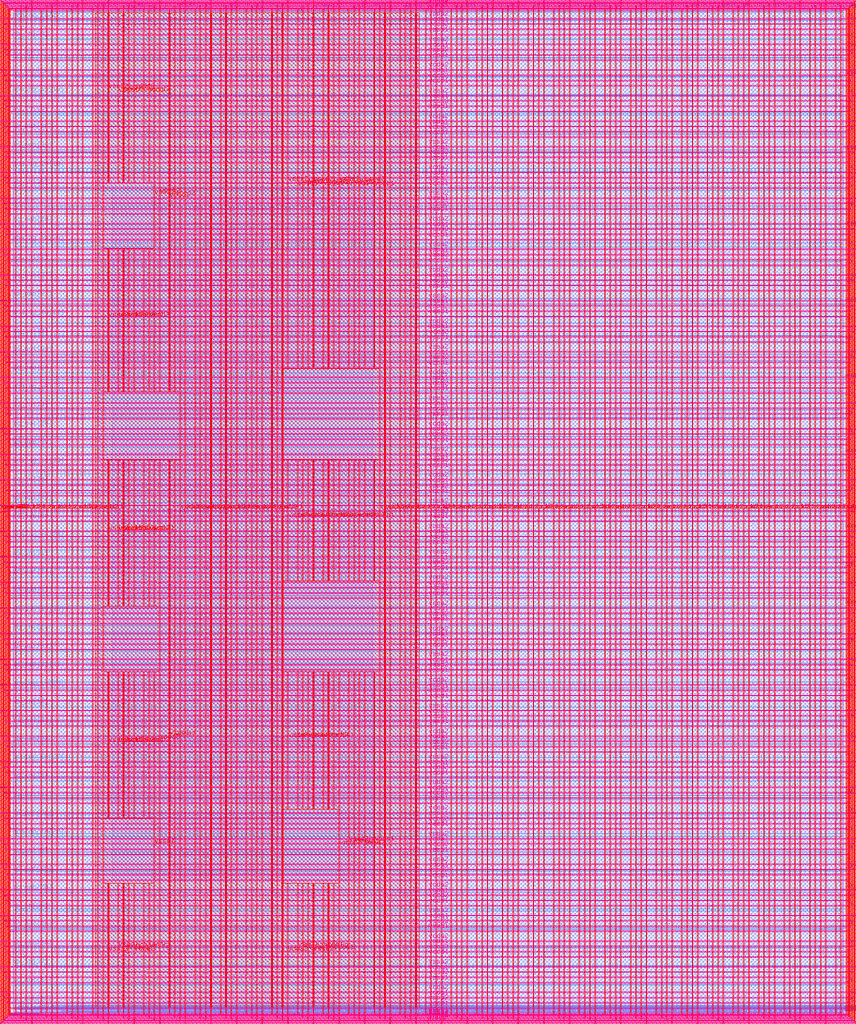
<source format=lef>
VERSION 5.7 ;
  NOWIREEXTENSIONATPIN ON ;
  DIVIDERCHAR "/" ;
  BUSBITCHARS "[]" ;
MACRO user_project_wrapper
  CLASS BLOCK ;
  FOREIGN user_project_wrapper ;
  ORIGIN 0.000 0.000 ;
  SIZE 2920.000 BY 3520.000 ;
  PIN analog_io[0]
    DIRECTION INOUT ;
    USE SIGNAL ;
    PORT
      LAYER met3 ;
        RECT 2917.600 1426.380 2924.800 1427.580 ;
    END
  END analog_io[0]
  PIN analog_io[10]
    DIRECTION INOUT ;
    USE SIGNAL ;
    PORT
      LAYER met2 ;
        RECT 2230.490 3517.600 2231.050 3524.800 ;
    END
  END analog_io[10]
  PIN analog_io[11]
    DIRECTION INOUT ;
    USE SIGNAL ;
    PORT
      LAYER met2 ;
        RECT 1905.730 3517.600 1906.290 3524.800 ;
    END
  END analog_io[11]
  PIN analog_io[12]
    DIRECTION INOUT ;
    USE SIGNAL ;
    PORT
      LAYER met2 ;
        RECT 1581.430 3517.600 1581.990 3524.800 ;
    END
  END analog_io[12]
  PIN analog_io[13]
    DIRECTION INOUT ;
    USE SIGNAL ;
    PORT
      LAYER met2 ;
        RECT 1257.130 3517.600 1257.690 3524.800 ;
    END
  END analog_io[13]
  PIN analog_io[14]
    DIRECTION INOUT ;
    USE SIGNAL ;
    PORT
      LAYER met2 ;
        RECT 932.370 3517.600 932.930 3524.800 ;
    END
  END analog_io[14]
  PIN analog_io[15]
    DIRECTION INOUT ;
    USE SIGNAL ;
    PORT
      LAYER met2 ;
        RECT 608.070 3517.600 608.630 3524.800 ;
    END
  END analog_io[15]
  PIN analog_io[16]
    DIRECTION INOUT ;
    USE SIGNAL ;
    PORT
      LAYER met2 ;
        RECT 283.770 3517.600 284.330 3524.800 ;
    END
  END analog_io[16]
  PIN analog_io[17]
    DIRECTION INOUT ;
    USE SIGNAL ;
    PORT
      LAYER met3 ;
        RECT -4.800 3486.100 2.400 3487.300 ;
    END
  END analog_io[17]
  PIN analog_io[18]
    DIRECTION INOUT ;
    USE SIGNAL ;
    PORT
      LAYER met3 ;
        RECT -4.800 3224.980 2.400 3226.180 ;
    END
  END analog_io[18]
  PIN analog_io[19]
    DIRECTION INOUT ;
    USE SIGNAL ;
    PORT
      LAYER met3 ;
        RECT -4.800 2964.540 2.400 2965.740 ;
    END
  END analog_io[19]
  PIN analog_io[1]
    DIRECTION INOUT ;
    USE SIGNAL ;
    PORT
      LAYER met3 ;
        RECT 2917.600 1692.260 2924.800 1693.460 ;
    END
  END analog_io[1]
  PIN analog_io[20]
    DIRECTION INOUT ;
    USE SIGNAL ;
    PORT
      LAYER met3 ;
        RECT -4.800 2703.420 2.400 2704.620 ;
    END
  END analog_io[20]
  PIN analog_io[21]
    DIRECTION INOUT ;
    USE SIGNAL ;
    PORT
      LAYER met3 ;
        RECT -4.800 2442.980 2.400 2444.180 ;
    END
  END analog_io[21]
  PIN analog_io[22]
    DIRECTION INOUT ;
    USE SIGNAL ;
    PORT
      LAYER met3 ;
        RECT -4.800 2182.540 2.400 2183.740 ;
    END
  END analog_io[22]
  PIN analog_io[23]
    DIRECTION INOUT ;
    USE SIGNAL ;
    PORT
      LAYER met3 ;
        RECT -4.800 1921.420 2.400 1922.620 ;
    END
  END analog_io[23]
  PIN analog_io[24]
    DIRECTION INOUT ;
    USE SIGNAL ;
    PORT
      LAYER met3 ;
        RECT -4.800 1660.980 2.400 1662.180 ;
    END
  END analog_io[24]
  PIN analog_io[25]
    DIRECTION INOUT ;
    USE SIGNAL ;
    PORT
      LAYER met3 ;
        RECT -4.800 1399.860 2.400 1401.060 ;
    END
  END analog_io[25]
  PIN analog_io[26]
    DIRECTION INOUT ;
    USE SIGNAL ;
    PORT
      LAYER met3 ;
        RECT -4.800 1139.420 2.400 1140.620 ;
    END
  END analog_io[26]
  PIN analog_io[27]
    DIRECTION INOUT ;
    USE SIGNAL ;
    PORT
      LAYER met3 ;
        RECT -4.800 878.980 2.400 880.180 ;
    END
  END analog_io[27]
  PIN analog_io[28]
    DIRECTION INOUT ;
    USE SIGNAL ;
    PORT
      LAYER met3 ;
        RECT -4.800 617.860 2.400 619.060 ;
    END
  END analog_io[28]
  PIN analog_io[2]
    DIRECTION INOUT ;
    USE SIGNAL ;
    PORT
      LAYER met3 ;
        RECT 2917.600 1958.140 2924.800 1959.340 ;
    END
  END analog_io[2]
  PIN analog_io[3]
    DIRECTION INOUT ;
    USE SIGNAL ;
    PORT
      LAYER met3 ;
        RECT 2917.600 2223.340 2924.800 2224.540 ;
    END
  END analog_io[3]
  PIN analog_io[4]
    DIRECTION INOUT ;
    USE SIGNAL ;
    PORT
      LAYER met3 ;
        RECT 2917.600 2489.220 2924.800 2490.420 ;
    END
  END analog_io[4]
  PIN analog_io[5]
    DIRECTION INOUT ;
    USE SIGNAL ;
    PORT
      LAYER met3 ;
        RECT 2917.600 2755.100 2924.800 2756.300 ;
    END
  END analog_io[5]
  PIN analog_io[6]
    DIRECTION INOUT ;
    USE SIGNAL ;
    PORT
      LAYER met3 ;
        RECT 2917.600 3020.300 2924.800 3021.500 ;
    END
  END analog_io[6]
  PIN analog_io[7]
    DIRECTION INOUT ;
    USE SIGNAL ;
    PORT
      LAYER met3 ;
        RECT 2917.600 3286.180 2924.800 3287.380 ;
    END
  END analog_io[7]
  PIN analog_io[8]
    DIRECTION INOUT ;
    USE SIGNAL ;
    PORT
      LAYER met2 ;
        RECT 2879.090 3517.600 2879.650 3524.800 ;
    END
  END analog_io[8]
  PIN analog_io[9]
    DIRECTION INOUT ;
    USE SIGNAL ;
    PORT
      LAYER met2 ;
        RECT 2554.790 3517.600 2555.350 3524.800 ;
    END
  END analog_io[9]
  PIN io_in[0]
    DIRECTION INPUT ;
    USE SIGNAL ;
    PORT
      LAYER met3 ;
        RECT 2917.600 32.380 2924.800 33.580 ;
    END
  END io_in[0]
  PIN io_in[10]
    DIRECTION INPUT ;
    USE SIGNAL ;
    PORT
      LAYER met3 ;
        RECT 2917.600 2289.980 2924.800 2291.180 ;
    END
  END io_in[10]
  PIN io_in[11]
    DIRECTION INPUT ;
    USE SIGNAL ;
    PORT
      LAYER met3 ;
        RECT 2917.600 2555.860 2924.800 2557.060 ;
    END
  END io_in[11]
  PIN io_in[12]
    DIRECTION INPUT ;
    USE SIGNAL ;
    PORT
      LAYER met3 ;
        RECT 2917.600 2821.060 2924.800 2822.260 ;
    END
  END io_in[12]
  PIN io_in[13]
    DIRECTION INPUT ;
    USE SIGNAL ;
    PORT
      LAYER met3 ;
        RECT 2917.600 3086.940 2924.800 3088.140 ;
    END
  END io_in[13]
  PIN io_in[14]
    DIRECTION INPUT ;
    USE SIGNAL ;
    PORT
      LAYER met3 ;
        RECT 2917.600 3352.820 2924.800 3354.020 ;
    END
  END io_in[14]
  PIN io_in[15]
    DIRECTION INPUT ;
    USE SIGNAL ;
    PORT
      LAYER met2 ;
        RECT 2798.130 3517.600 2798.690 3524.800 ;
    END
  END io_in[15]
  PIN io_in[16]
    DIRECTION INPUT ;
    USE SIGNAL ;
    PORT
      LAYER met2 ;
        RECT 2473.830 3517.600 2474.390 3524.800 ;
    END
  END io_in[16]
  PIN io_in[17]
    DIRECTION INPUT ;
    USE SIGNAL ;
    PORT
      LAYER met2 ;
        RECT 2149.070 3517.600 2149.630 3524.800 ;
    END
  END io_in[17]
  PIN io_in[18]
    DIRECTION INPUT ;
    USE SIGNAL ;
    PORT
      LAYER met2 ;
        RECT 1824.770 3517.600 1825.330 3524.800 ;
    END
  END io_in[18]
  PIN io_in[19]
    DIRECTION INPUT ;
    USE SIGNAL ;
    PORT
      LAYER met2 ;
        RECT 1500.470 3517.600 1501.030 3524.800 ;
    END
  END io_in[19]
  PIN io_in[1]
    DIRECTION INPUT ;
    USE SIGNAL ;
    PORT
      LAYER met3 ;
        RECT 2917.600 230.940 2924.800 232.140 ;
    END
  END io_in[1]
  PIN io_in[20]
    DIRECTION INPUT ;
    USE SIGNAL ;
    PORT
      LAYER met2 ;
        RECT 1175.710 3517.600 1176.270 3524.800 ;
    END
  END io_in[20]
  PIN io_in[21]
    DIRECTION INPUT ;
    USE SIGNAL ;
    PORT
      LAYER met2 ;
        RECT 851.410 3517.600 851.970 3524.800 ;
    END
  END io_in[21]
  PIN io_in[22]
    DIRECTION INPUT ;
    USE SIGNAL ;
    PORT
      LAYER met2 ;
        RECT 527.110 3517.600 527.670 3524.800 ;
    END
  END io_in[22]
  PIN io_in[23]
    DIRECTION INPUT ;
    USE SIGNAL ;
    PORT
      LAYER met2 ;
        RECT 202.350 3517.600 202.910 3524.800 ;
    END
  END io_in[23]
  PIN io_in[24]
    DIRECTION INPUT ;
    USE SIGNAL ;
    PORT
      LAYER met3 ;
        RECT -4.800 3420.820 2.400 3422.020 ;
    END
  END io_in[24]
  PIN io_in[25]
    DIRECTION INPUT ;
    USE SIGNAL ;
    PORT
      LAYER met3 ;
        RECT -4.800 3159.700 2.400 3160.900 ;
    END
  END io_in[25]
  PIN io_in[26]
    DIRECTION INPUT ;
    USE SIGNAL ;
    PORT
      LAYER met3 ;
        RECT -4.800 2899.260 2.400 2900.460 ;
    END
  END io_in[26]
  PIN io_in[27]
    DIRECTION INPUT ;
    USE SIGNAL ;
    PORT
      LAYER met3 ;
        RECT -4.800 2638.820 2.400 2640.020 ;
    END
  END io_in[27]
  PIN io_in[28]
    DIRECTION INPUT ;
    USE SIGNAL ;
    PORT
      LAYER met3 ;
        RECT -4.800 2377.700 2.400 2378.900 ;
    END
  END io_in[28]
  PIN io_in[29]
    DIRECTION INPUT ;
    USE SIGNAL ;
    PORT
      LAYER met3 ;
        RECT -4.800 2117.260 2.400 2118.460 ;
    END
  END io_in[29]
  PIN io_in[2]
    DIRECTION INPUT ;
    USE SIGNAL ;
    PORT
      LAYER met3 ;
        RECT 2917.600 430.180 2924.800 431.380 ;
    END
  END io_in[2]
  PIN io_in[30]
    DIRECTION INPUT ;
    USE SIGNAL ;
    PORT
      LAYER met3 ;
        RECT -4.800 1856.140 2.400 1857.340 ;
    END
  END io_in[30]
  PIN io_in[31]
    DIRECTION INPUT ;
    USE SIGNAL ;
    PORT
      LAYER met3 ;
        RECT -4.800 1595.700 2.400 1596.900 ;
    END
  END io_in[31]
  PIN io_in[32]
    DIRECTION INPUT ;
    USE SIGNAL ;
    PORT
      LAYER met3 ;
        RECT -4.800 1335.260 2.400 1336.460 ;
    END
  END io_in[32]
  PIN io_in[33]
    DIRECTION INPUT ;
    USE SIGNAL ;
    PORT
      LAYER met3 ;
        RECT -4.800 1074.140 2.400 1075.340 ;
    END
  END io_in[33]
  PIN io_in[34]
    DIRECTION INPUT ;
    USE SIGNAL ;
    PORT
      LAYER met3 ;
        RECT -4.800 813.700 2.400 814.900 ;
    END
  END io_in[34]
  PIN io_in[35]
    DIRECTION INPUT ;
    USE SIGNAL ;
    PORT
      LAYER met3 ;
        RECT -4.800 552.580 2.400 553.780 ;
    END
  END io_in[35]
  PIN io_in[36]
    DIRECTION INPUT ;
    USE SIGNAL ;
    PORT
      LAYER met3 ;
        RECT -4.800 357.420 2.400 358.620 ;
    END
  END io_in[36]
  PIN io_in[37]
    DIRECTION INPUT ;
    USE SIGNAL ;
    PORT
      LAYER met3 ;
        RECT -4.800 161.580 2.400 162.780 ;
    END
  END io_in[37]
  PIN io_in[3]
    DIRECTION INPUT ;
    USE SIGNAL ;
    PORT
      LAYER met3 ;
        RECT 2917.600 629.420 2924.800 630.620 ;
    END
  END io_in[3]
  PIN io_in[4]
    DIRECTION INPUT ;
    USE SIGNAL ;
    PORT
      LAYER met3 ;
        RECT 2917.600 828.660 2924.800 829.860 ;
    END
  END io_in[4]
  PIN io_in[5]
    DIRECTION INPUT ;
    USE SIGNAL ;
    PORT
      LAYER met3 ;
        RECT 2917.600 1027.900 2924.800 1029.100 ;
    END
  END io_in[5]
  PIN io_in[6]
    DIRECTION INPUT ;
    USE SIGNAL ;
    PORT
      LAYER met3 ;
        RECT 2917.600 1227.140 2924.800 1228.340 ;
    END
  END io_in[6]
  PIN io_in[7]
    DIRECTION INPUT ;
    USE SIGNAL ;
    PORT
      LAYER met3 ;
        RECT 2917.600 1493.020 2924.800 1494.220 ;
    END
  END io_in[7]
  PIN io_in[8]
    DIRECTION INPUT ;
    USE SIGNAL ;
    PORT
      LAYER met3 ;
        RECT 2917.600 1758.900 2924.800 1760.100 ;
    END
  END io_in[8]
  PIN io_in[9]
    DIRECTION INPUT ;
    USE SIGNAL ;
    PORT
      LAYER met3 ;
        RECT 2917.600 2024.100 2924.800 2025.300 ;
    END
  END io_in[9]
  PIN io_oeb[0]
    DIRECTION OUTPUT TRISTATE ;
    USE SIGNAL ;
    PORT
      LAYER met3 ;
        RECT 2917.600 164.980 2924.800 166.180 ;
    END
  END io_oeb[0]
  PIN io_oeb[10]
    DIRECTION OUTPUT TRISTATE ;
    USE SIGNAL ;
    PORT
      LAYER met3 ;
        RECT 2917.600 2422.580 2924.800 2423.780 ;
    END
  END io_oeb[10]
  PIN io_oeb[11]
    DIRECTION OUTPUT TRISTATE ;
    USE SIGNAL ;
    PORT
      LAYER met3 ;
        RECT 2917.600 2688.460 2924.800 2689.660 ;
    END
  END io_oeb[11]
  PIN io_oeb[12]
    DIRECTION OUTPUT TRISTATE ;
    USE SIGNAL ;
    PORT
      LAYER met3 ;
        RECT 2917.600 2954.340 2924.800 2955.540 ;
    END
  END io_oeb[12]
  PIN io_oeb[13]
    DIRECTION OUTPUT TRISTATE ;
    USE SIGNAL ;
    PORT
      LAYER met3 ;
        RECT 2917.600 3219.540 2924.800 3220.740 ;
    END
  END io_oeb[13]
  PIN io_oeb[14]
    DIRECTION OUTPUT TRISTATE ;
    USE SIGNAL ;
    PORT
      LAYER met3 ;
        RECT 2917.600 3485.420 2924.800 3486.620 ;
    END
  END io_oeb[14]
  PIN io_oeb[15]
    DIRECTION OUTPUT TRISTATE ;
    USE SIGNAL ;
    PORT
      LAYER met2 ;
        RECT 2635.750 3517.600 2636.310 3524.800 ;
    END
  END io_oeb[15]
  PIN io_oeb[16]
    DIRECTION OUTPUT TRISTATE ;
    USE SIGNAL ;
    PORT
      LAYER met2 ;
        RECT 2311.450 3517.600 2312.010 3524.800 ;
    END
  END io_oeb[16]
  PIN io_oeb[17]
    DIRECTION OUTPUT TRISTATE ;
    USE SIGNAL ;
    PORT
      LAYER met2 ;
        RECT 1987.150 3517.600 1987.710 3524.800 ;
    END
  END io_oeb[17]
  PIN io_oeb[18]
    DIRECTION OUTPUT TRISTATE ;
    USE SIGNAL ;
    PORT
      LAYER met2 ;
        RECT 1662.390 3517.600 1662.950 3524.800 ;
    END
  END io_oeb[18]
  PIN io_oeb[19]
    DIRECTION OUTPUT TRISTATE ;
    USE SIGNAL ;
    PORT
      LAYER met2 ;
        RECT 1338.090 3517.600 1338.650 3524.800 ;
    END
  END io_oeb[19]
  PIN io_oeb[1]
    DIRECTION OUTPUT TRISTATE ;
    USE SIGNAL ;
    PORT
      LAYER met3 ;
        RECT 2917.600 364.220 2924.800 365.420 ;
    END
  END io_oeb[1]
  PIN io_oeb[20]
    DIRECTION OUTPUT TRISTATE ;
    USE SIGNAL ;
    PORT
      LAYER met2 ;
        RECT 1013.790 3517.600 1014.350 3524.800 ;
    END
  END io_oeb[20]
  PIN io_oeb[21]
    DIRECTION OUTPUT TRISTATE ;
    USE SIGNAL ;
    PORT
      LAYER met2 ;
        RECT 689.030 3517.600 689.590 3524.800 ;
    END
  END io_oeb[21]
  PIN io_oeb[22]
    DIRECTION OUTPUT TRISTATE ;
    USE SIGNAL ;
    PORT
      LAYER met2 ;
        RECT 364.730 3517.600 365.290 3524.800 ;
    END
  END io_oeb[22]
  PIN io_oeb[23]
    DIRECTION OUTPUT TRISTATE ;
    USE SIGNAL ;
    PORT
      LAYER met2 ;
        RECT 40.430 3517.600 40.990 3524.800 ;
    END
  END io_oeb[23]
  PIN io_oeb[24]
    DIRECTION OUTPUT TRISTATE ;
    USE SIGNAL ;
    PORT
      LAYER met3 ;
        RECT -4.800 3290.260 2.400 3291.460 ;
    END
  END io_oeb[24]
  PIN io_oeb[25]
    DIRECTION OUTPUT TRISTATE ;
    USE SIGNAL ;
    PORT
      LAYER met3 ;
        RECT -4.800 3029.820 2.400 3031.020 ;
    END
  END io_oeb[25]
  PIN io_oeb[26]
    DIRECTION OUTPUT TRISTATE ;
    USE SIGNAL ;
    PORT
      LAYER met3 ;
        RECT -4.800 2768.700 2.400 2769.900 ;
    END
  END io_oeb[26]
  PIN io_oeb[27]
    DIRECTION OUTPUT TRISTATE ;
    USE SIGNAL ;
    PORT
      LAYER met3 ;
        RECT -4.800 2508.260 2.400 2509.460 ;
    END
  END io_oeb[27]
  PIN io_oeb[28]
    DIRECTION OUTPUT TRISTATE ;
    USE SIGNAL ;
    PORT
      LAYER met3 ;
        RECT -4.800 2247.140 2.400 2248.340 ;
    END
  END io_oeb[28]
  PIN io_oeb[29]
    DIRECTION OUTPUT TRISTATE ;
    USE SIGNAL ;
    PORT
      LAYER met3 ;
        RECT -4.800 1986.700 2.400 1987.900 ;
    END
  END io_oeb[29]
  PIN io_oeb[2]
    DIRECTION OUTPUT TRISTATE ;
    USE SIGNAL ;
    PORT
      LAYER met3 ;
        RECT 2917.600 563.460 2924.800 564.660 ;
    END
  END io_oeb[2]
  PIN io_oeb[30]
    DIRECTION OUTPUT TRISTATE ;
    USE SIGNAL ;
    PORT
      LAYER met3 ;
        RECT -4.800 1726.260 2.400 1727.460 ;
    END
  END io_oeb[30]
  PIN io_oeb[31]
    DIRECTION OUTPUT TRISTATE ;
    USE SIGNAL ;
    PORT
      LAYER met3 ;
        RECT -4.800 1465.140 2.400 1466.340 ;
    END
  END io_oeb[31]
  PIN io_oeb[32]
    DIRECTION OUTPUT TRISTATE ;
    USE SIGNAL ;
    PORT
      LAYER met3 ;
        RECT -4.800 1204.700 2.400 1205.900 ;
    END
  END io_oeb[32]
  PIN io_oeb[33]
    DIRECTION OUTPUT TRISTATE ;
    USE SIGNAL ;
    PORT
      LAYER met3 ;
        RECT -4.800 943.580 2.400 944.780 ;
    END
  END io_oeb[33]
  PIN io_oeb[34]
    DIRECTION OUTPUT TRISTATE ;
    USE SIGNAL ;
    PORT
      LAYER met3 ;
        RECT -4.800 683.140 2.400 684.340 ;
    END
  END io_oeb[34]
  PIN io_oeb[35]
    DIRECTION OUTPUT TRISTATE ;
    USE SIGNAL ;
    PORT
      LAYER met3 ;
        RECT -4.800 422.700 2.400 423.900 ;
    END
  END io_oeb[35]
  PIN io_oeb[36]
    DIRECTION OUTPUT TRISTATE ;
    USE SIGNAL ;
    PORT
      LAYER met3 ;
        RECT -4.800 226.860 2.400 228.060 ;
    END
  END io_oeb[36]
  PIN io_oeb[37]
    DIRECTION OUTPUT TRISTATE ;
    USE SIGNAL ;
    PORT
      LAYER met3 ;
        RECT -4.800 31.700 2.400 32.900 ;
    END
  END io_oeb[37]
  PIN io_oeb[3]
    DIRECTION OUTPUT TRISTATE ;
    USE SIGNAL ;
    PORT
      LAYER met3 ;
        RECT 2917.600 762.700 2924.800 763.900 ;
    END
  END io_oeb[3]
  PIN io_oeb[4]
    DIRECTION OUTPUT TRISTATE ;
    USE SIGNAL ;
    PORT
      LAYER met3 ;
        RECT 2917.600 961.940 2924.800 963.140 ;
    END
  END io_oeb[4]
  PIN io_oeb[5]
    DIRECTION OUTPUT TRISTATE ;
    USE SIGNAL ;
    PORT
      LAYER met3 ;
        RECT 2917.600 1161.180 2924.800 1162.380 ;
    END
  END io_oeb[5]
  PIN io_oeb[6]
    DIRECTION OUTPUT TRISTATE ;
    USE SIGNAL ;
    PORT
      LAYER met3 ;
        RECT 2917.600 1360.420 2924.800 1361.620 ;
    END
  END io_oeb[6]
  PIN io_oeb[7]
    DIRECTION OUTPUT TRISTATE ;
    USE SIGNAL ;
    PORT
      LAYER met3 ;
        RECT 2917.600 1625.620 2924.800 1626.820 ;
    END
  END io_oeb[7]
  PIN io_oeb[8]
    DIRECTION OUTPUT TRISTATE ;
    USE SIGNAL ;
    PORT
      LAYER met3 ;
        RECT 2917.600 1891.500 2924.800 1892.700 ;
    END
  END io_oeb[8]
  PIN io_oeb[9]
    DIRECTION OUTPUT TRISTATE ;
    USE SIGNAL ;
    PORT
      LAYER met3 ;
        RECT 2917.600 2157.380 2924.800 2158.580 ;
    END
  END io_oeb[9]
  PIN io_out[0]
    DIRECTION OUTPUT TRISTATE ;
    USE SIGNAL ;
    PORT
      LAYER met3 ;
        RECT 2917.600 98.340 2924.800 99.540 ;
    END
  END io_out[0]
  PIN io_out[10]
    DIRECTION OUTPUT TRISTATE ;
    USE SIGNAL ;
    PORT
      LAYER met3 ;
        RECT 2917.600 2356.620 2924.800 2357.820 ;
    END
  END io_out[10]
  PIN io_out[11]
    DIRECTION OUTPUT TRISTATE ;
    USE SIGNAL ;
    PORT
      LAYER met3 ;
        RECT 2917.600 2621.820 2924.800 2623.020 ;
    END
  END io_out[11]
  PIN io_out[12]
    DIRECTION OUTPUT TRISTATE ;
    USE SIGNAL ;
    PORT
      LAYER met3 ;
        RECT 2917.600 2887.700 2924.800 2888.900 ;
    END
  END io_out[12]
  PIN io_out[13]
    DIRECTION OUTPUT TRISTATE ;
    USE SIGNAL ;
    PORT
      LAYER met3 ;
        RECT 2917.600 3153.580 2924.800 3154.780 ;
    END
  END io_out[13]
  PIN io_out[14]
    DIRECTION OUTPUT TRISTATE ;
    USE SIGNAL ;
    PORT
      LAYER met3 ;
        RECT 2917.600 3418.780 2924.800 3419.980 ;
    END
  END io_out[14]
  PIN io_out[15]
    DIRECTION OUTPUT TRISTATE ;
    USE SIGNAL ;
    PORT
      LAYER met2 ;
        RECT 2717.170 3517.600 2717.730 3524.800 ;
    END
  END io_out[15]
  PIN io_out[16]
    DIRECTION OUTPUT TRISTATE ;
    USE SIGNAL ;
    PORT
      LAYER met2 ;
        RECT 2392.410 3517.600 2392.970 3524.800 ;
    END
  END io_out[16]
  PIN io_out[17]
    DIRECTION OUTPUT TRISTATE ;
    USE SIGNAL ;
    PORT
      LAYER met2 ;
        RECT 2068.110 3517.600 2068.670 3524.800 ;
    END
  END io_out[17]
  PIN io_out[18]
    DIRECTION OUTPUT TRISTATE ;
    USE SIGNAL ;
    PORT
      LAYER met2 ;
        RECT 1743.810 3517.600 1744.370 3524.800 ;
    END
  END io_out[18]
  PIN io_out[19]
    DIRECTION OUTPUT TRISTATE ;
    USE SIGNAL ;
    PORT
      LAYER met2 ;
        RECT 1419.050 3517.600 1419.610 3524.800 ;
    END
  END io_out[19]
  PIN io_out[1]
    DIRECTION OUTPUT TRISTATE ;
    USE SIGNAL ;
    PORT
      LAYER met3 ;
        RECT 2917.600 297.580 2924.800 298.780 ;
    END
  END io_out[1]
  PIN io_out[20]
    DIRECTION OUTPUT TRISTATE ;
    USE SIGNAL ;
    PORT
      LAYER met2 ;
        RECT 1094.750 3517.600 1095.310 3524.800 ;
    END
  END io_out[20]
  PIN io_out[21]
    DIRECTION OUTPUT TRISTATE ;
    USE SIGNAL ;
    PORT
      LAYER met2 ;
        RECT 770.450 3517.600 771.010 3524.800 ;
    END
  END io_out[21]
  PIN io_out[22]
    DIRECTION OUTPUT TRISTATE ;
    USE SIGNAL ;
    PORT
      LAYER met2 ;
        RECT 445.690 3517.600 446.250 3524.800 ;
    END
  END io_out[22]
  PIN io_out[23]
    DIRECTION OUTPUT TRISTATE ;
    USE SIGNAL ;
    PORT
      LAYER met2 ;
        RECT 121.390 3517.600 121.950 3524.800 ;
    END
  END io_out[23]
  PIN io_out[24]
    DIRECTION OUTPUT TRISTATE ;
    USE SIGNAL ;
    PORT
      LAYER met3 ;
        RECT -4.800 3355.540 2.400 3356.740 ;
    END
  END io_out[24]
  PIN io_out[25]
    DIRECTION OUTPUT TRISTATE ;
    USE SIGNAL ;
    PORT
      LAYER met3 ;
        RECT -4.800 3095.100 2.400 3096.300 ;
    END
  END io_out[25]
  PIN io_out[26]
    DIRECTION OUTPUT TRISTATE ;
    USE SIGNAL ;
    PORT
      LAYER met3 ;
        RECT -4.800 2833.980 2.400 2835.180 ;
    END
  END io_out[26]
  PIN io_out[27]
    DIRECTION OUTPUT TRISTATE ;
    USE SIGNAL ;
    PORT
      LAYER met3 ;
        RECT -4.800 2573.540 2.400 2574.740 ;
    END
  END io_out[27]
  PIN io_out[28]
    DIRECTION OUTPUT TRISTATE ;
    USE SIGNAL ;
    PORT
      LAYER met3 ;
        RECT -4.800 2312.420 2.400 2313.620 ;
    END
  END io_out[28]
  PIN io_out[29]
    DIRECTION OUTPUT TRISTATE ;
    USE SIGNAL ;
    PORT
      LAYER met3 ;
        RECT -4.800 2051.980 2.400 2053.180 ;
    END
  END io_out[29]
  PIN io_out[2]
    DIRECTION OUTPUT TRISTATE ;
    USE SIGNAL ;
    PORT
      LAYER met3 ;
        RECT 2917.600 496.820 2924.800 498.020 ;
    END
  END io_out[2]
  PIN io_out[30]
    DIRECTION OUTPUT TRISTATE ;
    USE SIGNAL ;
    PORT
      LAYER met3 ;
        RECT -4.800 1791.540 2.400 1792.740 ;
    END
  END io_out[30]
  PIN io_out[31]
    DIRECTION OUTPUT TRISTATE ;
    USE SIGNAL ;
    PORT
      LAYER met3 ;
        RECT -4.800 1530.420 2.400 1531.620 ;
    END
  END io_out[31]
  PIN io_out[32]
    DIRECTION OUTPUT TRISTATE ;
    USE SIGNAL ;
    PORT
      LAYER met3 ;
        RECT -4.800 1269.980 2.400 1271.180 ;
    END
  END io_out[32]
  PIN io_out[33]
    DIRECTION OUTPUT TRISTATE ;
    USE SIGNAL ;
    PORT
      LAYER met3 ;
        RECT -4.800 1008.860 2.400 1010.060 ;
    END
  END io_out[33]
  PIN io_out[34]
    DIRECTION OUTPUT TRISTATE ;
    USE SIGNAL ;
    PORT
      LAYER met3 ;
        RECT -4.800 748.420 2.400 749.620 ;
    END
  END io_out[34]
  PIN io_out[35]
    DIRECTION OUTPUT TRISTATE ;
    USE SIGNAL ;
    PORT
      LAYER met3 ;
        RECT -4.800 487.300 2.400 488.500 ;
    END
  END io_out[35]
  PIN io_out[36]
    DIRECTION OUTPUT TRISTATE ;
    USE SIGNAL ;
    PORT
      LAYER met3 ;
        RECT -4.800 292.140 2.400 293.340 ;
    END
  END io_out[36]
  PIN io_out[37]
    DIRECTION OUTPUT TRISTATE ;
    USE SIGNAL ;
    PORT
      LAYER met3 ;
        RECT -4.800 96.300 2.400 97.500 ;
    END
  END io_out[37]
  PIN io_out[3]
    DIRECTION OUTPUT TRISTATE ;
    USE SIGNAL ;
    PORT
      LAYER met3 ;
        RECT 2917.600 696.060 2924.800 697.260 ;
    END
  END io_out[3]
  PIN io_out[4]
    DIRECTION OUTPUT TRISTATE ;
    USE SIGNAL ;
    PORT
      LAYER met3 ;
        RECT 2917.600 895.300 2924.800 896.500 ;
    END
  END io_out[4]
  PIN io_out[5]
    DIRECTION OUTPUT TRISTATE ;
    USE SIGNAL ;
    PORT
      LAYER met3 ;
        RECT 2917.600 1094.540 2924.800 1095.740 ;
    END
  END io_out[5]
  PIN io_out[6]
    DIRECTION OUTPUT TRISTATE ;
    USE SIGNAL ;
    PORT
      LAYER met3 ;
        RECT 2917.600 1293.780 2924.800 1294.980 ;
    END
  END io_out[6]
  PIN io_out[7]
    DIRECTION OUTPUT TRISTATE ;
    USE SIGNAL ;
    PORT
      LAYER met3 ;
        RECT 2917.600 1559.660 2924.800 1560.860 ;
    END
  END io_out[7]
  PIN io_out[8]
    DIRECTION OUTPUT TRISTATE ;
    USE SIGNAL ;
    PORT
      LAYER met3 ;
        RECT 2917.600 1824.860 2924.800 1826.060 ;
    END
  END io_out[8]
  PIN io_out[9]
    DIRECTION OUTPUT TRISTATE ;
    USE SIGNAL ;
    PORT
      LAYER met3 ;
        RECT 2917.600 2090.740 2924.800 2091.940 ;
    END
  END io_out[9]
  PIN la_data_in[0]
    DIRECTION INPUT ;
    USE SIGNAL ;
    PORT
      LAYER met2 ;
        RECT 629.230 -4.800 629.790 2.400 ;
    END
  END la_data_in[0]
  PIN la_data_in[100]
    DIRECTION INPUT ;
    USE SIGNAL ;
    PORT
      LAYER met2 ;
        RECT 2402.530 -4.800 2403.090 2.400 ;
    END
  END la_data_in[100]
  PIN la_data_in[101]
    DIRECTION INPUT ;
    USE SIGNAL ;
    PORT
      LAYER met2 ;
        RECT 2420.010 -4.800 2420.570 2.400 ;
    END
  END la_data_in[101]
  PIN la_data_in[102]
    DIRECTION INPUT ;
    USE SIGNAL ;
    PORT
      LAYER met2 ;
        RECT 2437.950 -4.800 2438.510 2.400 ;
    END
  END la_data_in[102]
  PIN la_data_in[103]
    DIRECTION INPUT ;
    USE SIGNAL ;
    PORT
      LAYER met2 ;
        RECT 2455.430 -4.800 2455.990 2.400 ;
    END
  END la_data_in[103]
  PIN la_data_in[104]
    DIRECTION INPUT ;
    USE SIGNAL ;
    PORT
      LAYER met2 ;
        RECT 2473.370 -4.800 2473.930 2.400 ;
    END
  END la_data_in[104]
  PIN la_data_in[105]
    DIRECTION INPUT ;
    USE SIGNAL ;
    PORT
      LAYER met2 ;
        RECT 2490.850 -4.800 2491.410 2.400 ;
    END
  END la_data_in[105]
  PIN la_data_in[106]
    DIRECTION INPUT ;
    USE SIGNAL ;
    PORT
      LAYER met2 ;
        RECT 2508.790 -4.800 2509.350 2.400 ;
    END
  END la_data_in[106]
  PIN la_data_in[107]
    DIRECTION INPUT ;
    USE SIGNAL ;
    PORT
      LAYER met2 ;
        RECT 2526.730 -4.800 2527.290 2.400 ;
    END
  END la_data_in[107]
  PIN la_data_in[108]
    DIRECTION INPUT ;
    USE SIGNAL ;
    PORT
      LAYER met2 ;
        RECT 2544.210 -4.800 2544.770 2.400 ;
    END
  END la_data_in[108]
  PIN la_data_in[109]
    DIRECTION INPUT ;
    USE SIGNAL ;
    PORT
      LAYER met2 ;
        RECT 2562.150 -4.800 2562.710 2.400 ;
    END
  END la_data_in[109]
  PIN la_data_in[10]
    DIRECTION INPUT ;
    USE SIGNAL ;
    PORT
      LAYER met2 ;
        RECT 806.330 -4.800 806.890 2.400 ;
    END
  END la_data_in[10]
  PIN la_data_in[110]
    DIRECTION INPUT ;
    USE SIGNAL ;
    PORT
      LAYER met2 ;
        RECT 2579.630 -4.800 2580.190 2.400 ;
    END
  END la_data_in[110]
  PIN la_data_in[111]
    DIRECTION INPUT ;
    USE SIGNAL ;
    PORT
      LAYER met2 ;
        RECT 2597.570 -4.800 2598.130 2.400 ;
    END
  END la_data_in[111]
  PIN la_data_in[112]
    DIRECTION INPUT ;
    USE SIGNAL ;
    PORT
      LAYER met2 ;
        RECT 2615.050 -4.800 2615.610 2.400 ;
    END
  END la_data_in[112]
  PIN la_data_in[113]
    DIRECTION INPUT ;
    USE SIGNAL ;
    PORT
      LAYER met2 ;
        RECT 2632.990 -4.800 2633.550 2.400 ;
    END
  END la_data_in[113]
  PIN la_data_in[114]
    DIRECTION INPUT ;
    USE SIGNAL ;
    PORT
      LAYER met2 ;
        RECT 2650.470 -4.800 2651.030 2.400 ;
    END
  END la_data_in[114]
  PIN la_data_in[115]
    DIRECTION INPUT ;
    USE SIGNAL ;
    PORT
      LAYER met2 ;
        RECT 2668.410 -4.800 2668.970 2.400 ;
    END
  END la_data_in[115]
  PIN la_data_in[116]
    DIRECTION INPUT ;
    USE SIGNAL ;
    PORT
      LAYER met2 ;
        RECT 2685.890 -4.800 2686.450 2.400 ;
    END
  END la_data_in[116]
  PIN la_data_in[117]
    DIRECTION INPUT ;
    USE SIGNAL ;
    PORT
      LAYER met2 ;
        RECT 2703.830 -4.800 2704.390 2.400 ;
    END
  END la_data_in[117]
  PIN la_data_in[118]
    DIRECTION INPUT ;
    USE SIGNAL ;
    PORT
      LAYER met2 ;
        RECT 2721.770 -4.800 2722.330 2.400 ;
    END
  END la_data_in[118]
  PIN la_data_in[119]
    DIRECTION INPUT ;
    USE SIGNAL ;
    PORT
      LAYER met2 ;
        RECT 2739.250 -4.800 2739.810 2.400 ;
    END
  END la_data_in[119]
  PIN la_data_in[11]
    DIRECTION INPUT ;
    USE SIGNAL ;
    PORT
      LAYER met2 ;
        RECT 824.270 -4.800 824.830 2.400 ;
    END
  END la_data_in[11]
  PIN la_data_in[120]
    DIRECTION INPUT ;
    USE SIGNAL ;
    PORT
      LAYER met2 ;
        RECT 2757.190 -4.800 2757.750 2.400 ;
    END
  END la_data_in[120]
  PIN la_data_in[121]
    DIRECTION INPUT ;
    USE SIGNAL ;
    PORT
      LAYER met2 ;
        RECT 2774.670 -4.800 2775.230 2.400 ;
    END
  END la_data_in[121]
  PIN la_data_in[122]
    DIRECTION INPUT ;
    USE SIGNAL ;
    PORT
      LAYER met2 ;
        RECT 2792.610 -4.800 2793.170 2.400 ;
    END
  END la_data_in[122]
  PIN la_data_in[123]
    DIRECTION INPUT ;
    USE SIGNAL ;
    PORT
      LAYER met2 ;
        RECT 2810.090 -4.800 2810.650 2.400 ;
    END
  END la_data_in[123]
  PIN la_data_in[124]
    DIRECTION INPUT ;
    USE SIGNAL ;
    PORT
      LAYER met2 ;
        RECT 2828.030 -4.800 2828.590 2.400 ;
    END
  END la_data_in[124]
  PIN la_data_in[125]
    DIRECTION INPUT ;
    USE SIGNAL ;
    PORT
      LAYER met2 ;
        RECT 2845.510 -4.800 2846.070 2.400 ;
    END
  END la_data_in[125]
  PIN la_data_in[126]
    DIRECTION INPUT ;
    USE SIGNAL ;
    PORT
      LAYER met2 ;
        RECT 2863.450 -4.800 2864.010 2.400 ;
    END
  END la_data_in[126]
  PIN la_data_in[127]
    DIRECTION INPUT ;
    USE SIGNAL ;
    PORT
      LAYER met2 ;
        RECT 2881.390 -4.800 2881.950 2.400 ;
    END
  END la_data_in[127]
  PIN la_data_in[12]
    DIRECTION INPUT ;
    USE SIGNAL ;
    PORT
      LAYER met2 ;
        RECT 841.750 -4.800 842.310 2.400 ;
    END
  END la_data_in[12]
  PIN la_data_in[13]
    DIRECTION INPUT ;
    USE SIGNAL ;
    PORT
      LAYER met2 ;
        RECT 859.690 -4.800 860.250 2.400 ;
    END
  END la_data_in[13]
  PIN la_data_in[14]
    DIRECTION INPUT ;
    USE SIGNAL ;
    PORT
      LAYER met2 ;
        RECT 877.170 -4.800 877.730 2.400 ;
    END
  END la_data_in[14]
  PIN la_data_in[15]
    DIRECTION INPUT ;
    USE SIGNAL ;
    PORT
      LAYER met2 ;
        RECT 895.110 -4.800 895.670 2.400 ;
    END
  END la_data_in[15]
  PIN la_data_in[16]
    DIRECTION INPUT ;
    USE SIGNAL ;
    PORT
      LAYER met2 ;
        RECT 912.590 -4.800 913.150 2.400 ;
    END
  END la_data_in[16]
  PIN la_data_in[17]
    DIRECTION INPUT ;
    USE SIGNAL ;
    PORT
      LAYER met2 ;
        RECT 930.530 -4.800 931.090 2.400 ;
    END
  END la_data_in[17]
  PIN la_data_in[18]
    DIRECTION INPUT ;
    USE SIGNAL ;
    PORT
      LAYER met2 ;
        RECT 948.470 -4.800 949.030 2.400 ;
    END
  END la_data_in[18]
  PIN la_data_in[19]
    DIRECTION INPUT ;
    USE SIGNAL ;
    PORT
      LAYER met2 ;
        RECT 965.950 -4.800 966.510 2.400 ;
    END
  END la_data_in[19]
  PIN la_data_in[1]
    DIRECTION INPUT ;
    USE SIGNAL ;
    PORT
      LAYER met2 ;
        RECT 646.710 -4.800 647.270 2.400 ;
    END
  END la_data_in[1]
  PIN la_data_in[20]
    DIRECTION INPUT ;
    USE SIGNAL ;
    PORT
      LAYER met2 ;
        RECT 983.890 -4.800 984.450 2.400 ;
    END
  END la_data_in[20]
  PIN la_data_in[21]
    DIRECTION INPUT ;
    USE SIGNAL ;
    PORT
      LAYER met2 ;
        RECT 1001.370 -4.800 1001.930 2.400 ;
    END
  END la_data_in[21]
  PIN la_data_in[22]
    DIRECTION INPUT ;
    USE SIGNAL ;
    PORT
      LAYER met2 ;
        RECT 1019.310 -4.800 1019.870 2.400 ;
    END
  END la_data_in[22]
  PIN la_data_in[23]
    DIRECTION INPUT ;
    USE SIGNAL ;
    PORT
      LAYER met2 ;
        RECT 1036.790 -4.800 1037.350 2.400 ;
    END
  END la_data_in[23]
  PIN la_data_in[24]
    DIRECTION INPUT ;
    USE SIGNAL ;
    PORT
      LAYER met2 ;
        RECT 1054.730 -4.800 1055.290 2.400 ;
    END
  END la_data_in[24]
  PIN la_data_in[25]
    DIRECTION INPUT ;
    USE SIGNAL ;
    PORT
      LAYER met2 ;
        RECT 1072.210 -4.800 1072.770 2.400 ;
    END
  END la_data_in[25]
  PIN la_data_in[26]
    DIRECTION INPUT ;
    USE SIGNAL ;
    PORT
      LAYER met2 ;
        RECT 1090.150 -4.800 1090.710 2.400 ;
    END
  END la_data_in[26]
  PIN la_data_in[27]
    DIRECTION INPUT ;
    USE SIGNAL ;
    PORT
      LAYER met2 ;
        RECT 1107.630 -4.800 1108.190 2.400 ;
    END
  END la_data_in[27]
  PIN la_data_in[28]
    DIRECTION INPUT ;
    USE SIGNAL ;
    PORT
      LAYER met2 ;
        RECT 1125.570 -4.800 1126.130 2.400 ;
    END
  END la_data_in[28]
  PIN la_data_in[29]
    DIRECTION INPUT ;
    USE SIGNAL ;
    PORT
      LAYER met2 ;
        RECT 1143.510 -4.800 1144.070 2.400 ;
    END
  END la_data_in[29]
  PIN la_data_in[2]
    DIRECTION INPUT ;
    USE SIGNAL ;
    PORT
      LAYER met2 ;
        RECT 664.650 -4.800 665.210 2.400 ;
    END
  END la_data_in[2]
  PIN la_data_in[30]
    DIRECTION INPUT ;
    USE SIGNAL ;
    PORT
      LAYER met2 ;
        RECT 1160.990 -4.800 1161.550 2.400 ;
    END
  END la_data_in[30]
  PIN la_data_in[31]
    DIRECTION INPUT ;
    USE SIGNAL ;
    PORT
      LAYER met2 ;
        RECT 1178.930 -4.800 1179.490 2.400 ;
    END
  END la_data_in[31]
  PIN la_data_in[32]
    DIRECTION INPUT ;
    USE SIGNAL ;
    PORT
      LAYER met2 ;
        RECT 1196.410 -4.800 1196.970 2.400 ;
    END
  END la_data_in[32]
  PIN la_data_in[33]
    DIRECTION INPUT ;
    USE SIGNAL ;
    PORT
      LAYER met2 ;
        RECT 1214.350 -4.800 1214.910 2.400 ;
    END
  END la_data_in[33]
  PIN la_data_in[34]
    DIRECTION INPUT ;
    USE SIGNAL ;
    PORT
      LAYER met2 ;
        RECT 1231.830 -4.800 1232.390 2.400 ;
    END
  END la_data_in[34]
  PIN la_data_in[35]
    DIRECTION INPUT ;
    USE SIGNAL ;
    PORT
      LAYER met2 ;
        RECT 1249.770 -4.800 1250.330 2.400 ;
    END
  END la_data_in[35]
  PIN la_data_in[36]
    DIRECTION INPUT ;
    USE SIGNAL ;
    PORT
      LAYER met2 ;
        RECT 1267.250 -4.800 1267.810 2.400 ;
    END
  END la_data_in[36]
  PIN la_data_in[37]
    DIRECTION INPUT ;
    USE SIGNAL ;
    PORT
      LAYER met2 ;
        RECT 1285.190 -4.800 1285.750 2.400 ;
    END
  END la_data_in[37]
  PIN la_data_in[38]
    DIRECTION INPUT ;
    USE SIGNAL ;
    PORT
      LAYER met2 ;
        RECT 1303.130 -4.800 1303.690 2.400 ;
    END
  END la_data_in[38]
  PIN la_data_in[39]
    DIRECTION INPUT ;
    USE SIGNAL ;
    PORT
      LAYER met2 ;
        RECT 1320.610 -4.800 1321.170 2.400 ;
    END
  END la_data_in[39]
  PIN la_data_in[3]
    DIRECTION INPUT ;
    USE SIGNAL ;
    PORT
      LAYER met2 ;
        RECT 682.130 -4.800 682.690 2.400 ;
    END
  END la_data_in[3]
  PIN la_data_in[40]
    DIRECTION INPUT ;
    USE SIGNAL ;
    PORT
      LAYER met2 ;
        RECT 1338.550 -4.800 1339.110 2.400 ;
    END
  END la_data_in[40]
  PIN la_data_in[41]
    DIRECTION INPUT ;
    USE SIGNAL ;
    PORT
      LAYER met2 ;
        RECT 1356.030 -4.800 1356.590 2.400 ;
    END
  END la_data_in[41]
  PIN la_data_in[42]
    DIRECTION INPUT ;
    USE SIGNAL ;
    PORT
      LAYER met2 ;
        RECT 1373.970 -4.800 1374.530 2.400 ;
    END
  END la_data_in[42]
  PIN la_data_in[43]
    DIRECTION INPUT ;
    USE SIGNAL ;
    PORT
      LAYER met2 ;
        RECT 1391.450 -4.800 1392.010 2.400 ;
    END
  END la_data_in[43]
  PIN la_data_in[44]
    DIRECTION INPUT ;
    USE SIGNAL ;
    PORT
      LAYER met2 ;
        RECT 1409.390 -4.800 1409.950 2.400 ;
    END
  END la_data_in[44]
  PIN la_data_in[45]
    DIRECTION INPUT ;
    USE SIGNAL ;
    PORT
      LAYER met2 ;
        RECT 1426.870 -4.800 1427.430 2.400 ;
    END
  END la_data_in[45]
  PIN la_data_in[46]
    DIRECTION INPUT ;
    USE SIGNAL ;
    PORT
      LAYER met2 ;
        RECT 1444.810 -4.800 1445.370 2.400 ;
    END
  END la_data_in[46]
  PIN la_data_in[47]
    DIRECTION INPUT ;
    USE SIGNAL ;
    PORT
      LAYER met2 ;
        RECT 1462.750 -4.800 1463.310 2.400 ;
    END
  END la_data_in[47]
  PIN la_data_in[48]
    DIRECTION INPUT ;
    USE SIGNAL ;
    PORT
      LAYER met2 ;
        RECT 1480.230 -4.800 1480.790 2.400 ;
    END
  END la_data_in[48]
  PIN la_data_in[49]
    DIRECTION INPUT ;
    USE SIGNAL ;
    PORT
      LAYER met2 ;
        RECT 1498.170 -4.800 1498.730 2.400 ;
    END
  END la_data_in[49]
  PIN la_data_in[4]
    DIRECTION INPUT ;
    USE SIGNAL ;
    PORT
      LAYER met2 ;
        RECT 700.070 -4.800 700.630 2.400 ;
    END
  END la_data_in[4]
  PIN la_data_in[50]
    DIRECTION INPUT ;
    USE SIGNAL ;
    PORT
      LAYER met2 ;
        RECT 1515.650 -4.800 1516.210 2.400 ;
    END
  END la_data_in[50]
  PIN la_data_in[51]
    DIRECTION INPUT ;
    USE SIGNAL ;
    PORT
      LAYER met2 ;
        RECT 1533.590 -4.800 1534.150 2.400 ;
    END
  END la_data_in[51]
  PIN la_data_in[52]
    DIRECTION INPUT ;
    USE SIGNAL ;
    PORT
      LAYER met2 ;
        RECT 1551.070 -4.800 1551.630 2.400 ;
    END
  END la_data_in[52]
  PIN la_data_in[53]
    DIRECTION INPUT ;
    USE SIGNAL ;
    PORT
      LAYER met2 ;
        RECT 1569.010 -4.800 1569.570 2.400 ;
    END
  END la_data_in[53]
  PIN la_data_in[54]
    DIRECTION INPUT ;
    USE SIGNAL ;
    PORT
      LAYER met2 ;
        RECT 1586.490 -4.800 1587.050 2.400 ;
    END
  END la_data_in[54]
  PIN la_data_in[55]
    DIRECTION INPUT ;
    USE SIGNAL ;
    PORT
      LAYER met2 ;
        RECT 1604.430 -4.800 1604.990 2.400 ;
    END
  END la_data_in[55]
  PIN la_data_in[56]
    DIRECTION INPUT ;
    USE SIGNAL ;
    PORT
      LAYER met2 ;
        RECT 1621.910 -4.800 1622.470 2.400 ;
    END
  END la_data_in[56]
  PIN la_data_in[57]
    DIRECTION INPUT ;
    USE SIGNAL ;
    PORT
      LAYER met2 ;
        RECT 1639.850 -4.800 1640.410 2.400 ;
    END
  END la_data_in[57]
  PIN la_data_in[58]
    DIRECTION INPUT ;
    USE SIGNAL ;
    PORT
      LAYER met2 ;
        RECT 1657.790 -4.800 1658.350 2.400 ;
    END
  END la_data_in[58]
  PIN la_data_in[59]
    DIRECTION INPUT ;
    USE SIGNAL ;
    PORT
      LAYER met2 ;
        RECT 1675.270 -4.800 1675.830 2.400 ;
    END
  END la_data_in[59]
  PIN la_data_in[5]
    DIRECTION INPUT ;
    USE SIGNAL ;
    PORT
      LAYER met2 ;
        RECT 717.550 -4.800 718.110 2.400 ;
    END
  END la_data_in[5]
  PIN la_data_in[60]
    DIRECTION INPUT ;
    USE SIGNAL ;
    PORT
      LAYER met2 ;
        RECT 1693.210 -4.800 1693.770 2.400 ;
    END
  END la_data_in[60]
  PIN la_data_in[61]
    DIRECTION INPUT ;
    USE SIGNAL ;
    PORT
      LAYER met2 ;
        RECT 1710.690 -4.800 1711.250 2.400 ;
    END
  END la_data_in[61]
  PIN la_data_in[62]
    DIRECTION INPUT ;
    USE SIGNAL ;
    PORT
      LAYER met2 ;
        RECT 1728.630 -4.800 1729.190 2.400 ;
    END
  END la_data_in[62]
  PIN la_data_in[63]
    DIRECTION INPUT ;
    USE SIGNAL ;
    PORT
      LAYER met2 ;
        RECT 1746.110 -4.800 1746.670 2.400 ;
    END
  END la_data_in[63]
  PIN la_data_in[64]
    DIRECTION INPUT ;
    USE SIGNAL ;
    PORT
      LAYER met2 ;
        RECT 1764.050 -4.800 1764.610 2.400 ;
    END
  END la_data_in[64]
  PIN la_data_in[65]
    DIRECTION INPUT ;
    USE SIGNAL ;
    PORT
      LAYER met2 ;
        RECT 1781.530 -4.800 1782.090 2.400 ;
    END
  END la_data_in[65]
  PIN la_data_in[66]
    DIRECTION INPUT ;
    USE SIGNAL ;
    PORT
      LAYER met2 ;
        RECT 1799.470 -4.800 1800.030 2.400 ;
    END
  END la_data_in[66]
  PIN la_data_in[67]
    DIRECTION INPUT ;
    USE SIGNAL ;
    PORT
      LAYER met2 ;
        RECT 1817.410 -4.800 1817.970 2.400 ;
    END
  END la_data_in[67]
  PIN la_data_in[68]
    DIRECTION INPUT ;
    USE SIGNAL ;
    PORT
      LAYER met2 ;
        RECT 1834.890 -4.800 1835.450 2.400 ;
    END
  END la_data_in[68]
  PIN la_data_in[69]
    DIRECTION INPUT ;
    USE SIGNAL ;
    PORT
      LAYER met2 ;
        RECT 1852.830 -4.800 1853.390 2.400 ;
    END
  END la_data_in[69]
  PIN la_data_in[6]
    DIRECTION INPUT ;
    USE SIGNAL ;
    PORT
      LAYER met2 ;
        RECT 735.490 -4.800 736.050 2.400 ;
    END
  END la_data_in[6]
  PIN la_data_in[70]
    DIRECTION INPUT ;
    USE SIGNAL ;
    PORT
      LAYER met2 ;
        RECT 1870.310 -4.800 1870.870 2.400 ;
    END
  END la_data_in[70]
  PIN la_data_in[71]
    DIRECTION INPUT ;
    USE SIGNAL ;
    PORT
      LAYER met2 ;
        RECT 1888.250 -4.800 1888.810 2.400 ;
    END
  END la_data_in[71]
  PIN la_data_in[72]
    DIRECTION INPUT ;
    USE SIGNAL ;
    PORT
      LAYER met2 ;
        RECT 1905.730 -4.800 1906.290 2.400 ;
    END
  END la_data_in[72]
  PIN la_data_in[73]
    DIRECTION INPUT ;
    USE SIGNAL ;
    PORT
      LAYER met2 ;
        RECT 1923.670 -4.800 1924.230 2.400 ;
    END
  END la_data_in[73]
  PIN la_data_in[74]
    DIRECTION INPUT ;
    USE SIGNAL ;
    PORT
      LAYER met2 ;
        RECT 1941.150 -4.800 1941.710 2.400 ;
    END
  END la_data_in[74]
  PIN la_data_in[75]
    DIRECTION INPUT ;
    USE SIGNAL ;
    PORT
      LAYER met2 ;
        RECT 1959.090 -4.800 1959.650 2.400 ;
    END
  END la_data_in[75]
  PIN la_data_in[76]
    DIRECTION INPUT ;
    USE SIGNAL ;
    PORT
      LAYER met2 ;
        RECT 1976.570 -4.800 1977.130 2.400 ;
    END
  END la_data_in[76]
  PIN la_data_in[77]
    DIRECTION INPUT ;
    USE SIGNAL ;
    PORT
      LAYER met2 ;
        RECT 1994.510 -4.800 1995.070 2.400 ;
    END
  END la_data_in[77]
  PIN la_data_in[78]
    DIRECTION INPUT ;
    USE SIGNAL ;
    PORT
      LAYER met2 ;
        RECT 2012.450 -4.800 2013.010 2.400 ;
    END
  END la_data_in[78]
  PIN la_data_in[79]
    DIRECTION INPUT ;
    USE SIGNAL ;
    PORT
      LAYER met2 ;
        RECT 2029.930 -4.800 2030.490 2.400 ;
    END
  END la_data_in[79]
  PIN la_data_in[7]
    DIRECTION INPUT ;
    USE SIGNAL ;
    PORT
      LAYER met2 ;
        RECT 752.970 -4.800 753.530 2.400 ;
    END
  END la_data_in[7]
  PIN la_data_in[80]
    DIRECTION INPUT ;
    USE SIGNAL ;
    PORT
      LAYER met2 ;
        RECT 2047.870 -4.800 2048.430 2.400 ;
    END
  END la_data_in[80]
  PIN la_data_in[81]
    DIRECTION INPUT ;
    USE SIGNAL ;
    PORT
      LAYER met2 ;
        RECT 2065.350 -4.800 2065.910 2.400 ;
    END
  END la_data_in[81]
  PIN la_data_in[82]
    DIRECTION INPUT ;
    USE SIGNAL ;
    PORT
      LAYER met2 ;
        RECT 2083.290 -4.800 2083.850 2.400 ;
    END
  END la_data_in[82]
  PIN la_data_in[83]
    DIRECTION INPUT ;
    USE SIGNAL ;
    PORT
      LAYER met2 ;
        RECT 2100.770 -4.800 2101.330 2.400 ;
    END
  END la_data_in[83]
  PIN la_data_in[84]
    DIRECTION INPUT ;
    USE SIGNAL ;
    PORT
      LAYER met2 ;
        RECT 2118.710 -4.800 2119.270 2.400 ;
    END
  END la_data_in[84]
  PIN la_data_in[85]
    DIRECTION INPUT ;
    USE SIGNAL ;
    PORT
      LAYER met2 ;
        RECT 2136.190 -4.800 2136.750 2.400 ;
    END
  END la_data_in[85]
  PIN la_data_in[86]
    DIRECTION INPUT ;
    USE SIGNAL ;
    PORT
      LAYER met2 ;
        RECT 2154.130 -4.800 2154.690 2.400 ;
    END
  END la_data_in[86]
  PIN la_data_in[87]
    DIRECTION INPUT ;
    USE SIGNAL ;
    PORT
      LAYER met2 ;
        RECT 2172.070 -4.800 2172.630 2.400 ;
    END
  END la_data_in[87]
  PIN la_data_in[88]
    DIRECTION INPUT ;
    USE SIGNAL ;
    PORT
      LAYER met2 ;
        RECT 2189.550 -4.800 2190.110 2.400 ;
    END
  END la_data_in[88]
  PIN la_data_in[89]
    DIRECTION INPUT ;
    USE SIGNAL ;
    PORT
      LAYER met2 ;
        RECT 2207.490 -4.800 2208.050 2.400 ;
    END
  END la_data_in[89]
  PIN la_data_in[8]
    DIRECTION INPUT ;
    USE SIGNAL ;
    PORT
      LAYER met2 ;
        RECT 770.910 -4.800 771.470 2.400 ;
    END
  END la_data_in[8]
  PIN la_data_in[90]
    DIRECTION INPUT ;
    USE SIGNAL ;
    PORT
      LAYER met2 ;
        RECT 2224.970 -4.800 2225.530 2.400 ;
    END
  END la_data_in[90]
  PIN la_data_in[91]
    DIRECTION INPUT ;
    USE SIGNAL ;
    PORT
      LAYER met2 ;
        RECT 2242.910 -4.800 2243.470 2.400 ;
    END
  END la_data_in[91]
  PIN la_data_in[92]
    DIRECTION INPUT ;
    USE SIGNAL ;
    PORT
      LAYER met2 ;
        RECT 2260.390 -4.800 2260.950 2.400 ;
    END
  END la_data_in[92]
  PIN la_data_in[93]
    DIRECTION INPUT ;
    USE SIGNAL ;
    PORT
      LAYER met2 ;
        RECT 2278.330 -4.800 2278.890 2.400 ;
    END
  END la_data_in[93]
  PIN la_data_in[94]
    DIRECTION INPUT ;
    USE SIGNAL ;
    PORT
      LAYER met2 ;
        RECT 2295.810 -4.800 2296.370 2.400 ;
    END
  END la_data_in[94]
  PIN la_data_in[95]
    DIRECTION INPUT ;
    USE SIGNAL ;
    PORT
      LAYER met2 ;
        RECT 2313.750 -4.800 2314.310 2.400 ;
    END
  END la_data_in[95]
  PIN la_data_in[96]
    DIRECTION INPUT ;
    USE SIGNAL ;
    PORT
      LAYER met2 ;
        RECT 2331.230 -4.800 2331.790 2.400 ;
    END
  END la_data_in[96]
  PIN la_data_in[97]
    DIRECTION INPUT ;
    USE SIGNAL ;
    PORT
      LAYER met2 ;
        RECT 2349.170 -4.800 2349.730 2.400 ;
    END
  END la_data_in[97]
  PIN la_data_in[98]
    DIRECTION INPUT ;
    USE SIGNAL ;
    PORT
      LAYER met2 ;
        RECT 2367.110 -4.800 2367.670 2.400 ;
    END
  END la_data_in[98]
  PIN la_data_in[99]
    DIRECTION INPUT ;
    USE SIGNAL ;
    PORT
      LAYER met2 ;
        RECT 2384.590 -4.800 2385.150 2.400 ;
    END
  END la_data_in[99]
  PIN la_data_in[9]
    DIRECTION INPUT ;
    USE SIGNAL ;
    PORT
      LAYER met2 ;
        RECT 788.850 -4.800 789.410 2.400 ;
    END
  END la_data_in[9]
  PIN la_data_out[0]
    DIRECTION OUTPUT TRISTATE ;
    USE SIGNAL ;
    PORT
      LAYER met2 ;
        RECT 634.750 -4.800 635.310 2.400 ;
    END
  END la_data_out[0]
  PIN la_data_out[100]
    DIRECTION OUTPUT TRISTATE ;
    USE SIGNAL ;
    PORT
      LAYER met2 ;
        RECT 2408.510 -4.800 2409.070 2.400 ;
    END
  END la_data_out[100]
  PIN la_data_out[101]
    DIRECTION OUTPUT TRISTATE ;
    USE SIGNAL ;
    PORT
      LAYER met2 ;
        RECT 2425.990 -4.800 2426.550 2.400 ;
    END
  END la_data_out[101]
  PIN la_data_out[102]
    DIRECTION OUTPUT TRISTATE ;
    USE SIGNAL ;
    PORT
      LAYER met2 ;
        RECT 2443.930 -4.800 2444.490 2.400 ;
    END
  END la_data_out[102]
  PIN la_data_out[103]
    DIRECTION OUTPUT TRISTATE ;
    USE SIGNAL ;
    PORT
      LAYER met2 ;
        RECT 2461.410 -4.800 2461.970 2.400 ;
    END
  END la_data_out[103]
  PIN la_data_out[104]
    DIRECTION OUTPUT TRISTATE ;
    USE SIGNAL ;
    PORT
      LAYER met2 ;
        RECT 2479.350 -4.800 2479.910 2.400 ;
    END
  END la_data_out[104]
  PIN la_data_out[105]
    DIRECTION OUTPUT TRISTATE ;
    USE SIGNAL ;
    PORT
      LAYER met2 ;
        RECT 2496.830 -4.800 2497.390 2.400 ;
    END
  END la_data_out[105]
  PIN la_data_out[106]
    DIRECTION OUTPUT TRISTATE ;
    USE SIGNAL ;
    PORT
      LAYER met2 ;
        RECT 2514.770 -4.800 2515.330 2.400 ;
    END
  END la_data_out[106]
  PIN la_data_out[107]
    DIRECTION OUTPUT TRISTATE ;
    USE SIGNAL ;
    PORT
      LAYER met2 ;
        RECT 2532.250 -4.800 2532.810 2.400 ;
    END
  END la_data_out[107]
  PIN la_data_out[108]
    DIRECTION OUTPUT TRISTATE ;
    USE SIGNAL ;
    PORT
      LAYER met2 ;
        RECT 2550.190 -4.800 2550.750 2.400 ;
    END
  END la_data_out[108]
  PIN la_data_out[109]
    DIRECTION OUTPUT TRISTATE ;
    USE SIGNAL ;
    PORT
      LAYER met2 ;
        RECT 2567.670 -4.800 2568.230 2.400 ;
    END
  END la_data_out[109]
  PIN la_data_out[10]
    DIRECTION OUTPUT TRISTATE ;
    USE SIGNAL ;
    PORT
      LAYER met2 ;
        RECT 812.310 -4.800 812.870 2.400 ;
    END
  END la_data_out[10]
  PIN la_data_out[110]
    DIRECTION OUTPUT TRISTATE ;
    USE SIGNAL ;
    PORT
      LAYER met2 ;
        RECT 2585.610 -4.800 2586.170 2.400 ;
    END
  END la_data_out[110]
  PIN la_data_out[111]
    DIRECTION OUTPUT TRISTATE ;
    USE SIGNAL ;
    PORT
      LAYER met2 ;
        RECT 2603.550 -4.800 2604.110 2.400 ;
    END
  END la_data_out[111]
  PIN la_data_out[112]
    DIRECTION OUTPUT TRISTATE ;
    USE SIGNAL ;
    PORT
      LAYER met2 ;
        RECT 2621.030 -4.800 2621.590 2.400 ;
    END
  END la_data_out[112]
  PIN la_data_out[113]
    DIRECTION OUTPUT TRISTATE ;
    USE SIGNAL ;
    PORT
      LAYER met2 ;
        RECT 2638.970 -4.800 2639.530 2.400 ;
    END
  END la_data_out[113]
  PIN la_data_out[114]
    DIRECTION OUTPUT TRISTATE ;
    USE SIGNAL ;
    PORT
      LAYER met2 ;
        RECT 2656.450 -4.800 2657.010 2.400 ;
    END
  END la_data_out[114]
  PIN la_data_out[115]
    DIRECTION OUTPUT TRISTATE ;
    USE SIGNAL ;
    PORT
      LAYER met2 ;
        RECT 2674.390 -4.800 2674.950 2.400 ;
    END
  END la_data_out[115]
  PIN la_data_out[116]
    DIRECTION OUTPUT TRISTATE ;
    USE SIGNAL ;
    PORT
      LAYER met2 ;
        RECT 2691.870 -4.800 2692.430 2.400 ;
    END
  END la_data_out[116]
  PIN la_data_out[117]
    DIRECTION OUTPUT TRISTATE ;
    USE SIGNAL ;
    PORT
      LAYER met2 ;
        RECT 2709.810 -4.800 2710.370 2.400 ;
    END
  END la_data_out[117]
  PIN la_data_out[118]
    DIRECTION OUTPUT TRISTATE ;
    USE SIGNAL ;
    PORT
      LAYER met2 ;
        RECT 2727.290 -4.800 2727.850 2.400 ;
    END
  END la_data_out[118]
  PIN la_data_out[119]
    DIRECTION OUTPUT TRISTATE ;
    USE SIGNAL ;
    PORT
      LAYER met2 ;
        RECT 2745.230 -4.800 2745.790 2.400 ;
    END
  END la_data_out[119]
  PIN la_data_out[11]
    DIRECTION OUTPUT TRISTATE ;
    USE SIGNAL ;
    PORT
      LAYER met2 ;
        RECT 830.250 -4.800 830.810 2.400 ;
    END
  END la_data_out[11]
  PIN la_data_out[120]
    DIRECTION OUTPUT TRISTATE ;
    USE SIGNAL ;
    PORT
      LAYER met2 ;
        RECT 2763.170 -4.800 2763.730 2.400 ;
    END
  END la_data_out[120]
  PIN la_data_out[121]
    DIRECTION OUTPUT TRISTATE ;
    USE SIGNAL ;
    PORT
      LAYER met2 ;
        RECT 2780.650 -4.800 2781.210 2.400 ;
    END
  END la_data_out[121]
  PIN la_data_out[122]
    DIRECTION OUTPUT TRISTATE ;
    USE SIGNAL ;
    PORT
      LAYER met2 ;
        RECT 2798.590 -4.800 2799.150 2.400 ;
    END
  END la_data_out[122]
  PIN la_data_out[123]
    DIRECTION OUTPUT TRISTATE ;
    USE SIGNAL ;
    PORT
      LAYER met2 ;
        RECT 2816.070 -4.800 2816.630 2.400 ;
    END
  END la_data_out[123]
  PIN la_data_out[124]
    DIRECTION OUTPUT TRISTATE ;
    USE SIGNAL ;
    PORT
      LAYER met2 ;
        RECT 2834.010 -4.800 2834.570 2.400 ;
    END
  END la_data_out[124]
  PIN la_data_out[125]
    DIRECTION OUTPUT TRISTATE ;
    USE SIGNAL ;
    PORT
      LAYER met2 ;
        RECT 2851.490 -4.800 2852.050 2.400 ;
    END
  END la_data_out[125]
  PIN la_data_out[126]
    DIRECTION OUTPUT TRISTATE ;
    USE SIGNAL ;
    PORT
      LAYER met2 ;
        RECT 2869.430 -4.800 2869.990 2.400 ;
    END
  END la_data_out[126]
  PIN la_data_out[127]
    DIRECTION OUTPUT TRISTATE ;
    USE SIGNAL ;
    PORT
      LAYER met2 ;
        RECT 2886.910 -4.800 2887.470 2.400 ;
    END
  END la_data_out[127]
  PIN la_data_out[12]
    DIRECTION OUTPUT TRISTATE ;
    USE SIGNAL ;
    PORT
      LAYER met2 ;
        RECT 847.730 -4.800 848.290 2.400 ;
    END
  END la_data_out[12]
  PIN la_data_out[13]
    DIRECTION OUTPUT TRISTATE ;
    USE SIGNAL ;
    PORT
      LAYER met2 ;
        RECT 865.670 -4.800 866.230 2.400 ;
    END
  END la_data_out[13]
  PIN la_data_out[14]
    DIRECTION OUTPUT TRISTATE ;
    USE SIGNAL ;
    PORT
      LAYER met2 ;
        RECT 883.150 -4.800 883.710 2.400 ;
    END
  END la_data_out[14]
  PIN la_data_out[15]
    DIRECTION OUTPUT TRISTATE ;
    USE SIGNAL ;
    PORT
      LAYER met2 ;
        RECT 901.090 -4.800 901.650 2.400 ;
    END
  END la_data_out[15]
  PIN la_data_out[16]
    DIRECTION OUTPUT TRISTATE ;
    USE SIGNAL ;
    PORT
      LAYER met2 ;
        RECT 918.570 -4.800 919.130 2.400 ;
    END
  END la_data_out[16]
  PIN la_data_out[17]
    DIRECTION OUTPUT TRISTATE ;
    USE SIGNAL ;
    PORT
      LAYER met2 ;
        RECT 936.510 -4.800 937.070 2.400 ;
    END
  END la_data_out[17]
  PIN la_data_out[18]
    DIRECTION OUTPUT TRISTATE ;
    USE SIGNAL ;
    PORT
      LAYER met2 ;
        RECT 953.990 -4.800 954.550 2.400 ;
    END
  END la_data_out[18]
  PIN la_data_out[19]
    DIRECTION OUTPUT TRISTATE ;
    USE SIGNAL ;
    PORT
      LAYER met2 ;
        RECT 971.930 -4.800 972.490 2.400 ;
    END
  END la_data_out[19]
  PIN la_data_out[1]
    DIRECTION OUTPUT TRISTATE ;
    USE SIGNAL ;
    PORT
      LAYER met2 ;
        RECT 652.690 -4.800 653.250 2.400 ;
    END
  END la_data_out[1]
  PIN la_data_out[20]
    DIRECTION OUTPUT TRISTATE ;
    USE SIGNAL ;
    PORT
      LAYER met2 ;
        RECT 989.410 -4.800 989.970 2.400 ;
    END
  END la_data_out[20]
  PIN la_data_out[21]
    DIRECTION OUTPUT TRISTATE ;
    USE SIGNAL ;
    PORT
      LAYER met2 ;
        RECT 1007.350 -4.800 1007.910 2.400 ;
    END
  END la_data_out[21]
  PIN la_data_out[22]
    DIRECTION OUTPUT TRISTATE ;
    USE SIGNAL ;
    PORT
      LAYER met2 ;
        RECT 1025.290 -4.800 1025.850 2.400 ;
    END
  END la_data_out[22]
  PIN la_data_out[23]
    DIRECTION OUTPUT TRISTATE ;
    USE SIGNAL ;
    PORT
      LAYER met2 ;
        RECT 1042.770 -4.800 1043.330 2.400 ;
    END
  END la_data_out[23]
  PIN la_data_out[24]
    DIRECTION OUTPUT TRISTATE ;
    USE SIGNAL ;
    PORT
      LAYER met2 ;
        RECT 1060.710 -4.800 1061.270 2.400 ;
    END
  END la_data_out[24]
  PIN la_data_out[25]
    DIRECTION OUTPUT TRISTATE ;
    USE SIGNAL ;
    PORT
      LAYER met2 ;
        RECT 1078.190 -4.800 1078.750 2.400 ;
    END
  END la_data_out[25]
  PIN la_data_out[26]
    DIRECTION OUTPUT TRISTATE ;
    USE SIGNAL ;
    PORT
      LAYER met2 ;
        RECT 1096.130 -4.800 1096.690 2.400 ;
    END
  END la_data_out[26]
  PIN la_data_out[27]
    DIRECTION OUTPUT TRISTATE ;
    USE SIGNAL ;
    PORT
      LAYER met2 ;
        RECT 1113.610 -4.800 1114.170 2.400 ;
    END
  END la_data_out[27]
  PIN la_data_out[28]
    DIRECTION OUTPUT TRISTATE ;
    USE SIGNAL ;
    PORT
      LAYER met2 ;
        RECT 1131.550 -4.800 1132.110 2.400 ;
    END
  END la_data_out[28]
  PIN la_data_out[29]
    DIRECTION OUTPUT TRISTATE ;
    USE SIGNAL ;
    PORT
      LAYER met2 ;
        RECT 1149.030 -4.800 1149.590 2.400 ;
    END
  END la_data_out[29]
  PIN la_data_out[2]
    DIRECTION OUTPUT TRISTATE ;
    USE SIGNAL ;
    PORT
      LAYER met2 ;
        RECT 670.630 -4.800 671.190 2.400 ;
    END
  END la_data_out[2]
  PIN la_data_out[30]
    DIRECTION OUTPUT TRISTATE ;
    USE SIGNAL ;
    PORT
      LAYER met2 ;
        RECT 1166.970 -4.800 1167.530 2.400 ;
    END
  END la_data_out[30]
  PIN la_data_out[31]
    DIRECTION OUTPUT TRISTATE ;
    USE SIGNAL ;
    PORT
      LAYER met2 ;
        RECT 1184.910 -4.800 1185.470 2.400 ;
    END
  END la_data_out[31]
  PIN la_data_out[32]
    DIRECTION OUTPUT TRISTATE ;
    USE SIGNAL ;
    PORT
      LAYER met2 ;
        RECT 1202.390 -4.800 1202.950 2.400 ;
    END
  END la_data_out[32]
  PIN la_data_out[33]
    DIRECTION OUTPUT TRISTATE ;
    USE SIGNAL ;
    PORT
      LAYER met2 ;
        RECT 1220.330 -4.800 1220.890 2.400 ;
    END
  END la_data_out[33]
  PIN la_data_out[34]
    DIRECTION OUTPUT TRISTATE ;
    USE SIGNAL ;
    PORT
      LAYER met2 ;
        RECT 1237.810 -4.800 1238.370 2.400 ;
    END
  END la_data_out[34]
  PIN la_data_out[35]
    DIRECTION OUTPUT TRISTATE ;
    USE SIGNAL ;
    PORT
      LAYER met2 ;
        RECT 1255.750 -4.800 1256.310 2.400 ;
    END
  END la_data_out[35]
  PIN la_data_out[36]
    DIRECTION OUTPUT TRISTATE ;
    USE SIGNAL ;
    PORT
      LAYER met2 ;
        RECT 1273.230 -4.800 1273.790 2.400 ;
    END
  END la_data_out[36]
  PIN la_data_out[37]
    DIRECTION OUTPUT TRISTATE ;
    USE SIGNAL ;
    PORT
      LAYER met2 ;
        RECT 1291.170 -4.800 1291.730 2.400 ;
    END
  END la_data_out[37]
  PIN la_data_out[38]
    DIRECTION OUTPUT TRISTATE ;
    USE SIGNAL ;
    PORT
      LAYER met2 ;
        RECT 1308.650 -4.800 1309.210 2.400 ;
    END
  END la_data_out[38]
  PIN la_data_out[39]
    DIRECTION OUTPUT TRISTATE ;
    USE SIGNAL ;
    PORT
      LAYER met2 ;
        RECT 1326.590 -4.800 1327.150 2.400 ;
    END
  END la_data_out[39]
  PIN la_data_out[3]
    DIRECTION OUTPUT TRISTATE ;
    USE SIGNAL ;
    PORT
      LAYER met2 ;
        RECT 688.110 -4.800 688.670 2.400 ;
    END
  END la_data_out[3]
  PIN la_data_out[40]
    DIRECTION OUTPUT TRISTATE ;
    USE SIGNAL ;
    PORT
      LAYER met2 ;
        RECT 1344.070 -4.800 1344.630 2.400 ;
    END
  END la_data_out[40]
  PIN la_data_out[41]
    DIRECTION OUTPUT TRISTATE ;
    USE SIGNAL ;
    PORT
      LAYER met2 ;
        RECT 1362.010 -4.800 1362.570 2.400 ;
    END
  END la_data_out[41]
  PIN la_data_out[42]
    DIRECTION OUTPUT TRISTATE ;
    USE SIGNAL ;
    PORT
      LAYER met2 ;
        RECT 1379.950 -4.800 1380.510 2.400 ;
    END
  END la_data_out[42]
  PIN la_data_out[43]
    DIRECTION OUTPUT TRISTATE ;
    USE SIGNAL ;
    PORT
      LAYER met2 ;
        RECT 1397.430 -4.800 1397.990 2.400 ;
    END
  END la_data_out[43]
  PIN la_data_out[44]
    DIRECTION OUTPUT TRISTATE ;
    USE SIGNAL ;
    PORT
      LAYER met2 ;
        RECT 1415.370 -4.800 1415.930 2.400 ;
    END
  END la_data_out[44]
  PIN la_data_out[45]
    DIRECTION OUTPUT TRISTATE ;
    USE SIGNAL ;
    PORT
      LAYER met2 ;
        RECT 1432.850 -4.800 1433.410 2.400 ;
    END
  END la_data_out[45]
  PIN la_data_out[46]
    DIRECTION OUTPUT TRISTATE ;
    USE SIGNAL ;
    PORT
      LAYER met2 ;
        RECT 1450.790 -4.800 1451.350 2.400 ;
    END
  END la_data_out[46]
  PIN la_data_out[47]
    DIRECTION OUTPUT TRISTATE ;
    USE SIGNAL ;
    PORT
      LAYER met2 ;
        RECT 1468.270 -4.800 1468.830 2.400 ;
    END
  END la_data_out[47]
  PIN la_data_out[48]
    DIRECTION OUTPUT TRISTATE ;
    USE SIGNAL ;
    PORT
      LAYER met2 ;
        RECT 1486.210 -4.800 1486.770 2.400 ;
    END
  END la_data_out[48]
  PIN la_data_out[49]
    DIRECTION OUTPUT TRISTATE ;
    USE SIGNAL ;
    PORT
      LAYER met2 ;
        RECT 1503.690 -4.800 1504.250 2.400 ;
    END
  END la_data_out[49]
  PIN la_data_out[4]
    DIRECTION OUTPUT TRISTATE ;
    USE SIGNAL ;
    PORT
      LAYER met2 ;
        RECT 706.050 -4.800 706.610 2.400 ;
    END
  END la_data_out[4]
  PIN la_data_out[50]
    DIRECTION OUTPUT TRISTATE ;
    USE SIGNAL ;
    PORT
      LAYER met2 ;
        RECT 1521.630 -4.800 1522.190 2.400 ;
    END
  END la_data_out[50]
  PIN la_data_out[51]
    DIRECTION OUTPUT TRISTATE ;
    USE SIGNAL ;
    PORT
      LAYER met2 ;
        RECT 1539.570 -4.800 1540.130 2.400 ;
    END
  END la_data_out[51]
  PIN la_data_out[52]
    DIRECTION OUTPUT TRISTATE ;
    USE SIGNAL ;
    PORT
      LAYER met2 ;
        RECT 1557.050 -4.800 1557.610 2.400 ;
    END
  END la_data_out[52]
  PIN la_data_out[53]
    DIRECTION OUTPUT TRISTATE ;
    USE SIGNAL ;
    PORT
      LAYER met2 ;
        RECT 1574.990 -4.800 1575.550 2.400 ;
    END
  END la_data_out[53]
  PIN la_data_out[54]
    DIRECTION OUTPUT TRISTATE ;
    USE SIGNAL ;
    PORT
      LAYER met2 ;
        RECT 1592.470 -4.800 1593.030 2.400 ;
    END
  END la_data_out[54]
  PIN la_data_out[55]
    DIRECTION OUTPUT TRISTATE ;
    USE SIGNAL ;
    PORT
      LAYER met2 ;
        RECT 1610.410 -4.800 1610.970 2.400 ;
    END
  END la_data_out[55]
  PIN la_data_out[56]
    DIRECTION OUTPUT TRISTATE ;
    USE SIGNAL ;
    PORT
      LAYER met2 ;
        RECT 1627.890 -4.800 1628.450 2.400 ;
    END
  END la_data_out[56]
  PIN la_data_out[57]
    DIRECTION OUTPUT TRISTATE ;
    USE SIGNAL ;
    PORT
      LAYER met2 ;
        RECT 1645.830 -4.800 1646.390 2.400 ;
    END
  END la_data_out[57]
  PIN la_data_out[58]
    DIRECTION OUTPUT TRISTATE ;
    USE SIGNAL ;
    PORT
      LAYER met2 ;
        RECT 1663.310 -4.800 1663.870 2.400 ;
    END
  END la_data_out[58]
  PIN la_data_out[59]
    DIRECTION OUTPUT TRISTATE ;
    USE SIGNAL ;
    PORT
      LAYER met2 ;
        RECT 1681.250 -4.800 1681.810 2.400 ;
    END
  END la_data_out[59]
  PIN la_data_out[5]
    DIRECTION OUTPUT TRISTATE ;
    USE SIGNAL ;
    PORT
      LAYER met2 ;
        RECT 723.530 -4.800 724.090 2.400 ;
    END
  END la_data_out[5]
  PIN la_data_out[60]
    DIRECTION OUTPUT TRISTATE ;
    USE SIGNAL ;
    PORT
      LAYER met2 ;
        RECT 1699.190 -4.800 1699.750 2.400 ;
    END
  END la_data_out[60]
  PIN la_data_out[61]
    DIRECTION OUTPUT TRISTATE ;
    USE SIGNAL ;
    PORT
      LAYER met2 ;
        RECT 1716.670 -4.800 1717.230 2.400 ;
    END
  END la_data_out[61]
  PIN la_data_out[62]
    DIRECTION OUTPUT TRISTATE ;
    USE SIGNAL ;
    PORT
      LAYER met2 ;
        RECT 1734.610 -4.800 1735.170 2.400 ;
    END
  END la_data_out[62]
  PIN la_data_out[63]
    DIRECTION OUTPUT TRISTATE ;
    USE SIGNAL ;
    PORT
      LAYER met2 ;
        RECT 1752.090 -4.800 1752.650 2.400 ;
    END
  END la_data_out[63]
  PIN la_data_out[64]
    DIRECTION OUTPUT TRISTATE ;
    USE SIGNAL ;
    PORT
      LAYER met2 ;
        RECT 1770.030 -4.800 1770.590 2.400 ;
    END
  END la_data_out[64]
  PIN la_data_out[65]
    DIRECTION OUTPUT TRISTATE ;
    USE SIGNAL ;
    PORT
      LAYER met2 ;
        RECT 1787.510 -4.800 1788.070 2.400 ;
    END
  END la_data_out[65]
  PIN la_data_out[66]
    DIRECTION OUTPUT TRISTATE ;
    USE SIGNAL ;
    PORT
      LAYER met2 ;
        RECT 1805.450 -4.800 1806.010 2.400 ;
    END
  END la_data_out[66]
  PIN la_data_out[67]
    DIRECTION OUTPUT TRISTATE ;
    USE SIGNAL ;
    PORT
      LAYER met2 ;
        RECT 1822.930 -4.800 1823.490 2.400 ;
    END
  END la_data_out[67]
  PIN la_data_out[68]
    DIRECTION OUTPUT TRISTATE ;
    USE SIGNAL ;
    PORT
      LAYER met2 ;
        RECT 1840.870 -4.800 1841.430 2.400 ;
    END
  END la_data_out[68]
  PIN la_data_out[69]
    DIRECTION OUTPUT TRISTATE ;
    USE SIGNAL ;
    PORT
      LAYER met2 ;
        RECT 1858.350 -4.800 1858.910 2.400 ;
    END
  END la_data_out[69]
  PIN la_data_out[6]
    DIRECTION OUTPUT TRISTATE ;
    USE SIGNAL ;
    PORT
      LAYER met2 ;
        RECT 741.470 -4.800 742.030 2.400 ;
    END
  END la_data_out[6]
  PIN la_data_out[70]
    DIRECTION OUTPUT TRISTATE ;
    USE SIGNAL ;
    PORT
      LAYER met2 ;
        RECT 1876.290 -4.800 1876.850 2.400 ;
    END
  END la_data_out[70]
  PIN la_data_out[71]
    DIRECTION OUTPUT TRISTATE ;
    USE SIGNAL ;
    PORT
      LAYER met2 ;
        RECT 1894.230 -4.800 1894.790 2.400 ;
    END
  END la_data_out[71]
  PIN la_data_out[72]
    DIRECTION OUTPUT TRISTATE ;
    USE SIGNAL ;
    PORT
      LAYER met2 ;
        RECT 1911.710 -4.800 1912.270 2.400 ;
    END
  END la_data_out[72]
  PIN la_data_out[73]
    DIRECTION OUTPUT TRISTATE ;
    USE SIGNAL ;
    PORT
      LAYER met2 ;
        RECT 1929.650 -4.800 1930.210 2.400 ;
    END
  END la_data_out[73]
  PIN la_data_out[74]
    DIRECTION OUTPUT TRISTATE ;
    USE SIGNAL ;
    PORT
      LAYER met2 ;
        RECT 1947.130 -4.800 1947.690 2.400 ;
    END
  END la_data_out[74]
  PIN la_data_out[75]
    DIRECTION OUTPUT TRISTATE ;
    USE SIGNAL ;
    PORT
      LAYER met2 ;
        RECT 1965.070 -4.800 1965.630 2.400 ;
    END
  END la_data_out[75]
  PIN la_data_out[76]
    DIRECTION OUTPUT TRISTATE ;
    USE SIGNAL ;
    PORT
      LAYER met2 ;
        RECT 1982.550 -4.800 1983.110 2.400 ;
    END
  END la_data_out[76]
  PIN la_data_out[77]
    DIRECTION OUTPUT TRISTATE ;
    USE SIGNAL ;
    PORT
      LAYER met2 ;
        RECT 2000.490 -4.800 2001.050 2.400 ;
    END
  END la_data_out[77]
  PIN la_data_out[78]
    DIRECTION OUTPUT TRISTATE ;
    USE SIGNAL ;
    PORT
      LAYER met2 ;
        RECT 2017.970 -4.800 2018.530 2.400 ;
    END
  END la_data_out[78]
  PIN la_data_out[79]
    DIRECTION OUTPUT TRISTATE ;
    USE SIGNAL ;
    PORT
      LAYER met2 ;
        RECT 2035.910 -4.800 2036.470 2.400 ;
    END
  END la_data_out[79]
  PIN la_data_out[7]
    DIRECTION OUTPUT TRISTATE ;
    USE SIGNAL ;
    PORT
      LAYER met2 ;
        RECT 758.950 -4.800 759.510 2.400 ;
    END
  END la_data_out[7]
  PIN la_data_out[80]
    DIRECTION OUTPUT TRISTATE ;
    USE SIGNAL ;
    PORT
      LAYER met2 ;
        RECT 2053.850 -4.800 2054.410 2.400 ;
    END
  END la_data_out[80]
  PIN la_data_out[81]
    DIRECTION OUTPUT TRISTATE ;
    USE SIGNAL ;
    PORT
      LAYER met2 ;
        RECT 2071.330 -4.800 2071.890 2.400 ;
    END
  END la_data_out[81]
  PIN la_data_out[82]
    DIRECTION OUTPUT TRISTATE ;
    USE SIGNAL ;
    PORT
      LAYER met2 ;
        RECT 2089.270 -4.800 2089.830 2.400 ;
    END
  END la_data_out[82]
  PIN la_data_out[83]
    DIRECTION OUTPUT TRISTATE ;
    USE SIGNAL ;
    PORT
      LAYER met2 ;
        RECT 2106.750 -4.800 2107.310 2.400 ;
    END
  END la_data_out[83]
  PIN la_data_out[84]
    DIRECTION OUTPUT TRISTATE ;
    USE SIGNAL ;
    PORT
      LAYER met2 ;
        RECT 2124.690 -4.800 2125.250 2.400 ;
    END
  END la_data_out[84]
  PIN la_data_out[85]
    DIRECTION OUTPUT TRISTATE ;
    USE SIGNAL ;
    PORT
      LAYER met2 ;
        RECT 2142.170 -4.800 2142.730 2.400 ;
    END
  END la_data_out[85]
  PIN la_data_out[86]
    DIRECTION OUTPUT TRISTATE ;
    USE SIGNAL ;
    PORT
      LAYER met2 ;
        RECT 2160.110 -4.800 2160.670 2.400 ;
    END
  END la_data_out[86]
  PIN la_data_out[87]
    DIRECTION OUTPUT TRISTATE ;
    USE SIGNAL ;
    PORT
      LAYER met2 ;
        RECT 2177.590 -4.800 2178.150 2.400 ;
    END
  END la_data_out[87]
  PIN la_data_out[88]
    DIRECTION OUTPUT TRISTATE ;
    USE SIGNAL ;
    PORT
      LAYER met2 ;
        RECT 2195.530 -4.800 2196.090 2.400 ;
    END
  END la_data_out[88]
  PIN la_data_out[89]
    DIRECTION OUTPUT TRISTATE ;
    USE SIGNAL ;
    PORT
      LAYER met2 ;
        RECT 2213.010 -4.800 2213.570 2.400 ;
    END
  END la_data_out[89]
  PIN la_data_out[8]
    DIRECTION OUTPUT TRISTATE ;
    USE SIGNAL ;
    PORT
      LAYER met2 ;
        RECT 776.890 -4.800 777.450 2.400 ;
    END
  END la_data_out[8]
  PIN la_data_out[90]
    DIRECTION OUTPUT TRISTATE ;
    USE SIGNAL ;
    PORT
      LAYER met2 ;
        RECT 2230.950 -4.800 2231.510 2.400 ;
    END
  END la_data_out[90]
  PIN la_data_out[91]
    DIRECTION OUTPUT TRISTATE ;
    USE SIGNAL ;
    PORT
      LAYER met2 ;
        RECT 2248.890 -4.800 2249.450 2.400 ;
    END
  END la_data_out[91]
  PIN la_data_out[92]
    DIRECTION OUTPUT TRISTATE ;
    USE SIGNAL ;
    PORT
      LAYER met2 ;
        RECT 2266.370 -4.800 2266.930 2.400 ;
    END
  END la_data_out[92]
  PIN la_data_out[93]
    DIRECTION OUTPUT TRISTATE ;
    USE SIGNAL ;
    PORT
      LAYER met2 ;
        RECT 2284.310 -4.800 2284.870 2.400 ;
    END
  END la_data_out[93]
  PIN la_data_out[94]
    DIRECTION OUTPUT TRISTATE ;
    USE SIGNAL ;
    PORT
      LAYER met2 ;
        RECT 2301.790 -4.800 2302.350 2.400 ;
    END
  END la_data_out[94]
  PIN la_data_out[95]
    DIRECTION OUTPUT TRISTATE ;
    USE SIGNAL ;
    PORT
      LAYER met2 ;
        RECT 2319.730 -4.800 2320.290 2.400 ;
    END
  END la_data_out[95]
  PIN la_data_out[96]
    DIRECTION OUTPUT TRISTATE ;
    USE SIGNAL ;
    PORT
      LAYER met2 ;
        RECT 2337.210 -4.800 2337.770 2.400 ;
    END
  END la_data_out[96]
  PIN la_data_out[97]
    DIRECTION OUTPUT TRISTATE ;
    USE SIGNAL ;
    PORT
      LAYER met2 ;
        RECT 2355.150 -4.800 2355.710 2.400 ;
    END
  END la_data_out[97]
  PIN la_data_out[98]
    DIRECTION OUTPUT TRISTATE ;
    USE SIGNAL ;
    PORT
      LAYER met2 ;
        RECT 2372.630 -4.800 2373.190 2.400 ;
    END
  END la_data_out[98]
  PIN la_data_out[99]
    DIRECTION OUTPUT TRISTATE ;
    USE SIGNAL ;
    PORT
      LAYER met2 ;
        RECT 2390.570 -4.800 2391.130 2.400 ;
    END
  END la_data_out[99]
  PIN la_data_out[9]
    DIRECTION OUTPUT TRISTATE ;
    USE SIGNAL ;
    PORT
      LAYER met2 ;
        RECT 794.370 -4.800 794.930 2.400 ;
    END
  END la_data_out[9]
  PIN la_oenb[0]
    DIRECTION INPUT ;
    USE SIGNAL ;
    PORT
      LAYER met2 ;
        RECT 640.730 -4.800 641.290 2.400 ;
    END
  END la_oenb[0]
  PIN la_oenb[100]
    DIRECTION INPUT ;
    USE SIGNAL ;
    PORT
      LAYER met2 ;
        RECT 2414.030 -4.800 2414.590 2.400 ;
    END
  END la_oenb[100]
  PIN la_oenb[101]
    DIRECTION INPUT ;
    USE SIGNAL ;
    PORT
      LAYER met2 ;
        RECT 2431.970 -4.800 2432.530 2.400 ;
    END
  END la_oenb[101]
  PIN la_oenb[102]
    DIRECTION INPUT ;
    USE SIGNAL ;
    PORT
      LAYER met2 ;
        RECT 2449.450 -4.800 2450.010 2.400 ;
    END
  END la_oenb[102]
  PIN la_oenb[103]
    DIRECTION INPUT ;
    USE SIGNAL ;
    PORT
      LAYER met2 ;
        RECT 2467.390 -4.800 2467.950 2.400 ;
    END
  END la_oenb[103]
  PIN la_oenb[104]
    DIRECTION INPUT ;
    USE SIGNAL ;
    PORT
      LAYER met2 ;
        RECT 2485.330 -4.800 2485.890 2.400 ;
    END
  END la_oenb[104]
  PIN la_oenb[105]
    DIRECTION INPUT ;
    USE SIGNAL ;
    PORT
      LAYER met2 ;
        RECT 2502.810 -4.800 2503.370 2.400 ;
    END
  END la_oenb[105]
  PIN la_oenb[106]
    DIRECTION INPUT ;
    USE SIGNAL ;
    PORT
      LAYER met2 ;
        RECT 2520.750 -4.800 2521.310 2.400 ;
    END
  END la_oenb[106]
  PIN la_oenb[107]
    DIRECTION INPUT ;
    USE SIGNAL ;
    PORT
      LAYER met2 ;
        RECT 2538.230 -4.800 2538.790 2.400 ;
    END
  END la_oenb[107]
  PIN la_oenb[108]
    DIRECTION INPUT ;
    USE SIGNAL ;
    PORT
      LAYER met2 ;
        RECT 2556.170 -4.800 2556.730 2.400 ;
    END
  END la_oenb[108]
  PIN la_oenb[109]
    DIRECTION INPUT ;
    USE SIGNAL ;
    PORT
      LAYER met2 ;
        RECT 2573.650 -4.800 2574.210 2.400 ;
    END
  END la_oenb[109]
  PIN la_oenb[10]
    DIRECTION INPUT ;
    USE SIGNAL ;
    PORT
      LAYER met2 ;
        RECT 818.290 -4.800 818.850 2.400 ;
    END
  END la_oenb[10]
  PIN la_oenb[110]
    DIRECTION INPUT ;
    USE SIGNAL ;
    PORT
      LAYER met2 ;
        RECT 2591.590 -4.800 2592.150 2.400 ;
    END
  END la_oenb[110]
  PIN la_oenb[111]
    DIRECTION INPUT ;
    USE SIGNAL ;
    PORT
      LAYER met2 ;
        RECT 2609.070 -4.800 2609.630 2.400 ;
    END
  END la_oenb[111]
  PIN la_oenb[112]
    DIRECTION INPUT ;
    USE SIGNAL ;
    PORT
      LAYER met2 ;
        RECT 2627.010 -4.800 2627.570 2.400 ;
    END
  END la_oenb[112]
  PIN la_oenb[113]
    DIRECTION INPUT ;
    USE SIGNAL ;
    PORT
      LAYER met2 ;
        RECT 2644.950 -4.800 2645.510 2.400 ;
    END
  END la_oenb[113]
  PIN la_oenb[114]
    DIRECTION INPUT ;
    USE SIGNAL ;
    PORT
      LAYER met2 ;
        RECT 2662.430 -4.800 2662.990 2.400 ;
    END
  END la_oenb[114]
  PIN la_oenb[115]
    DIRECTION INPUT ;
    USE SIGNAL ;
    PORT
      LAYER met2 ;
        RECT 2680.370 -4.800 2680.930 2.400 ;
    END
  END la_oenb[115]
  PIN la_oenb[116]
    DIRECTION INPUT ;
    USE SIGNAL ;
    PORT
      LAYER met2 ;
        RECT 2697.850 -4.800 2698.410 2.400 ;
    END
  END la_oenb[116]
  PIN la_oenb[117]
    DIRECTION INPUT ;
    USE SIGNAL ;
    PORT
      LAYER met2 ;
        RECT 2715.790 -4.800 2716.350 2.400 ;
    END
  END la_oenb[117]
  PIN la_oenb[118]
    DIRECTION INPUT ;
    USE SIGNAL ;
    PORT
      LAYER met2 ;
        RECT 2733.270 -4.800 2733.830 2.400 ;
    END
  END la_oenb[118]
  PIN la_oenb[119]
    DIRECTION INPUT ;
    USE SIGNAL ;
    PORT
      LAYER met2 ;
        RECT 2751.210 -4.800 2751.770 2.400 ;
    END
  END la_oenb[119]
  PIN la_oenb[11]
    DIRECTION INPUT ;
    USE SIGNAL ;
    PORT
      LAYER met2 ;
        RECT 835.770 -4.800 836.330 2.400 ;
    END
  END la_oenb[11]
  PIN la_oenb[120]
    DIRECTION INPUT ;
    USE SIGNAL ;
    PORT
      LAYER met2 ;
        RECT 2768.690 -4.800 2769.250 2.400 ;
    END
  END la_oenb[120]
  PIN la_oenb[121]
    DIRECTION INPUT ;
    USE SIGNAL ;
    PORT
      LAYER met2 ;
        RECT 2786.630 -4.800 2787.190 2.400 ;
    END
  END la_oenb[121]
  PIN la_oenb[122]
    DIRECTION INPUT ;
    USE SIGNAL ;
    PORT
      LAYER met2 ;
        RECT 2804.110 -4.800 2804.670 2.400 ;
    END
  END la_oenb[122]
  PIN la_oenb[123]
    DIRECTION INPUT ;
    USE SIGNAL ;
    PORT
      LAYER met2 ;
        RECT 2822.050 -4.800 2822.610 2.400 ;
    END
  END la_oenb[123]
  PIN la_oenb[124]
    DIRECTION INPUT ;
    USE SIGNAL ;
    PORT
      LAYER met2 ;
        RECT 2839.990 -4.800 2840.550 2.400 ;
    END
  END la_oenb[124]
  PIN la_oenb[125]
    DIRECTION INPUT ;
    USE SIGNAL ;
    PORT
      LAYER met2 ;
        RECT 2857.470 -4.800 2858.030 2.400 ;
    END
  END la_oenb[125]
  PIN la_oenb[126]
    DIRECTION INPUT ;
    USE SIGNAL ;
    PORT
      LAYER met2 ;
        RECT 2875.410 -4.800 2875.970 2.400 ;
    END
  END la_oenb[126]
  PIN la_oenb[127]
    DIRECTION INPUT ;
    USE SIGNAL ;
    PORT
      LAYER met2 ;
        RECT 2892.890 -4.800 2893.450 2.400 ;
    END
  END la_oenb[127]
  PIN la_oenb[12]
    DIRECTION INPUT ;
    USE SIGNAL ;
    PORT
      LAYER met2 ;
        RECT 853.710 -4.800 854.270 2.400 ;
    END
  END la_oenb[12]
  PIN la_oenb[13]
    DIRECTION INPUT ;
    USE SIGNAL ;
    PORT
      LAYER met2 ;
        RECT 871.190 -4.800 871.750 2.400 ;
    END
  END la_oenb[13]
  PIN la_oenb[14]
    DIRECTION INPUT ;
    USE SIGNAL ;
    PORT
      LAYER met2 ;
        RECT 889.130 -4.800 889.690 2.400 ;
    END
  END la_oenb[14]
  PIN la_oenb[15]
    DIRECTION INPUT ;
    USE SIGNAL ;
    PORT
      LAYER met2 ;
        RECT 907.070 -4.800 907.630 2.400 ;
    END
  END la_oenb[15]
  PIN la_oenb[16]
    DIRECTION INPUT ;
    USE SIGNAL ;
    PORT
      LAYER met2 ;
        RECT 924.550 -4.800 925.110 2.400 ;
    END
  END la_oenb[16]
  PIN la_oenb[17]
    DIRECTION INPUT ;
    USE SIGNAL ;
    PORT
      LAYER met2 ;
        RECT 942.490 -4.800 943.050 2.400 ;
    END
  END la_oenb[17]
  PIN la_oenb[18]
    DIRECTION INPUT ;
    USE SIGNAL ;
    PORT
      LAYER met2 ;
        RECT 959.970 -4.800 960.530 2.400 ;
    END
  END la_oenb[18]
  PIN la_oenb[19]
    DIRECTION INPUT ;
    USE SIGNAL ;
    PORT
      LAYER met2 ;
        RECT 977.910 -4.800 978.470 2.400 ;
    END
  END la_oenb[19]
  PIN la_oenb[1]
    DIRECTION INPUT ;
    USE SIGNAL ;
    PORT
      LAYER met2 ;
        RECT 658.670 -4.800 659.230 2.400 ;
    END
  END la_oenb[1]
  PIN la_oenb[20]
    DIRECTION INPUT ;
    USE SIGNAL ;
    PORT
      LAYER met2 ;
        RECT 995.390 -4.800 995.950 2.400 ;
    END
  END la_oenb[20]
  PIN la_oenb[21]
    DIRECTION INPUT ;
    USE SIGNAL ;
    PORT
      LAYER met2 ;
        RECT 1013.330 -4.800 1013.890 2.400 ;
    END
  END la_oenb[21]
  PIN la_oenb[22]
    DIRECTION INPUT ;
    USE SIGNAL ;
    PORT
      LAYER met2 ;
        RECT 1030.810 -4.800 1031.370 2.400 ;
    END
  END la_oenb[22]
  PIN la_oenb[23]
    DIRECTION INPUT ;
    USE SIGNAL ;
    PORT
      LAYER met2 ;
        RECT 1048.750 -4.800 1049.310 2.400 ;
    END
  END la_oenb[23]
  PIN la_oenb[24]
    DIRECTION INPUT ;
    USE SIGNAL ;
    PORT
      LAYER met2 ;
        RECT 1066.690 -4.800 1067.250 2.400 ;
    END
  END la_oenb[24]
  PIN la_oenb[25]
    DIRECTION INPUT ;
    USE SIGNAL ;
    PORT
      LAYER met2 ;
        RECT 1084.170 -4.800 1084.730 2.400 ;
    END
  END la_oenb[25]
  PIN la_oenb[26]
    DIRECTION INPUT ;
    USE SIGNAL ;
    PORT
      LAYER met2 ;
        RECT 1102.110 -4.800 1102.670 2.400 ;
    END
  END la_oenb[26]
  PIN la_oenb[27]
    DIRECTION INPUT ;
    USE SIGNAL ;
    PORT
      LAYER met2 ;
        RECT 1119.590 -4.800 1120.150 2.400 ;
    END
  END la_oenb[27]
  PIN la_oenb[28]
    DIRECTION INPUT ;
    USE SIGNAL ;
    PORT
      LAYER met2 ;
        RECT 1137.530 -4.800 1138.090 2.400 ;
    END
  END la_oenb[28]
  PIN la_oenb[29]
    DIRECTION INPUT ;
    USE SIGNAL ;
    PORT
      LAYER met2 ;
        RECT 1155.010 -4.800 1155.570 2.400 ;
    END
  END la_oenb[29]
  PIN la_oenb[2]
    DIRECTION INPUT ;
    USE SIGNAL ;
    PORT
      LAYER met2 ;
        RECT 676.150 -4.800 676.710 2.400 ;
    END
  END la_oenb[2]
  PIN la_oenb[30]
    DIRECTION INPUT ;
    USE SIGNAL ;
    PORT
      LAYER met2 ;
        RECT 1172.950 -4.800 1173.510 2.400 ;
    END
  END la_oenb[30]
  PIN la_oenb[31]
    DIRECTION INPUT ;
    USE SIGNAL ;
    PORT
      LAYER met2 ;
        RECT 1190.430 -4.800 1190.990 2.400 ;
    END
  END la_oenb[31]
  PIN la_oenb[32]
    DIRECTION INPUT ;
    USE SIGNAL ;
    PORT
      LAYER met2 ;
        RECT 1208.370 -4.800 1208.930 2.400 ;
    END
  END la_oenb[32]
  PIN la_oenb[33]
    DIRECTION INPUT ;
    USE SIGNAL ;
    PORT
      LAYER met2 ;
        RECT 1225.850 -4.800 1226.410 2.400 ;
    END
  END la_oenb[33]
  PIN la_oenb[34]
    DIRECTION INPUT ;
    USE SIGNAL ;
    PORT
      LAYER met2 ;
        RECT 1243.790 -4.800 1244.350 2.400 ;
    END
  END la_oenb[34]
  PIN la_oenb[35]
    DIRECTION INPUT ;
    USE SIGNAL ;
    PORT
      LAYER met2 ;
        RECT 1261.730 -4.800 1262.290 2.400 ;
    END
  END la_oenb[35]
  PIN la_oenb[36]
    DIRECTION INPUT ;
    USE SIGNAL ;
    PORT
      LAYER met2 ;
        RECT 1279.210 -4.800 1279.770 2.400 ;
    END
  END la_oenb[36]
  PIN la_oenb[37]
    DIRECTION INPUT ;
    USE SIGNAL ;
    PORT
      LAYER met2 ;
        RECT 1297.150 -4.800 1297.710 2.400 ;
    END
  END la_oenb[37]
  PIN la_oenb[38]
    DIRECTION INPUT ;
    USE SIGNAL ;
    PORT
      LAYER met2 ;
        RECT 1314.630 -4.800 1315.190 2.400 ;
    END
  END la_oenb[38]
  PIN la_oenb[39]
    DIRECTION INPUT ;
    USE SIGNAL ;
    PORT
      LAYER met2 ;
        RECT 1332.570 -4.800 1333.130 2.400 ;
    END
  END la_oenb[39]
  PIN la_oenb[3]
    DIRECTION INPUT ;
    USE SIGNAL ;
    PORT
      LAYER met2 ;
        RECT 694.090 -4.800 694.650 2.400 ;
    END
  END la_oenb[3]
  PIN la_oenb[40]
    DIRECTION INPUT ;
    USE SIGNAL ;
    PORT
      LAYER met2 ;
        RECT 1350.050 -4.800 1350.610 2.400 ;
    END
  END la_oenb[40]
  PIN la_oenb[41]
    DIRECTION INPUT ;
    USE SIGNAL ;
    PORT
      LAYER met2 ;
        RECT 1367.990 -4.800 1368.550 2.400 ;
    END
  END la_oenb[41]
  PIN la_oenb[42]
    DIRECTION INPUT ;
    USE SIGNAL ;
    PORT
      LAYER met2 ;
        RECT 1385.470 -4.800 1386.030 2.400 ;
    END
  END la_oenb[42]
  PIN la_oenb[43]
    DIRECTION INPUT ;
    USE SIGNAL ;
    PORT
      LAYER met2 ;
        RECT 1403.410 -4.800 1403.970 2.400 ;
    END
  END la_oenb[43]
  PIN la_oenb[44]
    DIRECTION INPUT ;
    USE SIGNAL ;
    PORT
      LAYER met2 ;
        RECT 1421.350 -4.800 1421.910 2.400 ;
    END
  END la_oenb[44]
  PIN la_oenb[45]
    DIRECTION INPUT ;
    USE SIGNAL ;
    PORT
      LAYER met2 ;
        RECT 1438.830 -4.800 1439.390 2.400 ;
    END
  END la_oenb[45]
  PIN la_oenb[46]
    DIRECTION INPUT ;
    USE SIGNAL ;
    PORT
      LAYER met2 ;
        RECT 1456.770 -4.800 1457.330 2.400 ;
    END
  END la_oenb[46]
  PIN la_oenb[47]
    DIRECTION INPUT ;
    USE SIGNAL ;
    PORT
      LAYER met2 ;
        RECT 1474.250 -4.800 1474.810 2.400 ;
    END
  END la_oenb[47]
  PIN la_oenb[48]
    DIRECTION INPUT ;
    USE SIGNAL ;
    PORT
      LAYER met2 ;
        RECT 1492.190 -4.800 1492.750 2.400 ;
    END
  END la_oenb[48]
  PIN la_oenb[49]
    DIRECTION INPUT ;
    USE SIGNAL ;
    PORT
      LAYER met2 ;
        RECT 1509.670 -4.800 1510.230 2.400 ;
    END
  END la_oenb[49]
  PIN la_oenb[4]
    DIRECTION INPUT ;
    USE SIGNAL ;
    PORT
      LAYER met2 ;
        RECT 712.030 -4.800 712.590 2.400 ;
    END
  END la_oenb[4]
  PIN la_oenb[50]
    DIRECTION INPUT ;
    USE SIGNAL ;
    PORT
      LAYER met2 ;
        RECT 1527.610 -4.800 1528.170 2.400 ;
    END
  END la_oenb[50]
  PIN la_oenb[51]
    DIRECTION INPUT ;
    USE SIGNAL ;
    PORT
      LAYER met2 ;
        RECT 1545.090 -4.800 1545.650 2.400 ;
    END
  END la_oenb[51]
  PIN la_oenb[52]
    DIRECTION INPUT ;
    USE SIGNAL ;
    PORT
      LAYER met2 ;
        RECT 1563.030 -4.800 1563.590 2.400 ;
    END
  END la_oenb[52]
  PIN la_oenb[53]
    DIRECTION INPUT ;
    USE SIGNAL ;
    PORT
      LAYER met2 ;
        RECT 1580.970 -4.800 1581.530 2.400 ;
    END
  END la_oenb[53]
  PIN la_oenb[54]
    DIRECTION INPUT ;
    USE SIGNAL ;
    PORT
      LAYER met2 ;
        RECT 1598.450 -4.800 1599.010 2.400 ;
    END
  END la_oenb[54]
  PIN la_oenb[55]
    DIRECTION INPUT ;
    USE SIGNAL ;
    PORT
      LAYER met2 ;
        RECT 1616.390 -4.800 1616.950 2.400 ;
    END
  END la_oenb[55]
  PIN la_oenb[56]
    DIRECTION INPUT ;
    USE SIGNAL ;
    PORT
      LAYER met2 ;
        RECT 1633.870 -4.800 1634.430 2.400 ;
    END
  END la_oenb[56]
  PIN la_oenb[57]
    DIRECTION INPUT ;
    USE SIGNAL ;
    PORT
      LAYER met2 ;
        RECT 1651.810 -4.800 1652.370 2.400 ;
    END
  END la_oenb[57]
  PIN la_oenb[58]
    DIRECTION INPUT ;
    USE SIGNAL ;
    PORT
      LAYER met2 ;
        RECT 1669.290 -4.800 1669.850 2.400 ;
    END
  END la_oenb[58]
  PIN la_oenb[59]
    DIRECTION INPUT ;
    USE SIGNAL ;
    PORT
      LAYER met2 ;
        RECT 1687.230 -4.800 1687.790 2.400 ;
    END
  END la_oenb[59]
  PIN la_oenb[5]
    DIRECTION INPUT ;
    USE SIGNAL ;
    PORT
      LAYER met2 ;
        RECT 729.510 -4.800 730.070 2.400 ;
    END
  END la_oenb[5]
  PIN la_oenb[60]
    DIRECTION INPUT ;
    USE SIGNAL ;
    PORT
      LAYER met2 ;
        RECT 1704.710 -4.800 1705.270 2.400 ;
    END
  END la_oenb[60]
  PIN la_oenb[61]
    DIRECTION INPUT ;
    USE SIGNAL ;
    PORT
      LAYER met2 ;
        RECT 1722.650 -4.800 1723.210 2.400 ;
    END
  END la_oenb[61]
  PIN la_oenb[62]
    DIRECTION INPUT ;
    USE SIGNAL ;
    PORT
      LAYER met2 ;
        RECT 1740.130 -4.800 1740.690 2.400 ;
    END
  END la_oenb[62]
  PIN la_oenb[63]
    DIRECTION INPUT ;
    USE SIGNAL ;
    PORT
      LAYER met2 ;
        RECT 1758.070 -4.800 1758.630 2.400 ;
    END
  END la_oenb[63]
  PIN la_oenb[64]
    DIRECTION INPUT ;
    USE SIGNAL ;
    PORT
      LAYER met2 ;
        RECT 1776.010 -4.800 1776.570 2.400 ;
    END
  END la_oenb[64]
  PIN la_oenb[65]
    DIRECTION INPUT ;
    USE SIGNAL ;
    PORT
      LAYER met2 ;
        RECT 1793.490 -4.800 1794.050 2.400 ;
    END
  END la_oenb[65]
  PIN la_oenb[66]
    DIRECTION INPUT ;
    USE SIGNAL ;
    PORT
      LAYER met2 ;
        RECT 1811.430 -4.800 1811.990 2.400 ;
    END
  END la_oenb[66]
  PIN la_oenb[67]
    DIRECTION INPUT ;
    USE SIGNAL ;
    PORT
      LAYER met2 ;
        RECT 1828.910 -4.800 1829.470 2.400 ;
    END
  END la_oenb[67]
  PIN la_oenb[68]
    DIRECTION INPUT ;
    USE SIGNAL ;
    PORT
      LAYER met2 ;
        RECT 1846.850 -4.800 1847.410 2.400 ;
    END
  END la_oenb[68]
  PIN la_oenb[69]
    DIRECTION INPUT ;
    USE SIGNAL ;
    PORT
      LAYER met2 ;
        RECT 1864.330 -4.800 1864.890 2.400 ;
    END
  END la_oenb[69]
  PIN la_oenb[6]
    DIRECTION INPUT ;
    USE SIGNAL ;
    PORT
      LAYER met2 ;
        RECT 747.450 -4.800 748.010 2.400 ;
    END
  END la_oenb[6]
  PIN la_oenb[70]
    DIRECTION INPUT ;
    USE SIGNAL ;
    PORT
      LAYER met2 ;
        RECT 1882.270 -4.800 1882.830 2.400 ;
    END
  END la_oenb[70]
  PIN la_oenb[71]
    DIRECTION INPUT ;
    USE SIGNAL ;
    PORT
      LAYER met2 ;
        RECT 1899.750 -4.800 1900.310 2.400 ;
    END
  END la_oenb[71]
  PIN la_oenb[72]
    DIRECTION INPUT ;
    USE SIGNAL ;
    PORT
      LAYER met2 ;
        RECT 1917.690 -4.800 1918.250 2.400 ;
    END
  END la_oenb[72]
  PIN la_oenb[73]
    DIRECTION INPUT ;
    USE SIGNAL ;
    PORT
      LAYER met2 ;
        RECT 1935.630 -4.800 1936.190 2.400 ;
    END
  END la_oenb[73]
  PIN la_oenb[74]
    DIRECTION INPUT ;
    USE SIGNAL ;
    PORT
      LAYER met2 ;
        RECT 1953.110 -4.800 1953.670 2.400 ;
    END
  END la_oenb[74]
  PIN la_oenb[75]
    DIRECTION INPUT ;
    USE SIGNAL ;
    PORT
      LAYER met2 ;
        RECT 1971.050 -4.800 1971.610 2.400 ;
    END
  END la_oenb[75]
  PIN la_oenb[76]
    DIRECTION INPUT ;
    USE SIGNAL ;
    PORT
      LAYER met2 ;
        RECT 1988.530 -4.800 1989.090 2.400 ;
    END
  END la_oenb[76]
  PIN la_oenb[77]
    DIRECTION INPUT ;
    USE SIGNAL ;
    PORT
      LAYER met2 ;
        RECT 2006.470 -4.800 2007.030 2.400 ;
    END
  END la_oenb[77]
  PIN la_oenb[78]
    DIRECTION INPUT ;
    USE SIGNAL ;
    PORT
      LAYER met2 ;
        RECT 2023.950 -4.800 2024.510 2.400 ;
    END
  END la_oenb[78]
  PIN la_oenb[79]
    DIRECTION INPUT ;
    USE SIGNAL ;
    PORT
      LAYER met2 ;
        RECT 2041.890 -4.800 2042.450 2.400 ;
    END
  END la_oenb[79]
  PIN la_oenb[7]
    DIRECTION INPUT ;
    USE SIGNAL ;
    PORT
      LAYER met2 ;
        RECT 764.930 -4.800 765.490 2.400 ;
    END
  END la_oenb[7]
  PIN la_oenb[80]
    DIRECTION INPUT ;
    USE SIGNAL ;
    PORT
      LAYER met2 ;
        RECT 2059.370 -4.800 2059.930 2.400 ;
    END
  END la_oenb[80]
  PIN la_oenb[81]
    DIRECTION INPUT ;
    USE SIGNAL ;
    PORT
      LAYER met2 ;
        RECT 2077.310 -4.800 2077.870 2.400 ;
    END
  END la_oenb[81]
  PIN la_oenb[82]
    DIRECTION INPUT ;
    USE SIGNAL ;
    PORT
      LAYER met2 ;
        RECT 2094.790 -4.800 2095.350 2.400 ;
    END
  END la_oenb[82]
  PIN la_oenb[83]
    DIRECTION INPUT ;
    USE SIGNAL ;
    PORT
      LAYER met2 ;
        RECT 2112.730 -4.800 2113.290 2.400 ;
    END
  END la_oenb[83]
  PIN la_oenb[84]
    DIRECTION INPUT ;
    USE SIGNAL ;
    PORT
      LAYER met2 ;
        RECT 2130.670 -4.800 2131.230 2.400 ;
    END
  END la_oenb[84]
  PIN la_oenb[85]
    DIRECTION INPUT ;
    USE SIGNAL ;
    PORT
      LAYER met2 ;
        RECT 2148.150 -4.800 2148.710 2.400 ;
    END
  END la_oenb[85]
  PIN la_oenb[86]
    DIRECTION INPUT ;
    USE SIGNAL ;
    PORT
      LAYER met2 ;
        RECT 2166.090 -4.800 2166.650 2.400 ;
    END
  END la_oenb[86]
  PIN la_oenb[87]
    DIRECTION INPUT ;
    USE SIGNAL ;
    PORT
      LAYER met2 ;
        RECT 2183.570 -4.800 2184.130 2.400 ;
    END
  END la_oenb[87]
  PIN la_oenb[88]
    DIRECTION INPUT ;
    USE SIGNAL ;
    PORT
      LAYER met2 ;
        RECT 2201.510 -4.800 2202.070 2.400 ;
    END
  END la_oenb[88]
  PIN la_oenb[89]
    DIRECTION INPUT ;
    USE SIGNAL ;
    PORT
      LAYER met2 ;
        RECT 2218.990 -4.800 2219.550 2.400 ;
    END
  END la_oenb[89]
  PIN la_oenb[8]
    DIRECTION INPUT ;
    USE SIGNAL ;
    PORT
      LAYER met2 ;
        RECT 782.870 -4.800 783.430 2.400 ;
    END
  END la_oenb[8]
  PIN la_oenb[90]
    DIRECTION INPUT ;
    USE SIGNAL ;
    PORT
      LAYER met2 ;
        RECT 2236.930 -4.800 2237.490 2.400 ;
    END
  END la_oenb[90]
  PIN la_oenb[91]
    DIRECTION INPUT ;
    USE SIGNAL ;
    PORT
      LAYER met2 ;
        RECT 2254.410 -4.800 2254.970 2.400 ;
    END
  END la_oenb[91]
  PIN la_oenb[92]
    DIRECTION INPUT ;
    USE SIGNAL ;
    PORT
      LAYER met2 ;
        RECT 2272.350 -4.800 2272.910 2.400 ;
    END
  END la_oenb[92]
  PIN la_oenb[93]
    DIRECTION INPUT ;
    USE SIGNAL ;
    PORT
      LAYER met2 ;
        RECT 2290.290 -4.800 2290.850 2.400 ;
    END
  END la_oenb[93]
  PIN la_oenb[94]
    DIRECTION INPUT ;
    USE SIGNAL ;
    PORT
      LAYER met2 ;
        RECT 2307.770 -4.800 2308.330 2.400 ;
    END
  END la_oenb[94]
  PIN la_oenb[95]
    DIRECTION INPUT ;
    USE SIGNAL ;
    PORT
      LAYER met2 ;
        RECT 2325.710 -4.800 2326.270 2.400 ;
    END
  END la_oenb[95]
  PIN la_oenb[96]
    DIRECTION INPUT ;
    USE SIGNAL ;
    PORT
      LAYER met2 ;
        RECT 2343.190 -4.800 2343.750 2.400 ;
    END
  END la_oenb[96]
  PIN la_oenb[97]
    DIRECTION INPUT ;
    USE SIGNAL ;
    PORT
      LAYER met2 ;
        RECT 2361.130 -4.800 2361.690 2.400 ;
    END
  END la_oenb[97]
  PIN la_oenb[98]
    DIRECTION INPUT ;
    USE SIGNAL ;
    PORT
      LAYER met2 ;
        RECT 2378.610 -4.800 2379.170 2.400 ;
    END
  END la_oenb[98]
  PIN la_oenb[99]
    DIRECTION INPUT ;
    USE SIGNAL ;
    PORT
      LAYER met2 ;
        RECT 2396.550 -4.800 2397.110 2.400 ;
    END
  END la_oenb[99]
  PIN la_oenb[9]
    DIRECTION INPUT ;
    USE SIGNAL ;
    PORT
      LAYER met2 ;
        RECT 800.350 -4.800 800.910 2.400 ;
    END
  END la_oenb[9]
  PIN user_clock2
    DIRECTION INPUT ;
    USE SIGNAL ;
    PORT
      LAYER met2 ;
        RECT 2898.870 -4.800 2899.430 2.400 ;
    END
  END user_clock2
  PIN user_irq[0]
    DIRECTION OUTPUT TRISTATE ;
    USE SIGNAL ;
    PORT
      LAYER met2 ;
        RECT 2904.850 -4.800 2905.410 2.400 ;
    END
  END user_irq[0]
  PIN user_irq[1]
    DIRECTION OUTPUT TRISTATE ;
    USE SIGNAL ;
    PORT
      LAYER met2 ;
        RECT 2910.830 -4.800 2911.390 2.400 ;
    END
  END user_irq[1]
  PIN user_irq[2]
    DIRECTION OUTPUT TRISTATE ;
    USE SIGNAL ;
    PORT
      LAYER met2 ;
        RECT 2916.810 -4.800 2917.370 2.400 ;
    END
  END user_irq[2]
  PIN vccd1
    DIRECTION INPUT ;
    USE POWER ;
    PORT
      LAYER met5 ;
        RECT -10.030 -4.670 2929.650 -1.570 ;
    END
    PORT
      LAYER met5 ;
        RECT -14.830 14.330 2934.450 17.430 ;
    END
    PORT
      LAYER met5 ;
        RECT -14.830 194.330 2934.450 197.430 ;
    END
    PORT
      LAYER met5 ;
        RECT -14.830 374.330 2934.450 377.430 ;
    END
    PORT
      LAYER met5 ;
        RECT -14.830 554.330 2934.450 557.430 ;
    END
    PORT
      LAYER met5 ;
        RECT -14.830 734.330 2934.450 737.430 ;
    END
    PORT
      LAYER met5 ;
        RECT -14.830 914.330 2934.450 917.430 ;
    END
    PORT
      LAYER met5 ;
        RECT -14.830 1094.330 2934.450 1097.430 ;
    END
    PORT
      LAYER met5 ;
        RECT -14.830 1274.330 2934.450 1277.430 ;
    END
    PORT
      LAYER met5 ;
        RECT -14.830 1454.330 2934.450 1457.430 ;
    END
    PORT
      LAYER met5 ;
        RECT -14.830 1634.330 2934.450 1637.430 ;
    END
    PORT
      LAYER met5 ;
        RECT -14.830 1814.330 2934.450 1817.430 ;
    END
    PORT
      LAYER met5 ;
        RECT -14.830 1994.330 2934.450 1997.430 ;
    END
    PORT
      LAYER met5 ;
        RECT -14.830 2174.330 2934.450 2177.430 ;
    END
    PORT
      LAYER met5 ;
        RECT -14.830 2354.330 2934.450 2357.430 ;
    END
    PORT
      LAYER met5 ;
        RECT -14.830 2534.330 2934.450 2537.430 ;
    END
    PORT
      LAYER met5 ;
        RECT -14.830 2714.330 2934.450 2717.430 ;
    END
    PORT
      LAYER met5 ;
        RECT -14.830 2894.330 2934.450 2897.430 ;
    END
    PORT
      LAYER met5 ;
        RECT -14.830 3074.330 2934.450 3077.430 ;
    END
    PORT
      LAYER met5 ;
        RECT -14.830 3254.330 2934.450 3257.430 ;
    END
    PORT
      LAYER met5 ;
        RECT -14.830 3434.330 2934.450 3437.430 ;
    END
    PORT
      LAYER met5 ;
        RECT -10.030 3521.250 2929.650 3524.350 ;
    END
    PORT
      LAYER met4 ;
        RECT 368.970 -9.470 372.070 453.910 ;
    END
    PORT
      LAYER met4 ;
        RECT 1088.970 -9.470 1092.070 453.910 ;
    END
    PORT
      LAYER met4 ;
        RECT 368.970 683.910 372.070 1197.960 ;
    END
    PORT
      LAYER met4 ;
        RECT 1088.970 715.175 1092.070 1197.960 ;
    END
    PORT
      LAYER met4 ;
        RECT 1268.970 -9.470 1272.070 1197.960 ;
    END
    PORT
      LAYER met4 ;
        RECT 368.970 1427.960 372.070 1941.780 ;
    END
    PORT
      LAYER met4 ;
        RECT 548.970 -9.470 552.070 1941.780 ;
    END
    PORT
      LAYER met4 ;
        RECT 1088.970 1517.960 1092.070 1941.780 ;
    END
    PORT
      LAYER met4 ;
        RECT 1268.970 1517.960 1272.070 1941.780 ;
    END
    PORT
      LAYER met4 ;
        RECT 368.970 2181.780 372.070 2685.830 ;
    END
    PORT
      LAYER met4 ;
        RECT -10.030 -4.670 -6.930 3524.350 ;
    END
    PORT
      LAYER met4 ;
        RECT 2926.550 -4.670 2929.650 3524.350 ;
    END
    PORT
      LAYER met4 ;
        RECT 8.970 -9.470 12.070 3529.150 ;
    END
    PORT
      LAYER met4 ;
        RECT 188.970 -9.470 192.070 3529.150 ;
    END
    PORT
      LAYER met4 ;
        RECT 368.970 2915.830 372.070 3529.150 ;
    END
    PORT
      LAYER met4 ;
        RECT 548.970 2181.780 552.070 3529.150 ;
    END
    PORT
      LAYER met4 ;
        RECT 728.970 -9.470 732.070 3529.150 ;
    END
    PORT
      LAYER met4 ;
        RECT 908.970 -9.470 912.070 3529.150 ;
    END
    PORT
      LAYER met4 ;
        RECT 1088.970 2261.780 1092.070 3529.150 ;
    END
    PORT
      LAYER met4 ;
        RECT 1268.970 2261.780 1272.070 3529.150 ;
    END
    PORT
      LAYER met4 ;
        RECT 1448.970 -9.470 1452.070 3529.150 ;
    END
    PORT
      LAYER met4 ;
        RECT 1628.970 -9.470 1632.070 3529.150 ;
    END
    PORT
      LAYER met4 ;
        RECT 1808.970 -9.470 1812.070 3529.150 ;
    END
    PORT
      LAYER met4 ;
        RECT 1988.970 -9.470 1992.070 3529.150 ;
    END
    PORT
      LAYER met4 ;
        RECT 2168.970 -9.470 2172.070 3529.150 ;
    END
    PORT
      LAYER met4 ;
        RECT 2348.970 -9.470 2352.070 3529.150 ;
    END
    PORT
      LAYER met4 ;
        RECT 2528.970 -9.470 2532.070 3529.150 ;
    END
    PORT
      LAYER met4 ;
        RECT 2708.970 -9.470 2712.070 3529.150 ;
    END
    PORT
      LAYER met4 ;
        RECT 2888.970 -9.470 2892.070 3529.150 ;
    END
  END vccd1
  PIN vccd2
    DIRECTION INPUT ;
    USE POWER ;
    PORT
      LAYER met5 ;
        RECT -19.630 -14.270 2939.250 -11.170 ;
    END
    PORT
      LAYER met5 ;
        RECT -24.430 32.930 2944.050 36.030 ;
    END
    PORT
      LAYER met5 ;
        RECT -24.430 212.930 2944.050 216.030 ;
    END
    PORT
      LAYER met5 ;
        RECT -24.430 392.930 2944.050 396.030 ;
    END
    PORT
      LAYER met5 ;
        RECT -24.430 572.930 2944.050 576.030 ;
    END
    PORT
      LAYER met5 ;
        RECT -24.430 752.930 2944.050 756.030 ;
    END
    PORT
      LAYER met5 ;
        RECT -24.430 932.930 2944.050 936.030 ;
    END
    PORT
      LAYER met5 ;
        RECT -24.430 1112.930 2944.050 1116.030 ;
    END
    PORT
      LAYER met5 ;
        RECT -24.430 1292.930 2944.050 1296.030 ;
    END
    PORT
      LAYER met5 ;
        RECT -24.430 1472.930 2944.050 1476.030 ;
    END
    PORT
      LAYER met5 ;
        RECT -24.430 1652.930 2944.050 1656.030 ;
    END
    PORT
      LAYER met5 ;
        RECT -24.430 1832.930 2944.050 1836.030 ;
    END
    PORT
      LAYER met5 ;
        RECT -24.430 2012.930 2944.050 2016.030 ;
    END
    PORT
      LAYER met5 ;
        RECT -24.430 2192.930 2944.050 2196.030 ;
    END
    PORT
      LAYER met5 ;
        RECT -24.430 2372.930 2944.050 2376.030 ;
    END
    PORT
      LAYER met5 ;
        RECT -24.430 2552.930 2944.050 2556.030 ;
    END
    PORT
      LAYER met5 ;
        RECT -24.430 2732.930 2944.050 2736.030 ;
    END
    PORT
      LAYER met5 ;
        RECT -24.430 2912.930 2944.050 2916.030 ;
    END
    PORT
      LAYER met5 ;
        RECT -24.430 3092.930 2944.050 3096.030 ;
    END
    PORT
      LAYER met5 ;
        RECT -24.430 3272.930 2944.050 3276.030 ;
    END
    PORT
      LAYER met5 ;
        RECT -24.430 3452.930 2944.050 3456.030 ;
    END
    PORT
      LAYER met5 ;
        RECT -19.630 3530.850 2939.250 3533.950 ;
    END
    PORT
      LAYER met4 ;
        RECT 387.570 -19.070 390.670 453.910 ;
    END
    PORT
      LAYER met4 ;
        RECT 1107.570 -19.070 1110.670 453.910 ;
    END
    PORT
      LAYER met4 ;
        RECT 387.570 683.910 390.670 1197.960 ;
    END
    PORT
      LAYER met4 ;
        RECT 1107.570 715.175 1110.670 1197.960 ;
    END
    PORT
      LAYER met4 ;
        RECT 387.570 1427.960 390.670 1941.780 ;
    END
    PORT
      LAYER met4 ;
        RECT 567.570 -19.070 570.670 1941.780 ;
    END
    PORT
      LAYER met4 ;
        RECT 1107.570 1517.960 1110.670 1941.780 ;
    END
    PORT
      LAYER met4 ;
        RECT 387.570 2181.780 390.670 2685.830 ;
    END
    PORT
      LAYER met4 ;
        RECT -19.630 -14.270 -16.530 3533.950 ;
    END
    PORT
      LAYER met4 ;
        RECT 2936.150 -14.270 2939.250 3533.950 ;
    END
    PORT
      LAYER met4 ;
        RECT 27.570 -19.070 30.670 3538.750 ;
    END
    PORT
      LAYER met4 ;
        RECT 207.570 -19.070 210.670 3538.750 ;
    END
    PORT
      LAYER met4 ;
        RECT 387.570 2915.830 390.670 3538.750 ;
    END
    PORT
      LAYER met4 ;
        RECT 567.570 2181.780 570.670 3538.750 ;
    END
    PORT
      LAYER met4 ;
        RECT 747.570 -19.070 750.670 3538.750 ;
    END
    PORT
      LAYER met4 ;
        RECT 927.570 -19.070 930.670 3538.750 ;
    END
    PORT
      LAYER met4 ;
        RECT 1107.570 2261.780 1110.670 3538.750 ;
    END
    PORT
      LAYER met4 ;
        RECT 1287.570 -19.070 1290.670 3538.750 ;
    END
    PORT
      LAYER met4 ;
        RECT 1467.570 -19.070 1470.670 3538.750 ;
    END
    PORT
      LAYER met4 ;
        RECT 1647.570 -19.070 1650.670 3538.750 ;
    END
    PORT
      LAYER met4 ;
        RECT 1827.570 -19.070 1830.670 3538.750 ;
    END
    PORT
      LAYER met4 ;
        RECT 2007.570 -19.070 2010.670 3538.750 ;
    END
    PORT
      LAYER met4 ;
        RECT 2187.570 -19.070 2190.670 3538.750 ;
    END
    PORT
      LAYER met4 ;
        RECT 2367.570 -19.070 2370.670 3538.750 ;
    END
    PORT
      LAYER met4 ;
        RECT 2547.570 -19.070 2550.670 3538.750 ;
    END
    PORT
      LAYER met4 ;
        RECT 2727.570 -19.070 2730.670 3538.750 ;
    END
    PORT
      LAYER met4 ;
        RECT 2907.570 -19.070 2910.670 3538.750 ;
    END
  END vccd2
  PIN vdda1
    DIRECTION INPUT ;
    USE POWER ;
    PORT
      LAYER met5 ;
        RECT -29.230 -23.870 2948.850 -20.770 ;
    END
    PORT
      LAYER met5 ;
        RECT -34.030 51.530 2953.650 54.630 ;
    END
    PORT
      LAYER met5 ;
        RECT -34.030 231.530 2953.650 234.630 ;
    END
    PORT
      LAYER met5 ;
        RECT -34.030 411.530 2953.650 414.630 ;
    END
    PORT
      LAYER met5 ;
        RECT -34.030 591.530 2953.650 594.630 ;
    END
    PORT
      LAYER met5 ;
        RECT -34.030 771.530 2953.650 774.630 ;
    END
    PORT
      LAYER met5 ;
        RECT -34.030 951.530 2953.650 954.630 ;
    END
    PORT
      LAYER met5 ;
        RECT -34.030 1131.530 2953.650 1134.630 ;
    END
    PORT
      LAYER met5 ;
        RECT -34.030 1311.530 2953.650 1314.630 ;
    END
    PORT
      LAYER met5 ;
        RECT -34.030 1491.530 2953.650 1494.630 ;
    END
    PORT
      LAYER met5 ;
        RECT -34.030 1671.530 2953.650 1674.630 ;
    END
    PORT
      LAYER met5 ;
        RECT -34.030 1851.530 2953.650 1854.630 ;
    END
    PORT
      LAYER met5 ;
        RECT -34.030 2031.530 2953.650 2034.630 ;
    END
    PORT
      LAYER met5 ;
        RECT -34.030 2211.530 2953.650 2214.630 ;
    END
    PORT
      LAYER met5 ;
        RECT -34.030 2391.530 2953.650 2394.630 ;
    END
    PORT
      LAYER met5 ;
        RECT -34.030 2571.530 2953.650 2574.630 ;
    END
    PORT
      LAYER met5 ;
        RECT -34.030 2751.530 2953.650 2754.630 ;
    END
    PORT
      LAYER met5 ;
        RECT -34.030 2931.530 2953.650 2934.630 ;
    END
    PORT
      LAYER met5 ;
        RECT -34.030 3111.530 2953.650 3114.630 ;
    END
    PORT
      LAYER met5 ;
        RECT -34.030 3291.530 2953.650 3294.630 ;
    END
    PORT
      LAYER met5 ;
        RECT -34.030 3471.530 2953.650 3474.630 ;
    END
    PORT
      LAYER met5 ;
        RECT -29.230 3540.450 2948.850 3543.550 ;
    END
    PORT
      LAYER met4 ;
        RECT 406.170 -28.670 409.270 453.910 ;
    END
    PORT
      LAYER met4 ;
        RECT 1126.170 -28.670 1129.270 453.910 ;
    END
    PORT
      LAYER met4 ;
        RECT 406.170 683.910 409.270 1197.960 ;
    END
    PORT
      LAYER met4 ;
        RECT 1126.170 715.175 1129.270 1197.960 ;
    END
    PORT
      LAYER met4 ;
        RECT 406.170 1427.960 409.270 1941.780 ;
    END
    PORT
      LAYER met4 ;
        RECT 1126.170 1517.960 1129.270 1941.780 ;
    END
    PORT
      LAYER met4 ;
        RECT 406.170 2181.780 409.270 2685.830 ;
    END
    PORT
      LAYER met4 ;
        RECT -29.230 -23.870 -26.130 3543.550 ;
    END
    PORT
      LAYER met4 ;
        RECT 2945.750 -23.870 2948.850 3543.550 ;
    END
    PORT
      LAYER met4 ;
        RECT 46.170 -28.670 49.270 3548.350 ;
    END
    PORT
      LAYER met4 ;
        RECT 226.170 -28.670 229.270 3548.350 ;
    END
    PORT
      LAYER met4 ;
        RECT 406.170 2915.830 409.270 3548.350 ;
    END
    PORT
      LAYER met4 ;
        RECT 586.170 -28.670 589.270 3548.350 ;
    END
    PORT
      LAYER met4 ;
        RECT 766.170 -28.670 769.270 3548.350 ;
    END
    PORT
      LAYER met4 ;
        RECT 946.170 -28.670 949.270 3548.350 ;
    END
    PORT
      LAYER met4 ;
        RECT 1126.170 2261.780 1129.270 3548.350 ;
    END
    PORT
      LAYER met4 ;
        RECT 1306.170 -28.670 1309.270 3548.350 ;
    END
    PORT
      LAYER met4 ;
        RECT 1486.170 -28.670 1489.270 3548.350 ;
    END
    PORT
      LAYER met4 ;
        RECT 1666.170 -28.670 1669.270 3548.350 ;
    END
    PORT
      LAYER met4 ;
        RECT 1846.170 -28.670 1849.270 3548.350 ;
    END
    PORT
      LAYER met4 ;
        RECT 2026.170 -28.670 2029.270 3548.350 ;
    END
    PORT
      LAYER met4 ;
        RECT 2206.170 -28.670 2209.270 3548.350 ;
    END
    PORT
      LAYER met4 ;
        RECT 2386.170 -28.670 2389.270 3548.350 ;
    END
    PORT
      LAYER met4 ;
        RECT 2566.170 -28.670 2569.270 3548.350 ;
    END
    PORT
      LAYER met4 ;
        RECT 2746.170 -28.670 2749.270 3548.350 ;
    END
  END vdda1
  PIN vdda2
    DIRECTION INPUT ;
    USE POWER ;
    PORT
      LAYER met5 ;
        RECT -38.830 -33.470 2958.450 -30.370 ;
    END
    PORT
      LAYER met5 ;
        RECT -43.630 70.130 2963.250 73.230 ;
    END
    PORT
      LAYER met5 ;
        RECT -43.630 250.130 2963.250 253.230 ;
    END
    PORT
      LAYER met5 ;
        RECT -43.630 430.130 2963.250 433.230 ;
    END
    PORT
      LAYER met5 ;
        RECT -43.630 610.130 2963.250 613.230 ;
    END
    PORT
      LAYER met5 ;
        RECT -43.630 790.130 2963.250 793.230 ;
    END
    PORT
      LAYER met5 ;
        RECT -43.630 970.130 2963.250 973.230 ;
    END
    PORT
      LAYER met5 ;
        RECT -43.630 1150.130 2963.250 1153.230 ;
    END
    PORT
      LAYER met5 ;
        RECT -43.630 1330.130 2963.250 1333.230 ;
    END
    PORT
      LAYER met5 ;
        RECT -43.630 1510.130 2963.250 1513.230 ;
    END
    PORT
      LAYER met5 ;
        RECT -43.630 1690.130 2963.250 1693.230 ;
    END
    PORT
      LAYER met5 ;
        RECT -43.630 1870.130 2963.250 1873.230 ;
    END
    PORT
      LAYER met5 ;
        RECT -43.630 2050.130 2963.250 2053.230 ;
    END
    PORT
      LAYER met5 ;
        RECT -43.630 2230.130 2963.250 2233.230 ;
    END
    PORT
      LAYER met5 ;
        RECT -43.630 2410.130 2963.250 2413.230 ;
    END
    PORT
      LAYER met5 ;
        RECT -43.630 2590.130 2963.250 2593.230 ;
    END
    PORT
      LAYER met5 ;
        RECT -43.630 2770.130 2963.250 2773.230 ;
    END
    PORT
      LAYER met5 ;
        RECT -43.630 2950.130 2963.250 2953.230 ;
    END
    PORT
      LAYER met5 ;
        RECT -43.630 3130.130 2963.250 3133.230 ;
    END
    PORT
      LAYER met5 ;
        RECT -43.630 3310.130 2963.250 3313.230 ;
    END
    PORT
      LAYER met5 ;
        RECT -43.630 3490.130 2963.250 3493.230 ;
    END
    PORT
      LAYER met5 ;
        RECT -38.830 3550.050 2958.450 3553.150 ;
    END
    PORT
      LAYER met4 ;
        RECT 424.770 -38.270 427.870 453.910 ;
    END
    PORT
      LAYER met4 ;
        RECT 964.770 -38.270 967.870 453.910 ;
    END
    PORT
      LAYER met4 ;
        RECT 424.770 683.910 427.870 1197.960 ;
    END
    PORT
      LAYER met4 ;
        RECT 964.770 715.175 967.870 1197.960 ;
    END
    PORT
      LAYER met4 ;
        RECT 1144.770 -38.270 1147.870 1197.960 ;
    END
    PORT
      LAYER met4 ;
        RECT 424.770 1427.960 427.870 1941.780 ;
    END
    PORT
      LAYER met4 ;
        RECT 964.770 1517.960 967.870 1941.780 ;
    END
    PORT
      LAYER met4 ;
        RECT 1144.770 1517.960 1147.870 1941.780 ;
    END
    PORT
      LAYER met4 ;
        RECT 424.770 2181.780 427.870 2685.830 ;
    END
    PORT
      LAYER met4 ;
        RECT -38.830 -33.470 -35.730 3553.150 ;
    END
    PORT
      LAYER met4 ;
        RECT 2955.350 -33.470 2958.450 3553.150 ;
    END
    PORT
      LAYER met4 ;
        RECT 64.770 -38.270 67.870 3557.950 ;
    END
    PORT
      LAYER met4 ;
        RECT 244.770 -38.270 247.870 3557.950 ;
    END
    PORT
      LAYER met4 ;
        RECT 424.770 2915.830 427.870 3557.950 ;
    END
    PORT
      LAYER met4 ;
        RECT 604.770 -38.270 607.870 3557.950 ;
    END
    PORT
      LAYER met4 ;
        RECT 784.770 -38.270 787.870 3557.950 ;
    END
    PORT
      LAYER met4 ;
        RECT 964.770 2261.780 967.870 3557.950 ;
    END
    PORT
      LAYER met4 ;
        RECT 1144.770 2261.780 1147.870 3557.950 ;
    END
    PORT
      LAYER met4 ;
        RECT 1324.770 -38.270 1327.870 3557.950 ;
    END
    PORT
      LAYER met4 ;
        RECT 1504.770 -38.270 1507.870 3557.950 ;
    END
    PORT
      LAYER met4 ;
        RECT 1684.770 -38.270 1687.870 3557.950 ;
    END
    PORT
      LAYER met4 ;
        RECT 1864.770 -38.270 1867.870 3557.950 ;
    END
    PORT
      LAYER met4 ;
        RECT 2044.770 -38.270 2047.870 3557.950 ;
    END
    PORT
      LAYER met4 ;
        RECT 2224.770 -38.270 2227.870 3557.950 ;
    END
    PORT
      LAYER met4 ;
        RECT 2404.770 -38.270 2407.870 3557.950 ;
    END
    PORT
      LAYER met4 ;
        RECT 2584.770 -38.270 2587.870 3557.950 ;
    END
    PORT
      LAYER met4 ;
        RECT 2764.770 -38.270 2767.870 3557.950 ;
    END
  END vdda2
  PIN vssa1
    DIRECTION INPUT ;
    USE GROUND ;
    PORT
      LAYER met5 ;
        RECT -34.030 -28.670 2953.650 -25.570 ;
    END
    PORT
      LAYER met5 ;
        RECT -34.030 141.530 2953.650 144.630 ;
    END
    PORT
      LAYER met5 ;
        RECT -34.030 321.530 2953.650 324.630 ;
    END
    PORT
      LAYER met5 ;
        RECT -34.030 501.530 2953.650 504.630 ;
    END
    PORT
      LAYER met5 ;
        RECT -34.030 681.530 2953.650 684.630 ;
    END
    PORT
      LAYER met5 ;
        RECT -34.030 861.530 2953.650 864.630 ;
    END
    PORT
      LAYER met5 ;
        RECT -34.030 1041.530 2953.650 1044.630 ;
    END
    PORT
      LAYER met5 ;
        RECT -34.030 1221.530 2953.650 1224.630 ;
    END
    PORT
      LAYER met5 ;
        RECT -34.030 1401.530 2953.650 1404.630 ;
    END
    PORT
      LAYER met5 ;
        RECT -34.030 1581.530 2953.650 1584.630 ;
    END
    PORT
      LAYER met5 ;
        RECT -34.030 1761.530 2953.650 1764.630 ;
    END
    PORT
      LAYER met5 ;
        RECT -34.030 1941.530 2953.650 1944.630 ;
    END
    PORT
      LAYER met5 ;
        RECT -34.030 2121.530 2953.650 2124.630 ;
    END
    PORT
      LAYER met5 ;
        RECT -34.030 2301.530 2953.650 2304.630 ;
    END
    PORT
      LAYER met5 ;
        RECT -34.030 2481.530 2953.650 2484.630 ;
    END
    PORT
      LAYER met5 ;
        RECT -34.030 2661.530 2953.650 2664.630 ;
    END
    PORT
      LAYER met5 ;
        RECT -34.030 2841.530 2953.650 2844.630 ;
    END
    PORT
      LAYER met5 ;
        RECT -34.030 3021.530 2953.650 3024.630 ;
    END
    PORT
      LAYER met5 ;
        RECT -34.030 3201.530 2953.650 3204.630 ;
    END
    PORT
      LAYER met5 ;
        RECT -34.030 3381.530 2953.650 3384.630 ;
    END
    PORT
      LAYER met5 ;
        RECT -34.030 3545.250 2953.650 3548.350 ;
    END
    PORT
      LAYER met4 ;
        RECT 1036.170 -28.670 1039.270 453.910 ;
    END
    PORT
      LAYER met4 ;
        RECT 496.170 -28.670 499.270 1197.960 ;
    END
    PORT
      LAYER met4 ;
        RECT 1036.170 715.175 1039.270 1197.960 ;
    END
    PORT
      LAYER met4 ;
        RECT 1216.170 -28.670 1219.270 1197.960 ;
    END
    PORT
      LAYER met4 ;
        RECT 496.170 1427.960 499.270 1941.780 ;
    END
    PORT
      LAYER met4 ;
        RECT 1036.170 1517.960 1039.270 1941.780 ;
    END
    PORT
      LAYER met4 ;
        RECT 1216.170 1517.960 1219.270 1941.780 ;
    END
    PORT
      LAYER met4 ;
        RECT -34.030 -28.670 -30.930 3548.350 ;
    END
    PORT
      LAYER met4 ;
        RECT 136.170 -28.670 139.270 3548.350 ;
    END
    PORT
      LAYER met4 ;
        RECT 316.170 -28.670 319.270 3548.350 ;
    END
    PORT
      LAYER met4 ;
        RECT 496.170 2181.780 499.270 3548.350 ;
    END
    PORT
      LAYER met4 ;
        RECT 676.170 -28.670 679.270 3548.350 ;
    END
    PORT
      LAYER met4 ;
        RECT 856.170 -28.670 859.270 3548.350 ;
    END
    PORT
      LAYER met4 ;
        RECT 1036.170 2261.780 1039.270 3548.350 ;
    END
    PORT
      LAYER met4 ;
        RECT 1216.170 2261.780 1219.270 3548.350 ;
    END
    PORT
      LAYER met4 ;
        RECT 1396.170 -28.670 1399.270 3548.350 ;
    END
    PORT
      LAYER met4 ;
        RECT 1576.170 -28.670 1579.270 3548.350 ;
    END
    PORT
      LAYER met4 ;
        RECT 1756.170 -28.670 1759.270 3548.350 ;
    END
    PORT
      LAYER met4 ;
        RECT 1936.170 -28.670 1939.270 3548.350 ;
    END
    PORT
      LAYER met4 ;
        RECT 2116.170 -28.670 2119.270 3548.350 ;
    END
    PORT
      LAYER met4 ;
        RECT 2296.170 -28.670 2299.270 3548.350 ;
    END
    PORT
      LAYER met4 ;
        RECT 2476.170 -28.670 2479.270 3548.350 ;
    END
    PORT
      LAYER met4 ;
        RECT 2656.170 -28.670 2659.270 3548.350 ;
    END
    PORT
      LAYER met4 ;
        RECT 2836.170 -28.670 2839.270 3548.350 ;
    END
    PORT
      LAYER met4 ;
        RECT 2950.550 -28.670 2953.650 3548.350 ;
    END
  END vssa1
  PIN vssa2
    DIRECTION INPUT ;
    USE GROUND ;
    PORT
      LAYER met5 ;
        RECT -43.630 -38.270 2963.250 -35.170 ;
    END
    PORT
      LAYER met5 ;
        RECT -43.630 160.130 2963.250 163.230 ;
    END
    PORT
      LAYER met5 ;
        RECT -43.630 340.130 2963.250 343.230 ;
    END
    PORT
      LAYER met5 ;
        RECT -43.630 520.130 2963.250 523.230 ;
    END
    PORT
      LAYER met5 ;
        RECT -43.630 700.130 2963.250 703.230 ;
    END
    PORT
      LAYER met5 ;
        RECT -43.630 880.130 2963.250 883.230 ;
    END
    PORT
      LAYER met5 ;
        RECT -43.630 1060.130 2963.250 1063.230 ;
    END
    PORT
      LAYER met5 ;
        RECT -43.630 1240.130 2963.250 1243.230 ;
    END
    PORT
      LAYER met5 ;
        RECT -43.630 1420.130 2963.250 1423.230 ;
    END
    PORT
      LAYER met5 ;
        RECT -43.630 1600.130 2963.250 1603.230 ;
    END
    PORT
      LAYER met5 ;
        RECT -43.630 1780.130 2963.250 1783.230 ;
    END
    PORT
      LAYER met5 ;
        RECT -43.630 1960.130 2963.250 1963.230 ;
    END
    PORT
      LAYER met5 ;
        RECT -43.630 2140.130 2963.250 2143.230 ;
    END
    PORT
      LAYER met5 ;
        RECT -43.630 2320.130 2963.250 2323.230 ;
    END
    PORT
      LAYER met5 ;
        RECT -43.630 2500.130 2963.250 2503.230 ;
    END
    PORT
      LAYER met5 ;
        RECT -43.630 2680.130 2963.250 2683.230 ;
    END
    PORT
      LAYER met5 ;
        RECT -43.630 2860.130 2963.250 2863.230 ;
    END
    PORT
      LAYER met5 ;
        RECT -43.630 3040.130 2963.250 3043.230 ;
    END
    PORT
      LAYER met5 ;
        RECT -43.630 3220.130 2963.250 3223.230 ;
    END
    PORT
      LAYER met5 ;
        RECT -43.630 3400.130 2963.250 3403.230 ;
    END
    PORT
      LAYER met5 ;
        RECT -43.630 3554.850 2963.250 3557.950 ;
    END
    PORT
      LAYER met4 ;
        RECT 334.770 -38.270 337.870 453.910 ;
    END
    PORT
      LAYER met4 ;
        RECT 1054.770 -38.270 1057.870 453.910 ;
    END
    PORT
      LAYER met4 ;
        RECT 334.770 683.910 337.870 1197.960 ;
    END
    PORT
      LAYER met4 ;
        RECT 1054.770 715.175 1057.870 1197.960 ;
    END
    PORT
      LAYER met4 ;
        RECT 1234.770 -38.270 1237.870 1197.960 ;
    END
    PORT
      LAYER met4 ;
        RECT 334.770 1427.960 337.870 1941.780 ;
    END
    PORT
      LAYER met4 ;
        RECT 514.770 -38.270 517.870 1941.780 ;
    END
    PORT
      LAYER met4 ;
        RECT 1054.770 1517.960 1057.870 1941.780 ;
    END
    PORT
      LAYER met4 ;
        RECT 1234.770 1517.960 1237.870 1941.780 ;
    END
    PORT
      LAYER met4 ;
        RECT 334.770 2181.780 337.870 2685.830 ;
    END
    PORT
      LAYER met4 ;
        RECT -43.630 -38.270 -40.530 3557.950 ;
    END
    PORT
      LAYER met4 ;
        RECT 154.770 -38.270 157.870 3557.950 ;
    END
    PORT
      LAYER met4 ;
        RECT 334.770 2915.830 337.870 3557.950 ;
    END
    PORT
      LAYER met4 ;
        RECT 514.770 2181.780 517.870 3557.950 ;
    END
    PORT
      LAYER met4 ;
        RECT 694.770 -38.270 697.870 3557.950 ;
    END
    PORT
      LAYER met4 ;
        RECT 874.770 -38.270 877.870 3557.950 ;
    END
    PORT
      LAYER met4 ;
        RECT 1054.770 2261.780 1057.870 3557.950 ;
    END
    PORT
      LAYER met4 ;
        RECT 1234.770 2261.780 1237.870 3557.950 ;
    END
    PORT
      LAYER met4 ;
        RECT 1414.770 -38.270 1417.870 3557.950 ;
    END
    PORT
      LAYER met4 ;
        RECT 1594.770 -38.270 1597.870 3557.950 ;
    END
    PORT
      LAYER met4 ;
        RECT 1774.770 -38.270 1777.870 3557.950 ;
    END
    PORT
      LAYER met4 ;
        RECT 1954.770 -38.270 1957.870 3557.950 ;
    END
    PORT
      LAYER met4 ;
        RECT 2134.770 -38.270 2137.870 3557.950 ;
    END
    PORT
      LAYER met4 ;
        RECT 2314.770 -38.270 2317.870 3557.950 ;
    END
    PORT
      LAYER met4 ;
        RECT 2494.770 -38.270 2497.870 3557.950 ;
    END
    PORT
      LAYER met4 ;
        RECT 2674.770 -38.270 2677.870 3557.950 ;
    END
    PORT
      LAYER met4 ;
        RECT 2854.770 -38.270 2857.870 3557.950 ;
    END
    PORT
      LAYER met4 ;
        RECT 2960.150 -38.270 2963.250 3557.950 ;
    END
  END vssa2
  PIN vssd1
    DIRECTION INPUT ;
    USE GROUND ;
    PORT
      LAYER met5 ;
        RECT -14.830 -9.470 2934.450 -6.370 ;
    END
    PORT
      LAYER met5 ;
        RECT -14.830 104.330 2934.450 107.430 ;
    END
    PORT
      LAYER met5 ;
        RECT -14.830 284.330 2934.450 287.430 ;
    END
    PORT
      LAYER met5 ;
        RECT -14.830 464.330 2934.450 467.430 ;
    END
    PORT
      LAYER met5 ;
        RECT -14.830 644.330 2934.450 647.430 ;
    END
    PORT
      LAYER met5 ;
        RECT -14.830 824.330 2934.450 827.430 ;
    END
    PORT
      LAYER met5 ;
        RECT -14.830 1004.330 2934.450 1007.430 ;
    END
    PORT
      LAYER met5 ;
        RECT -14.830 1184.330 2934.450 1187.430 ;
    END
    PORT
      LAYER met5 ;
        RECT -14.830 1364.330 2934.450 1367.430 ;
    END
    PORT
      LAYER met5 ;
        RECT -14.830 1544.330 2934.450 1547.430 ;
    END
    PORT
      LAYER met5 ;
        RECT -14.830 1724.330 2934.450 1727.430 ;
    END
    PORT
      LAYER met5 ;
        RECT -14.830 1904.330 2934.450 1907.430 ;
    END
    PORT
      LAYER met5 ;
        RECT -14.830 2084.330 2934.450 2087.430 ;
    END
    PORT
      LAYER met5 ;
        RECT -14.830 2264.330 2934.450 2267.430 ;
    END
    PORT
      LAYER met5 ;
        RECT -14.830 2444.330 2934.450 2447.430 ;
    END
    PORT
      LAYER met5 ;
        RECT -14.830 2624.330 2934.450 2627.430 ;
    END
    PORT
      LAYER met5 ;
        RECT -14.830 2804.330 2934.450 2807.430 ;
    END
    PORT
      LAYER met5 ;
        RECT -14.830 2984.330 2934.450 2987.430 ;
    END
    PORT
      LAYER met5 ;
        RECT -14.830 3164.330 2934.450 3167.430 ;
    END
    PORT
      LAYER met5 ;
        RECT -14.830 3344.330 2934.450 3347.430 ;
    END
    PORT
      LAYER met5 ;
        RECT -14.830 3526.050 2934.450 3529.150 ;
    END
    PORT
      LAYER met4 ;
        RECT 458.970 -9.470 462.070 453.910 ;
    END
    PORT
      LAYER met4 ;
        RECT 998.970 -9.470 1002.070 453.910 ;
    END
    PORT
      LAYER met4 ;
        RECT 458.970 683.910 462.070 1197.960 ;
    END
    PORT
      LAYER met4 ;
        RECT 998.970 715.175 1002.070 1197.960 ;
    END
    PORT
      LAYER met4 ;
        RECT 1178.970 -9.470 1182.070 1197.960 ;
    END
    PORT
      LAYER met4 ;
        RECT 458.970 1427.960 462.070 1941.780 ;
    END
    PORT
      LAYER met4 ;
        RECT 998.970 1517.960 1002.070 1941.780 ;
    END
    PORT
      LAYER met4 ;
        RECT 1178.970 1517.960 1182.070 1941.780 ;
    END
    PORT
      LAYER met4 ;
        RECT 458.970 2181.780 462.070 2685.830 ;
    END
    PORT
      LAYER met4 ;
        RECT -14.830 -9.470 -11.730 3529.150 ;
    END
    PORT
      LAYER met4 ;
        RECT 98.970 -9.470 102.070 3529.150 ;
    END
    PORT
      LAYER met4 ;
        RECT 278.970 -9.470 282.070 3529.150 ;
    END
    PORT
      LAYER met4 ;
        RECT 458.970 2915.830 462.070 3529.150 ;
    END
    PORT
      LAYER met4 ;
        RECT 638.970 -9.470 642.070 3529.150 ;
    END
    PORT
      LAYER met4 ;
        RECT 818.970 -9.470 822.070 3529.150 ;
    END
    PORT
      LAYER met4 ;
        RECT 998.970 2261.780 1002.070 3529.150 ;
    END
    PORT
      LAYER met4 ;
        RECT 1178.970 2261.780 1182.070 3529.150 ;
    END
    PORT
      LAYER met4 ;
        RECT 1358.970 -9.470 1362.070 3529.150 ;
    END
    PORT
      LAYER met4 ;
        RECT 1538.970 -9.470 1542.070 3529.150 ;
    END
    PORT
      LAYER met4 ;
        RECT 1718.970 -9.470 1722.070 3529.150 ;
    END
    PORT
      LAYER met4 ;
        RECT 1898.970 -9.470 1902.070 3529.150 ;
    END
    PORT
      LAYER met4 ;
        RECT 2078.970 -9.470 2082.070 3529.150 ;
    END
    PORT
      LAYER met4 ;
        RECT 2258.970 -9.470 2262.070 3529.150 ;
    END
    PORT
      LAYER met4 ;
        RECT 2438.970 -9.470 2442.070 3529.150 ;
    END
    PORT
      LAYER met4 ;
        RECT 2618.970 -9.470 2622.070 3529.150 ;
    END
    PORT
      LAYER met4 ;
        RECT 2798.970 -9.470 2802.070 3529.150 ;
    END
    PORT
      LAYER met4 ;
        RECT 2931.350 -9.470 2934.450 3529.150 ;
    END
  END vssd1
  PIN vssd2
    DIRECTION INPUT ;
    USE GROUND ;
    PORT
      LAYER met5 ;
        RECT -24.430 -19.070 2944.050 -15.970 ;
    END
    PORT
      LAYER met5 ;
        RECT -24.430 122.930 2944.050 126.030 ;
    END
    PORT
      LAYER met5 ;
        RECT -24.430 302.930 2944.050 306.030 ;
    END
    PORT
      LAYER met5 ;
        RECT -24.430 482.930 2944.050 486.030 ;
    END
    PORT
      LAYER met5 ;
        RECT -24.430 662.930 2944.050 666.030 ;
    END
    PORT
      LAYER met5 ;
        RECT -24.430 842.930 2944.050 846.030 ;
    END
    PORT
      LAYER met5 ;
        RECT -24.430 1022.930 2944.050 1026.030 ;
    END
    PORT
      LAYER met5 ;
        RECT -24.430 1202.930 2944.050 1206.030 ;
    END
    PORT
      LAYER met5 ;
        RECT -24.430 1382.930 2944.050 1386.030 ;
    END
    PORT
      LAYER met5 ;
        RECT -24.430 1562.930 2944.050 1566.030 ;
    END
    PORT
      LAYER met5 ;
        RECT -24.430 1742.930 2944.050 1746.030 ;
    END
    PORT
      LAYER met5 ;
        RECT -24.430 1922.930 2944.050 1926.030 ;
    END
    PORT
      LAYER met5 ;
        RECT -24.430 2102.930 2944.050 2106.030 ;
    END
    PORT
      LAYER met5 ;
        RECT -24.430 2282.930 2944.050 2286.030 ;
    END
    PORT
      LAYER met5 ;
        RECT -24.430 2462.930 2944.050 2466.030 ;
    END
    PORT
      LAYER met5 ;
        RECT -24.430 2642.930 2944.050 2646.030 ;
    END
    PORT
      LAYER met5 ;
        RECT -24.430 2822.930 2944.050 2826.030 ;
    END
    PORT
      LAYER met5 ;
        RECT -24.430 3002.930 2944.050 3006.030 ;
    END
    PORT
      LAYER met5 ;
        RECT -24.430 3182.930 2944.050 3186.030 ;
    END
    PORT
      LAYER met5 ;
        RECT -24.430 3362.930 2944.050 3366.030 ;
    END
    PORT
      LAYER met5 ;
        RECT -24.430 3535.650 2944.050 3538.750 ;
    END
    PORT
      LAYER met4 ;
        RECT 477.570 -19.070 480.670 453.910 ;
    END
    PORT
      LAYER met4 ;
        RECT 1017.570 -19.070 1020.670 453.910 ;
    END
    PORT
      LAYER met4 ;
        RECT 477.570 683.910 480.670 1197.960 ;
    END
    PORT
      LAYER met4 ;
        RECT 1017.570 715.175 1020.670 1197.960 ;
    END
    PORT
      LAYER met4 ;
        RECT 1197.570 -19.070 1200.670 1197.960 ;
    END
    PORT
      LAYER met4 ;
        RECT 477.570 1427.960 480.670 1941.780 ;
    END
    PORT
      LAYER met4 ;
        RECT 1017.570 1517.960 1020.670 1941.780 ;
    END
    PORT
      LAYER met4 ;
        RECT 1197.570 1517.960 1200.670 1941.780 ;
    END
    PORT
      LAYER met4 ;
        RECT 477.570 2181.780 480.670 2685.830 ;
    END
    PORT
      LAYER met4 ;
        RECT -24.430 -19.070 -21.330 3538.750 ;
    END
    PORT
      LAYER met4 ;
        RECT 117.570 -19.070 120.670 3538.750 ;
    END
    PORT
      LAYER met4 ;
        RECT 297.570 -19.070 300.670 3538.750 ;
    END
    PORT
      LAYER met4 ;
        RECT 477.570 2915.830 480.670 3538.750 ;
    END
    PORT
      LAYER met4 ;
        RECT 657.570 -19.070 660.670 3538.750 ;
    END
    PORT
      LAYER met4 ;
        RECT 837.570 -19.070 840.670 3538.750 ;
    END
    PORT
      LAYER met4 ;
        RECT 1017.570 2261.780 1020.670 3538.750 ;
    END
    PORT
      LAYER met4 ;
        RECT 1197.570 2261.780 1200.670 3538.750 ;
    END
    PORT
      LAYER met4 ;
        RECT 1377.570 -19.070 1380.670 3538.750 ;
    END
    PORT
      LAYER met4 ;
        RECT 1557.570 -19.070 1560.670 3538.750 ;
    END
    PORT
      LAYER met4 ;
        RECT 1737.570 -19.070 1740.670 3538.750 ;
    END
    PORT
      LAYER met4 ;
        RECT 1917.570 -19.070 1920.670 3538.750 ;
    END
    PORT
      LAYER met4 ;
        RECT 2097.570 -19.070 2100.670 3538.750 ;
    END
    PORT
      LAYER met4 ;
        RECT 2277.570 -19.070 2280.670 3538.750 ;
    END
    PORT
      LAYER met4 ;
        RECT 2457.570 -19.070 2460.670 3538.750 ;
    END
    PORT
      LAYER met4 ;
        RECT 2637.570 -19.070 2640.670 3538.750 ;
    END
    PORT
      LAYER met4 ;
        RECT 2817.570 -19.070 2820.670 3538.750 ;
    END
    PORT
      LAYER met4 ;
        RECT 2940.950 -19.070 2944.050 3538.750 ;
    END
  END vssd2
  PIN wb_clk_i
    DIRECTION INPUT ;
    USE SIGNAL ;
    PORT
      LAYER met2 ;
        RECT 2.710 -4.800 3.270 2.400 ;
    END
  END wb_clk_i
  PIN wb_rst_i
    DIRECTION INPUT ;
    USE SIGNAL ;
    PORT
      LAYER met2 ;
        RECT 8.230 -4.800 8.790 2.400 ;
    END
  END wb_rst_i
  PIN wbs_ack_o
    DIRECTION OUTPUT TRISTATE ;
    USE SIGNAL ;
    PORT
      LAYER met2 ;
        RECT 14.210 -4.800 14.770 2.400 ;
    END
  END wbs_ack_o
  PIN wbs_adr_i[0]
    DIRECTION INPUT ;
    USE SIGNAL ;
    PORT
      LAYER met2 ;
        RECT 38.130 -4.800 38.690 2.400 ;
    END
  END wbs_adr_i[0]
  PIN wbs_adr_i[10]
    DIRECTION INPUT ;
    USE SIGNAL ;
    PORT
      LAYER met2 ;
        RECT 239.150 -4.800 239.710 2.400 ;
    END
  END wbs_adr_i[10]
  PIN wbs_adr_i[11]
    DIRECTION INPUT ;
    USE SIGNAL ;
    PORT
      LAYER met2 ;
        RECT 256.630 -4.800 257.190 2.400 ;
    END
  END wbs_adr_i[11]
  PIN wbs_adr_i[12]
    DIRECTION INPUT ;
    USE SIGNAL ;
    PORT
      LAYER met2 ;
        RECT 274.570 -4.800 275.130 2.400 ;
    END
  END wbs_adr_i[12]
  PIN wbs_adr_i[13]
    DIRECTION INPUT ;
    USE SIGNAL ;
    PORT
      LAYER met2 ;
        RECT 292.050 -4.800 292.610 2.400 ;
    END
  END wbs_adr_i[13]
  PIN wbs_adr_i[14]
    DIRECTION INPUT ;
    USE SIGNAL ;
    PORT
      LAYER met2 ;
        RECT 309.990 -4.800 310.550 2.400 ;
    END
  END wbs_adr_i[14]
  PIN wbs_adr_i[15]
    DIRECTION INPUT ;
    USE SIGNAL ;
    PORT
      LAYER met2 ;
        RECT 327.470 -4.800 328.030 2.400 ;
    END
  END wbs_adr_i[15]
  PIN wbs_adr_i[16]
    DIRECTION INPUT ;
    USE SIGNAL ;
    PORT
      LAYER met2 ;
        RECT 345.410 -4.800 345.970 2.400 ;
    END
  END wbs_adr_i[16]
  PIN wbs_adr_i[17]
    DIRECTION INPUT ;
    USE SIGNAL ;
    PORT
      LAYER met2 ;
        RECT 362.890 -4.800 363.450 2.400 ;
    END
  END wbs_adr_i[17]
  PIN wbs_adr_i[18]
    DIRECTION INPUT ;
    USE SIGNAL ;
    PORT
      LAYER met2 ;
        RECT 380.830 -4.800 381.390 2.400 ;
    END
  END wbs_adr_i[18]
  PIN wbs_adr_i[19]
    DIRECTION INPUT ;
    USE SIGNAL ;
    PORT
      LAYER met2 ;
        RECT 398.310 -4.800 398.870 2.400 ;
    END
  END wbs_adr_i[19]
  PIN wbs_adr_i[1]
    DIRECTION INPUT ;
    USE SIGNAL ;
    PORT
      LAYER met2 ;
        RECT 61.590 -4.800 62.150 2.400 ;
    END
  END wbs_adr_i[1]
  PIN wbs_adr_i[20]
    DIRECTION INPUT ;
    USE SIGNAL ;
    PORT
      LAYER met2 ;
        RECT 416.250 -4.800 416.810 2.400 ;
    END
  END wbs_adr_i[20]
  PIN wbs_adr_i[21]
    DIRECTION INPUT ;
    USE SIGNAL ;
    PORT
      LAYER met2 ;
        RECT 434.190 -4.800 434.750 2.400 ;
    END
  END wbs_adr_i[21]
  PIN wbs_adr_i[22]
    DIRECTION INPUT ;
    USE SIGNAL ;
    PORT
      LAYER met2 ;
        RECT 451.670 -4.800 452.230 2.400 ;
    END
  END wbs_adr_i[22]
  PIN wbs_adr_i[23]
    DIRECTION INPUT ;
    USE SIGNAL ;
    PORT
      LAYER met2 ;
        RECT 469.610 -4.800 470.170 2.400 ;
    END
  END wbs_adr_i[23]
  PIN wbs_adr_i[24]
    DIRECTION INPUT ;
    USE SIGNAL ;
    PORT
      LAYER met2 ;
        RECT 487.090 -4.800 487.650 2.400 ;
    END
  END wbs_adr_i[24]
  PIN wbs_adr_i[25]
    DIRECTION INPUT ;
    USE SIGNAL ;
    PORT
      LAYER met2 ;
        RECT 505.030 -4.800 505.590 2.400 ;
    END
  END wbs_adr_i[25]
  PIN wbs_adr_i[26]
    DIRECTION INPUT ;
    USE SIGNAL ;
    PORT
      LAYER met2 ;
        RECT 522.510 -4.800 523.070 2.400 ;
    END
  END wbs_adr_i[26]
  PIN wbs_adr_i[27]
    DIRECTION INPUT ;
    USE SIGNAL ;
    PORT
      LAYER met2 ;
        RECT 540.450 -4.800 541.010 2.400 ;
    END
  END wbs_adr_i[27]
  PIN wbs_adr_i[28]
    DIRECTION INPUT ;
    USE SIGNAL ;
    PORT
      LAYER met2 ;
        RECT 557.930 -4.800 558.490 2.400 ;
    END
  END wbs_adr_i[28]
  PIN wbs_adr_i[29]
    DIRECTION INPUT ;
    USE SIGNAL ;
    PORT
      LAYER met2 ;
        RECT 575.870 -4.800 576.430 2.400 ;
    END
  END wbs_adr_i[29]
  PIN wbs_adr_i[2]
    DIRECTION INPUT ;
    USE SIGNAL ;
    PORT
      LAYER met2 ;
        RECT 85.050 -4.800 85.610 2.400 ;
    END
  END wbs_adr_i[2]
  PIN wbs_adr_i[30]
    DIRECTION INPUT ;
    USE SIGNAL ;
    PORT
      LAYER met2 ;
        RECT 593.810 -4.800 594.370 2.400 ;
    END
  END wbs_adr_i[30]
  PIN wbs_adr_i[31]
    DIRECTION INPUT ;
    USE SIGNAL ;
    PORT
      LAYER met2 ;
        RECT 611.290 -4.800 611.850 2.400 ;
    END
  END wbs_adr_i[31]
  PIN wbs_adr_i[3]
    DIRECTION INPUT ;
    USE SIGNAL ;
    PORT
      LAYER met2 ;
        RECT 108.970 -4.800 109.530 2.400 ;
    END
  END wbs_adr_i[3]
  PIN wbs_adr_i[4]
    DIRECTION INPUT ;
    USE SIGNAL ;
    PORT
      LAYER met2 ;
        RECT 132.430 -4.800 132.990 2.400 ;
    END
  END wbs_adr_i[4]
  PIN wbs_adr_i[5]
    DIRECTION INPUT ;
    USE SIGNAL ;
    PORT
      LAYER met2 ;
        RECT 150.370 -4.800 150.930 2.400 ;
    END
  END wbs_adr_i[5]
  PIN wbs_adr_i[6]
    DIRECTION INPUT ;
    USE SIGNAL ;
    PORT
      LAYER met2 ;
        RECT 167.850 -4.800 168.410 2.400 ;
    END
  END wbs_adr_i[6]
  PIN wbs_adr_i[7]
    DIRECTION INPUT ;
    USE SIGNAL ;
    PORT
      LAYER met2 ;
        RECT 185.790 -4.800 186.350 2.400 ;
    END
  END wbs_adr_i[7]
  PIN wbs_adr_i[8]
    DIRECTION INPUT ;
    USE SIGNAL ;
    PORT
      LAYER met2 ;
        RECT 203.270 -4.800 203.830 2.400 ;
    END
  END wbs_adr_i[8]
  PIN wbs_adr_i[9]
    DIRECTION INPUT ;
    USE SIGNAL ;
    PORT
      LAYER met2 ;
        RECT 221.210 -4.800 221.770 2.400 ;
    END
  END wbs_adr_i[9]
  PIN wbs_cyc_i
    DIRECTION INPUT ;
    USE SIGNAL ;
    PORT
      LAYER met2 ;
        RECT 20.190 -4.800 20.750 2.400 ;
    END
  END wbs_cyc_i
  PIN wbs_dat_i[0]
    DIRECTION INPUT ;
    USE SIGNAL ;
    PORT
      LAYER met2 ;
        RECT 43.650 -4.800 44.210 2.400 ;
    END
  END wbs_dat_i[0]
  PIN wbs_dat_i[10]
    DIRECTION INPUT ;
    USE SIGNAL ;
    PORT
      LAYER met2 ;
        RECT 244.670 -4.800 245.230 2.400 ;
    END
  END wbs_dat_i[10]
  PIN wbs_dat_i[11]
    DIRECTION INPUT ;
    USE SIGNAL ;
    PORT
      LAYER met2 ;
        RECT 262.610 -4.800 263.170 2.400 ;
    END
  END wbs_dat_i[11]
  PIN wbs_dat_i[12]
    DIRECTION INPUT ;
    USE SIGNAL ;
    PORT
      LAYER met2 ;
        RECT 280.090 -4.800 280.650 2.400 ;
    END
  END wbs_dat_i[12]
  PIN wbs_dat_i[13]
    DIRECTION INPUT ;
    USE SIGNAL ;
    PORT
      LAYER met2 ;
        RECT 298.030 -4.800 298.590 2.400 ;
    END
  END wbs_dat_i[13]
  PIN wbs_dat_i[14]
    DIRECTION INPUT ;
    USE SIGNAL ;
    PORT
      LAYER met2 ;
        RECT 315.970 -4.800 316.530 2.400 ;
    END
  END wbs_dat_i[14]
  PIN wbs_dat_i[15]
    DIRECTION INPUT ;
    USE SIGNAL ;
    PORT
      LAYER met2 ;
        RECT 333.450 -4.800 334.010 2.400 ;
    END
  END wbs_dat_i[15]
  PIN wbs_dat_i[16]
    DIRECTION INPUT ;
    USE SIGNAL ;
    PORT
      LAYER met2 ;
        RECT 351.390 -4.800 351.950 2.400 ;
    END
  END wbs_dat_i[16]
  PIN wbs_dat_i[17]
    DIRECTION INPUT ;
    USE SIGNAL ;
    PORT
      LAYER met2 ;
        RECT 368.870 -4.800 369.430 2.400 ;
    END
  END wbs_dat_i[17]
  PIN wbs_dat_i[18]
    DIRECTION INPUT ;
    USE SIGNAL ;
    PORT
      LAYER met2 ;
        RECT 386.810 -4.800 387.370 2.400 ;
    END
  END wbs_dat_i[18]
  PIN wbs_dat_i[19]
    DIRECTION INPUT ;
    USE SIGNAL ;
    PORT
      LAYER met2 ;
        RECT 404.290 -4.800 404.850 2.400 ;
    END
  END wbs_dat_i[19]
  PIN wbs_dat_i[1]
    DIRECTION INPUT ;
    USE SIGNAL ;
    PORT
      LAYER met2 ;
        RECT 67.570 -4.800 68.130 2.400 ;
    END
  END wbs_dat_i[1]
  PIN wbs_dat_i[20]
    DIRECTION INPUT ;
    USE SIGNAL ;
    PORT
      LAYER met2 ;
        RECT 422.230 -4.800 422.790 2.400 ;
    END
  END wbs_dat_i[20]
  PIN wbs_dat_i[21]
    DIRECTION INPUT ;
    USE SIGNAL ;
    PORT
      LAYER met2 ;
        RECT 439.710 -4.800 440.270 2.400 ;
    END
  END wbs_dat_i[21]
  PIN wbs_dat_i[22]
    DIRECTION INPUT ;
    USE SIGNAL ;
    PORT
      LAYER met2 ;
        RECT 457.650 -4.800 458.210 2.400 ;
    END
  END wbs_dat_i[22]
  PIN wbs_dat_i[23]
    DIRECTION INPUT ;
    USE SIGNAL ;
    PORT
      LAYER met2 ;
        RECT 475.590 -4.800 476.150 2.400 ;
    END
  END wbs_dat_i[23]
  PIN wbs_dat_i[24]
    DIRECTION INPUT ;
    USE SIGNAL ;
    PORT
      LAYER met2 ;
        RECT 493.070 -4.800 493.630 2.400 ;
    END
  END wbs_dat_i[24]
  PIN wbs_dat_i[25]
    DIRECTION INPUT ;
    USE SIGNAL ;
    PORT
      LAYER met2 ;
        RECT 511.010 -4.800 511.570 2.400 ;
    END
  END wbs_dat_i[25]
  PIN wbs_dat_i[26]
    DIRECTION INPUT ;
    USE SIGNAL ;
    PORT
      LAYER met2 ;
        RECT 528.490 -4.800 529.050 2.400 ;
    END
  END wbs_dat_i[26]
  PIN wbs_dat_i[27]
    DIRECTION INPUT ;
    USE SIGNAL ;
    PORT
      LAYER met2 ;
        RECT 546.430 -4.800 546.990 2.400 ;
    END
  END wbs_dat_i[27]
  PIN wbs_dat_i[28]
    DIRECTION INPUT ;
    USE SIGNAL ;
    PORT
      LAYER met2 ;
        RECT 563.910 -4.800 564.470 2.400 ;
    END
  END wbs_dat_i[28]
  PIN wbs_dat_i[29]
    DIRECTION INPUT ;
    USE SIGNAL ;
    PORT
      LAYER met2 ;
        RECT 581.850 -4.800 582.410 2.400 ;
    END
  END wbs_dat_i[29]
  PIN wbs_dat_i[2]
    DIRECTION INPUT ;
    USE SIGNAL ;
    PORT
      LAYER met2 ;
        RECT 91.030 -4.800 91.590 2.400 ;
    END
  END wbs_dat_i[2]
  PIN wbs_dat_i[30]
    DIRECTION INPUT ;
    USE SIGNAL ;
    PORT
      LAYER met2 ;
        RECT 599.330 -4.800 599.890 2.400 ;
    END
  END wbs_dat_i[30]
  PIN wbs_dat_i[31]
    DIRECTION INPUT ;
    USE SIGNAL ;
    PORT
      LAYER met2 ;
        RECT 617.270 -4.800 617.830 2.400 ;
    END
  END wbs_dat_i[31]
  PIN wbs_dat_i[3]
    DIRECTION INPUT ;
    USE SIGNAL ;
    PORT
      LAYER met2 ;
        RECT 114.950 -4.800 115.510 2.400 ;
    END
  END wbs_dat_i[3]
  PIN wbs_dat_i[4]
    DIRECTION INPUT ;
    USE SIGNAL ;
    PORT
      LAYER met2 ;
        RECT 138.410 -4.800 138.970 2.400 ;
    END
  END wbs_dat_i[4]
  PIN wbs_dat_i[5]
    DIRECTION INPUT ;
    USE SIGNAL ;
    PORT
      LAYER met2 ;
        RECT 156.350 -4.800 156.910 2.400 ;
    END
  END wbs_dat_i[5]
  PIN wbs_dat_i[6]
    DIRECTION INPUT ;
    USE SIGNAL ;
    PORT
      LAYER met2 ;
        RECT 173.830 -4.800 174.390 2.400 ;
    END
  END wbs_dat_i[6]
  PIN wbs_dat_i[7]
    DIRECTION INPUT ;
    USE SIGNAL ;
    PORT
      LAYER met2 ;
        RECT 191.770 -4.800 192.330 2.400 ;
    END
  END wbs_dat_i[7]
  PIN wbs_dat_i[8]
    DIRECTION INPUT ;
    USE SIGNAL ;
    PORT
      LAYER met2 ;
        RECT 209.250 -4.800 209.810 2.400 ;
    END
  END wbs_dat_i[8]
  PIN wbs_dat_i[9]
    DIRECTION INPUT ;
    USE SIGNAL ;
    PORT
      LAYER met2 ;
        RECT 227.190 -4.800 227.750 2.400 ;
    END
  END wbs_dat_i[9]
  PIN wbs_dat_o[0]
    DIRECTION OUTPUT TRISTATE ;
    USE SIGNAL ;
    PORT
      LAYER met2 ;
        RECT 49.630 -4.800 50.190 2.400 ;
    END
  END wbs_dat_o[0]
  PIN wbs_dat_o[10]
    DIRECTION OUTPUT TRISTATE ;
    USE SIGNAL ;
    PORT
      LAYER met2 ;
        RECT 250.650 -4.800 251.210 2.400 ;
    END
  END wbs_dat_o[10]
  PIN wbs_dat_o[11]
    DIRECTION OUTPUT TRISTATE ;
    USE SIGNAL ;
    PORT
      LAYER met2 ;
        RECT 268.590 -4.800 269.150 2.400 ;
    END
  END wbs_dat_o[11]
  PIN wbs_dat_o[12]
    DIRECTION OUTPUT TRISTATE ;
    USE SIGNAL ;
    PORT
      LAYER met2 ;
        RECT 286.070 -4.800 286.630 2.400 ;
    END
  END wbs_dat_o[12]
  PIN wbs_dat_o[13]
    DIRECTION OUTPUT TRISTATE ;
    USE SIGNAL ;
    PORT
      LAYER met2 ;
        RECT 304.010 -4.800 304.570 2.400 ;
    END
  END wbs_dat_o[13]
  PIN wbs_dat_o[14]
    DIRECTION OUTPUT TRISTATE ;
    USE SIGNAL ;
    PORT
      LAYER met2 ;
        RECT 321.490 -4.800 322.050 2.400 ;
    END
  END wbs_dat_o[14]
  PIN wbs_dat_o[15]
    DIRECTION OUTPUT TRISTATE ;
    USE SIGNAL ;
    PORT
      LAYER met2 ;
        RECT 339.430 -4.800 339.990 2.400 ;
    END
  END wbs_dat_o[15]
  PIN wbs_dat_o[16]
    DIRECTION OUTPUT TRISTATE ;
    USE SIGNAL ;
    PORT
      LAYER met2 ;
        RECT 357.370 -4.800 357.930 2.400 ;
    END
  END wbs_dat_o[16]
  PIN wbs_dat_o[17]
    DIRECTION OUTPUT TRISTATE ;
    USE SIGNAL ;
    PORT
      LAYER met2 ;
        RECT 374.850 -4.800 375.410 2.400 ;
    END
  END wbs_dat_o[17]
  PIN wbs_dat_o[18]
    DIRECTION OUTPUT TRISTATE ;
    USE SIGNAL ;
    PORT
      LAYER met2 ;
        RECT 392.790 -4.800 393.350 2.400 ;
    END
  END wbs_dat_o[18]
  PIN wbs_dat_o[19]
    DIRECTION OUTPUT TRISTATE ;
    USE SIGNAL ;
    PORT
      LAYER met2 ;
        RECT 410.270 -4.800 410.830 2.400 ;
    END
  END wbs_dat_o[19]
  PIN wbs_dat_o[1]
    DIRECTION OUTPUT TRISTATE ;
    USE SIGNAL ;
    PORT
      LAYER met2 ;
        RECT 73.550 -4.800 74.110 2.400 ;
    END
  END wbs_dat_o[1]
  PIN wbs_dat_o[20]
    DIRECTION OUTPUT TRISTATE ;
    USE SIGNAL ;
    PORT
      LAYER met2 ;
        RECT 428.210 -4.800 428.770 2.400 ;
    END
  END wbs_dat_o[20]
  PIN wbs_dat_o[21]
    DIRECTION OUTPUT TRISTATE ;
    USE SIGNAL ;
    PORT
      LAYER met2 ;
        RECT 445.690 -4.800 446.250 2.400 ;
    END
  END wbs_dat_o[21]
  PIN wbs_dat_o[22]
    DIRECTION OUTPUT TRISTATE ;
    USE SIGNAL ;
    PORT
      LAYER met2 ;
        RECT 463.630 -4.800 464.190 2.400 ;
    END
  END wbs_dat_o[22]
  PIN wbs_dat_o[23]
    DIRECTION OUTPUT TRISTATE ;
    USE SIGNAL ;
    PORT
      LAYER met2 ;
        RECT 481.110 -4.800 481.670 2.400 ;
    END
  END wbs_dat_o[23]
  PIN wbs_dat_o[24]
    DIRECTION OUTPUT TRISTATE ;
    USE SIGNAL ;
    PORT
      LAYER met2 ;
        RECT 499.050 -4.800 499.610 2.400 ;
    END
  END wbs_dat_o[24]
  PIN wbs_dat_o[25]
    DIRECTION OUTPUT TRISTATE ;
    USE SIGNAL ;
    PORT
      LAYER met2 ;
        RECT 516.530 -4.800 517.090 2.400 ;
    END
  END wbs_dat_o[25]
  PIN wbs_dat_o[26]
    DIRECTION OUTPUT TRISTATE ;
    USE SIGNAL ;
    PORT
      LAYER met2 ;
        RECT 534.470 -4.800 535.030 2.400 ;
    END
  END wbs_dat_o[26]
  PIN wbs_dat_o[27]
    DIRECTION OUTPUT TRISTATE ;
    USE SIGNAL ;
    PORT
      LAYER met2 ;
        RECT 552.410 -4.800 552.970 2.400 ;
    END
  END wbs_dat_o[27]
  PIN wbs_dat_o[28]
    DIRECTION OUTPUT TRISTATE ;
    USE SIGNAL ;
    PORT
      LAYER met2 ;
        RECT 569.890 -4.800 570.450 2.400 ;
    END
  END wbs_dat_o[28]
  PIN wbs_dat_o[29]
    DIRECTION OUTPUT TRISTATE ;
    USE SIGNAL ;
    PORT
      LAYER met2 ;
        RECT 587.830 -4.800 588.390 2.400 ;
    END
  END wbs_dat_o[29]
  PIN wbs_dat_o[2]
    DIRECTION OUTPUT TRISTATE ;
    USE SIGNAL ;
    PORT
      LAYER met2 ;
        RECT 97.010 -4.800 97.570 2.400 ;
    END
  END wbs_dat_o[2]
  PIN wbs_dat_o[30]
    DIRECTION OUTPUT TRISTATE ;
    USE SIGNAL ;
    PORT
      LAYER met2 ;
        RECT 605.310 -4.800 605.870 2.400 ;
    END
  END wbs_dat_o[30]
  PIN wbs_dat_o[31]
    DIRECTION OUTPUT TRISTATE ;
    USE SIGNAL ;
    PORT
      LAYER met2 ;
        RECT 623.250 -4.800 623.810 2.400 ;
    END
  END wbs_dat_o[31]
  PIN wbs_dat_o[3]
    DIRECTION OUTPUT TRISTATE ;
    USE SIGNAL ;
    PORT
      LAYER met2 ;
        RECT 120.930 -4.800 121.490 2.400 ;
    END
  END wbs_dat_o[3]
  PIN wbs_dat_o[4]
    DIRECTION OUTPUT TRISTATE ;
    USE SIGNAL ;
    PORT
      LAYER met2 ;
        RECT 144.390 -4.800 144.950 2.400 ;
    END
  END wbs_dat_o[4]
  PIN wbs_dat_o[5]
    DIRECTION OUTPUT TRISTATE ;
    USE SIGNAL ;
    PORT
      LAYER met2 ;
        RECT 161.870 -4.800 162.430 2.400 ;
    END
  END wbs_dat_o[5]
  PIN wbs_dat_o[6]
    DIRECTION OUTPUT TRISTATE ;
    USE SIGNAL ;
    PORT
      LAYER met2 ;
        RECT 179.810 -4.800 180.370 2.400 ;
    END
  END wbs_dat_o[6]
  PIN wbs_dat_o[7]
    DIRECTION OUTPUT TRISTATE ;
    USE SIGNAL ;
    PORT
      LAYER met2 ;
        RECT 197.750 -4.800 198.310 2.400 ;
    END
  END wbs_dat_o[7]
  PIN wbs_dat_o[8]
    DIRECTION OUTPUT TRISTATE ;
    USE SIGNAL ;
    PORT
      LAYER met2 ;
        RECT 215.230 -4.800 215.790 2.400 ;
    END
  END wbs_dat_o[8]
  PIN wbs_dat_o[9]
    DIRECTION OUTPUT TRISTATE ;
    USE SIGNAL ;
    PORT
      LAYER met2 ;
        RECT 233.170 -4.800 233.730 2.400 ;
    END
  END wbs_dat_o[9]
  PIN wbs_sel_i[0]
    DIRECTION INPUT ;
    USE SIGNAL ;
    PORT
      LAYER met2 ;
        RECT 55.610 -4.800 56.170 2.400 ;
    END
  END wbs_sel_i[0]
  PIN wbs_sel_i[1]
    DIRECTION INPUT ;
    USE SIGNAL ;
    PORT
      LAYER met2 ;
        RECT 79.530 -4.800 80.090 2.400 ;
    END
  END wbs_sel_i[1]
  PIN wbs_sel_i[2]
    DIRECTION INPUT ;
    USE SIGNAL ;
    PORT
      LAYER met2 ;
        RECT 102.990 -4.800 103.550 2.400 ;
    END
  END wbs_sel_i[2]
  PIN wbs_sel_i[3]
    DIRECTION INPUT ;
    USE SIGNAL ;
    PORT
      LAYER met2 ;
        RECT 126.450 -4.800 127.010 2.400 ;
    END
  END wbs_sel_i[3]
  PIN wbs_stb_i
    DIRECTION INPUT ;
    USE SIGNAL ;
    PORT
      LAYER met2 ;
        RECT 26.170 -4.800 26.730 2.400 ;
    END
  END wbs_stb_i
  PIN wbs_we_i
    DIRECTION INPUT ;
    USE SIGNAL ;
    PORT
      LAYER met2 ;
        RECT 32.150 -4.800 32.710 2.400 ;
    END
  END wbs_we_i
  OBS
      LAYER li1 ;
        RECT 349.370 464.335 1263.935 2894.475 ;
      LAYER met1 ;
        RECT 2.830 10.240 2916.330 3516.920 ;
      LAYER met2 ;
        RECT 2.860 3517.320 40.150 3518.050 ;
        RECT 41.270 3517.320 121.110 3518.050 ;
        RECT 122.230 3517.320 202.070 3518.050 ;
        RECT 203.190 3517.320 283.490 3518.050 ;
        RECT 284.610 3517.320 364.450 3518.050 ;
        RECT 365.570 3517.320 445.410 3518.050 ;
        RECT 446.530 3517.320 526.830 3518.050 ;
        RECT 527.950 3517.320 607.790 3518.050 ;
        RECT 608.910 3517.320 688.750 3518.050 ;
        RECT 689.870 3517.320 770.170 3518.050 ;
        RECT 771.290 3517.320 851.130 3518.050 ;
        RECT 852.250 3517.320 932.090 3518.050 ;
        RECT 933.210 3517.320 1013.510 3518.050 ;
        RECT 1014.630 3517.320 1094.470 3518.050 ;
        RECT 1095.590 3517.320 1175.430 3518.050 ;
        RECT 1176.550 3517.320 1256.850 3518.050 ;
        RECT 1257.970 3517.320 1337.810 3518.050 ;
        RECT 1338.930 3517.320 1418.770 3518.050 ;
        RECT 1419.890 3517.320 1500.190 3518.050 ;
        RECT 1501.310 3517.320 1581.150 3518.050 ;
        RECT 1582.270 3517.320 1662.110 3518.050 ;
        RECT 1663.230 3517.320 1743.530 3518.050 ;
        RECT 1744.650 3517.320 1824.490 3518.050 ;
        RECT 1825.610 3517.320 1905.450 3518.050 ;
        RECT 1906.570 3517.320 1986.870 3518.050 ;
        RECT 1987.990 3517.320 2067.830 3518.050 ;
        RECT 2068.950 3517.320 2148.790 3518.050 ;
        RECT 2149.910 3517.320 2230.210 3518.050 ;
        RECT 2231.330 3517.320 2311.170 3518.050 ;
        RECT 2312.290 3517.320 2392.130 3518.050 ;
        RECT 2393.250 3517.320 2473.550 3518.050 ;
        RECT 2474.670 3517.320 2554.510 3518.050 ;
        RECT 2555.630 3517.320 2635.470 3518.050 ;
        RECT 2636.590 3517.320 2716.890 3518.050 ;
        RECT 2718.010 3517.320 2797.850 3518.050 ;
        RECT 2798.970 3517.320 2878.810 3518.050 ;
        RECT 2879.930 3517.320 2917.160 3518.050 ;
        RECT 2.860 2.680 2917.160 3517.320 ;
        RECT 3.550 2.310 7.950 2.680 ;
        RECT 9.070 2.310 13.930 2.680 ;
        RECT 15.050 2.310 19.910 2.680 ;
        RECT 21.030 2.310 25.890 2.680 ;
        RECT 27.010 2.310 31.870 2.680 ;
        RECT 32.990 2.310 37.850 2.680 ;
        RECT 38.970 2.310 43.370 2.680 ;
        RECT 44.490 2.310 49.350 2.680 ;
        RECT 50.470 2.310 55.330 2.680 ;
        RECT 56.450 2.310 61.310 2.680 ;
        RECT 62.430 2.310 67.290 2.680 ;
        RECT 68.410 2.310 73.270 2.680 ;
        RECT 74.390 2.310 79.250 2.680 ;
        RECT 80.370 2.310 84.770 2.680 ;
        RECT 85.890 2.310 90.750 2.680 ;
        RECT 91.870 2.310 96.730 2.680 ;
        RECT 97.850 2.310 102.710 2.680 ;
        RECT 103.830 2.310 108.690 2.680 ;
        RECT 109.810 2.310 114.670 2.680 ;
        RECT 115.790 2.310 120.650 2.680 ;
        RECT 121.770 2.310 126.170 2.680 ;
        RECT 127.290 2.310 132.150 2.680 ;
        RECT 133.270 2.310 138.130 2.680 ;
        RECT 139.250 2.310 144.110 2.680 ;
        RECT 145.230 2.310 150.090 2.680 ;
        RECT 151.210 2.310 156.070 2.680 ;
        RECT 157.190 2.310 161.590 2.680 ;
        RECT 162.710 2.310 167.570 2.680 ;
        RECT 168.690 2.310 173.550 2.680 ;
        RECT 174.670 2.310 179.530 2.680 ;
        RECT 180.650 2.310 185.510 2.680 ;
        RECT 186.630 2.310 191.490 2.680 ;
        RECT 192.610 2.310 197.470 2.680 ;
        RECT 198.590 2.310 202.990 2.680 ;
        RECT 204.110 2.310 208.970 2.680 ;
        RECT 210.090 2.310 214.950 2.680 ;
        RECT 216.070 2.310 220.930 2.680 ;
        RECT 222.050 2.310 226.910 2.680 ;
        RECT 228.030 2.310 232.890 2.680 ;
        RECT 234.010 2.310 238.870 2.680 ;
        RECT 239.990 2.310 244.390 2.680 ;
        RECT 245.510 2.310 250.370 2.680 ;
        RECT 251.490 2.310 256.350 2.680 ;
        RECT 257.470 2.310 262.330 2.680 ;
        RECT 263.450 2.310 268.310 2.680 ;
        RECT 269.430 2.310 274.290 2.680 ;
        RECT 275.410 2.310 279.810 2.680 ;
        RECT 280.930 2.310 285.790 2.680 ;
        RECT 286.910 2.310 291.770 2.680 ;
        RECT 292.890 2.310 297.750 2.680 ;
        RECT 298.870 2.310 303.730 2.680 ;
        RECT 304.850 2.310 309.710 2.680 ;
        RECT 310.830 2.310 315.690 2.680 ;
        RECT 316.810 2.310 321.210 2.680 ;
        RECT 322.330 2.310 327.190 2.680 ;
        RECT 328.310 2.310 333.170 2.680 ;
        RECT 334.290 2.310 339.150 2.680 ;
        RECT 340.270 2.310 345.130 2.680 ;
        RECT 346.250 2.310 351.110 2.680 ;
        RECT 352.230 2.310 357.090 2.680 ;
        RECT 358.210 2.310 362.610 2.680 ;
        RECT 363.730 2.310 368.590 2.680 ;
        RECT 369.710 2.310 374.570 2.680 ;
        RECT 375.690 2.310 380.550 2.680 ;
        RECT 381.670 2.310 386.530 2.680 ;
        RECT 387.650 2.310 392.510 2.680 ;
        RECT 393.630 2.310 398.030 2.680 ;
        RECT 399.150 2.310 404.010 2.680 ;
        RECT 405.130 2.310 409.990 2.680 ;
        RECT 411.110 2.310 415.970 2.680 ;
        RECT 417.090 2.310 421.950 2.680 ;
        RECT 423.070 2.310 427.930 2.680 ;
        RECT 429.050 2.310 433.910 2.680 ;
        RECT 435.030 2.310 439.430 2.680 ;
        RECT 440.550 2.310 445.410 2.680 ;
        RECT 446.530 2.310 451.390 2.680 ;
        RECT 452.510 2.310 457.370 2.680 ;
        RECT 458.490 2.310 463.350 2.680 ;
        RECT 464.470 2.310 469.330 2.680 ;
        RECT 470.450 2.310 475.310 2.680 ;
        RECT 476.430 2.310 480.830 2.680 ;
        RECT 481.950 2.310 486.810 2.680 ;
        RECT 487.930 2.310 492.790 2.680 ;
        RECT 493.910 2.310 498.770 2.680 ;
        RECT 499.890 2.310 504.750 2.680 ;
        RECT 505.870 2.310 510.730 2.680 ;
        RECT 511.850 2.310 516.250 2.680 ;
        RECT 517.370 2.310 522.230 2.680 ;
        RECT 523.350 2.310 528.210 2.680 ;
        RECT 529.330 2.310 534.190 2.680 ;
        RECT 535.310 2.310 540.170 2.680 ;
        RECT 541.290 2.310 546.150 2.680 ;
        RECT 547.270 2.310 552.130 2.680 ;
        RECT 553.250 2.310 557.650 2.680 ;
        RECT 558.770 2.310 563.630 2.680 ;
        RECT 564.750 2.310 569.610 2.680 ;
        RECT 570.730 2.310 575.590 2.680 ;
        RECT 576.710 2.310 581.570 2.680 ;
        RECT 582.690 2.310 587.550 2.680 ;
        RECT 588.670 2.310 593.530 2.680 ;
        RECT 594.650 2.310 599.050 2.680 ;
        RECT 600.170 2.310 605.030 2.680 ;
        RECT 606.150 2.310 611.010 2.680 ;
        RECT 612.130 2.310 616.990 2.680 ;
        RECT 618.110 2.310 622.970 2.680 ;
        RECT 624.090 2.310 628.950 2.680 ;
        RECT 630.070 2.310 634.470 2.680 ;
        RECT 635.590 2.310 640.450 2.680 ;
        RECT 641.570 2.310 646.430 2.680 ;
        RECT 647.550 2.310 652.410 2.680 ;
        RECT 653.530 2.310 658.390 2.680 ;
        RECT 659.510 2.310 664.370 2.680 ;
        RECT 665.490 2.310 670.350 2.680 ;
        RECT 671.470 2.310 675.870 2.680 ;
        RECT 676.990 2.310 681.850 2.680 ;
        RECT 682.970 2.310 687.830 2.680 ;
        RECT 688.950 2.310 693.810 2.680 ;
        RECT 694.930 2.310 699.790 2.680 ;
        RECT 700.910 2.310 705.770 2.680 ;
        RECT 706.890 2.310 711.750 2.680 ;
        RECT 712.870 2.310 717.270 2.680 ;
        RECT 718.390 2.310 723.250 2.680 ;
        RECT 724.370 2.310 729.230 2.680 ;
        RECT 730.350 2.310 735.210 2.680 ;
        RECT 736.330 2.310 741.190 2.680 ;
        RECT 742.310 2.310 747.170 2.680 ;
        RECT 748.290 2.310 752.690 2.680 ;
        RECT 753.810 2.310 758.670 2.680 ;
        RECT 759.790 2.310 764.650 2.680 ;
        RECT 765.770 2.310 770.630 2.680 ;
        RECT 771.750 2.310 776.610 2.680 ;
        RECT 777.730 2.310 782.590 2.680 ;
        RECT 783.710 2.310 788.570 2.680 ;
        RECT 789.690 2.310 794.090 2.680 ;
        RECT 795.210 2.310 800.070 2.680 ;
        RECT 801.190 2.310 806.050 2.680 ;
        RECT 807.170 2.310 812.030 2.680 ;
        RECT 813.150 2.310 818.010 2.680 ;
        RECT 819.130 2.310 823.990 2.680 ;
        RECT 825.110 2.310 829.970 2.680 ;
        RECT 831.090 2.310 835.490 2.680 ;
        RECT 836.610 2.310 841.470 2.680 ;
        RECT 842.590 2.310 847.450 2.680 ;
        RECT 848.570 2.310 853.430 2.680 ;
        RECT 854.550 2.310 859.410 2.680 ;
        RECT 860.530 2.310 865.390 2.680 ;
        RECT 866.510 2.310 870.910 2.680 ;
        RECT 872.030 2.310 876.890 2.680 ;
        RECT 878.010 2.310 882.870 2.680 ;
        RECT 883.990 2.310 888.850 2.680 ;
        RECT 889.970 2.310 894.830 2.680 ;
        RECT 895.950 2.310 900.810 2.680 ;
        RECT 901.930 2.310 906.790 2.680 ;
        RECT 907.910 2.310 912.310 2.680 ;
        RECT 913.430 2.310 918.290 2.680 ;
        RECT 919.410 2.310 924.270 2.680 ;
        RECT 925.390 2.310 930.250 2.680 ;
        RECT 931.370 2.310 936.230 2.680 ;
        RECT 937.350 2.310 942.210 2.680 ;
        RECT 943.330 2.310 948.190 2.680 ;
        RECT 949.310 2.310 953.710 2.680 ;
        RECT 954.830 2.310 959.690 2.680 ;
        RECT 960.810 2.310 965.670 2.680 ;
        RECT 966.790 2.310 971.650 2.680 ;
        RECT 972.770 2.310 977.630 2.680 ;
        RECT 978.750 2.310 983.610 2.680 ;
        RECT 984.730 2.310 989.130 2.680 ;
        RECT 990.250 2.310 995.110 2.680 ;
        RECT 996.230 2.310 1001.090 2.680 ;
        RECT 1002.210 2.310 1007.070 2.680 ;
        RECT 1008.190 2.310 1013.050 2.680 ;
        RECT 1014.170 2.310 1019.030 2.680 ;
        RECT 1020.150 2.310 1025.010 2.680 ;
        RECT 1026.130 2.310 1030.530 2.680 ;
        RECT 1031.650 2.310 1036.510 2.680 ;
        RECT 1037.630 2.310 1042.490 2.680 ;
        RECT 1043.610 2.310 1048.470 2.680 ;
        RECT 1049.590 2.310 1054.450 2.680 ;
        RECT 1055.570 2.310 1060.430 2.680 ;
        RECT 1061.550 2.310 1066.410 2.680 ;
        RECT 1067.530 2.310 1071.930 2.680 ;
        RECT 1073.050 2.310 1077.910 2.680 ;
        RECT 1079.030 2.310 1083.890 2.680 ;
        RECT 1085.010 2.310 1089.870 2.680 ;
        RECT 1090.990 2.310 1095.850 2.680 ;
        RECT 1096.970 2.310 1101.830 2.680 ;
        RECT 1102.950 2.310 1107.350 2.680 ;
        RECT 1108.470 2.310 1113.330 2.680 ;
        RECT 1114.450 2.310 1119.310 2.680 ;
        RECT 1120.430 2.310 1125.290 2.680 ;
        RECT 1126.410 2.310 1131.270 2.680 ;
        RECT 1132.390 2.310 1137.250 2.680 ;
        RECT 1138.370 2.310 1143.230 2.680 ;
        RECT 1144.350 2.310 1148.750 2.680 ;
        RECT 1149.870 2.310 1154.730 2.680 ;
        RECT 1155.850 2.310 1160.710 2.680 ;
        RECT 1161.830 2.310 1166.690 2.680 ;
        RECT 1167.810 2.310 1172.670 2.680 ;
        RECT 1173.790 2.310 1178.650 2.680 ;
        RECT 1179.770 2.310 1184.630 2.680 ;
        RECT 1185.750 2.310 1190.150 2.680 ;
        RECT 1191.270 2.310 1196.130 2.680 ;
        RECT 1197.250 2.310 1202.110 2.680 ;
        RECT 1203.230 2.310 1208.090 2.680 ;
        RECT 1209.210 2.310 1214.070 2.680 ;
        RECT 1215.190 2.310 1220.050 2.680 ;
        RECT 1221.170 2.310 1225.570 2.680 ;
        RECT 1226.690 2.310 1231.550 2.680 ;
        RECT 1232.670 2.310 1237.530 2.680 ;
        RECT 1238.650 2.310 1243.510 2.680 ;
        RECT 1244.630 2.310 1249.490 2.680 ;
        RECT 1250.610 2.310 1255.470 2.680 ;
        RECT 1256.590 2.310 1261.450 2.680 ;
        RECT 1262.570 2.310 1266.970 2.680 ;
        RECT 1268.090 2.310 1272.950 2.680 ;
        RECT 1274.070 2.310 1278.930 2.680 ;
        RECT 1280.050 2.310 1284.910 2.680 ;
        RECT 1286.030 2.310 1290.890 2.680 ;
        RECT 1292.010 2.310 1296.870 2.680 ;
        RECT 1297.990 2.310 1302.850 2.680 ;
        RECT 1303.970 2.310 1308.370 2.680 ;
        RECT 1309.490 2.310 1314.350 2.680 ;
        RECT 1315.470 2.310 1320.330 2.680 ;
        RECT 1321.450 2.310 1326.310 2.680 ;
        RECT 1327.430 2.310 1332.290 2.680 ;
        RECT 1333.410 2.310 1338.270 2.680 ;
        RECT 1339.390 2.310 1343.790 2.680 ;
        RECT 1344.910 2.310 1349.770 2.680 ;
        RECT 1350.890 2.310 1355.750 2.680 ;
        RECT 1356.870 2.310 1361.730 2.680 ;
        RECT 1362.850 2.310 1367.710 2.680 ;
        RECT 1368.830 2.310 1373.690 2.680 ;
        RECT 1374.810 2.310 1379.670 2.680 ;
        RECT 1380.790 2.310 1385.190 2.680 ;
        RECT 1386.310 2.310 1391.170 2.680 ;
        RECT 1392.290 2.310 1397.150 2.680 ;
        RECT 1398.270 2.310 1403.130 2.680 ;
        RECT 1404.250 2.310 1409.110 2.680 ;
        RECT 1410.230 2.310 1415.090 2.680 ;
        RECT 1416.210 2.310 1421.070 2.680 ;
        RECT 1422.190 2.310 1426.590 2.680 ;
        RECT 1427.710 2.310 1432.570 2.680 ;
        RECT 1433.690 2.310 1438.550 2.680 ;
        RECT 1439.670 2.310 1444.530 2.680 ;
        RECT 1445.650 2.310 1450.510 2.680 ;
        RECT 1451.630 2.310 1456.490 2.680 ;
        RECT 1457.610 2.310 1462.470 2.680 ;
        RECT 1463.590 2.310 1467.990 2.680 ;
        RECT 1469.110 2.310 1473.970 2.680 ;
        RECT 1475.090 2.310 1479.950 2.680 ;
        RECT 1481.070 2.310 1485.930 2.680 ;
        RECT 1487.050 2.310 1491.910 2.680 ;
        RECT 1493.030 2.310 1497.890 2.680 ;
        RECT 1499.010 2.310 1503.410 2.680 ;
        RECT 1504.530 2.310 1509.390 2.680 ;
        RECT 1510.510 2.310 1515.370 2.680 ;
        RECT 1516.490 2.310 1521.350 2.680 ;
        RECT 1522.470 2.310 1527.330 2.680 ;
        RECT 1528.450 2.310 1533.310 2.680 ;
        RECT 1534.430 2.310 1539.290 2.680 ;
        RECT 1540.410 2.310 1544.810 2.680 ;
        RECT 1545.930 2.310 1550.790 2.680 ;
        RECT 1551.910 2.310 1556.770 2.680 ;
        RECT 1557.890 2.310 1562.750 2.680 ;
        RECT 1563.870 2.310 1568.730 2.680 ;
        RECT 1569.850 2.310 1574.710 2.680 ;
        RECT 1575.830 2.310 1580.690 2.680 ;
        RECT 1581.810 2.310 1586.210 2.680 ;
        RECT 1587.330 2.310 1592.190 2.680 ;
        RECT 1593.310 2.310 1598.170 2.680 ;
        RECT 1599.290 2.310 1604.150 2.680 ;
        RECT 1605.270 2.310 1610.130 2.680 ;
        RECT 1611.250 2.310 1616.110 2.680 ;
        RECT 1617.230 2.310 1621.630 2.680 ;
        RECT 1622.750 2.310 1627.610 2.680 ;
        RECT 1628.730 2.310 1633.590 2.680 ;
        RECT 1634.710 2.310 1639.570 2.680 ;
        RECT 1640.690 2.310 1645.550 2.680 ;
        RECT 1646.670 2.310 1651.530 2.680 ;
        RECT 1652.650 2.310 1657.510 2.680 ;
        RECT 1658.630 2.310 1663.030 2.680 ;
        RECT 1664.150 2.310 1669.010 2.680 ;
        RECT 1670.130 2.310 1674.990 2.680 ;
        RECT 1676.110 2.310 1680.970 2.680 ;
        RECT 1682.090 2.310 1686.950 2.680 ;
        RECT 1688.070 2.310 1692.930 2.680 ;
        RECT 1694.050 2.310 1698.910 2.680 ;
        RECT 1700.030 2.310 1704.430 2.680 ;
        RECT 1705.550 2.310 1710.410 2.680 ;
        RECT 1711.530 2.310 1716.390 2.680 ;
        RECT 1717.510 2.310 1722.370 2.680 ;
        RECT 1723.490 2.310 1728.350 2.680 ;
        RECT 1729.470 2.310 1734.330 2.680 ;
        RECT 1735.450 2.310 1739.850 2.680 ;
        RECT 1740.970 2.310 1745.830 2.680 ;
        RECT 1746.950 2.310 1751.810 2.680 ;
        RECT 1752.930 2.310 1757.790 2.680 ;
        RECT 1758.910 2.310 1763.770 2.680 ;
        RECT 1764.890 2.310 1769.750 2.680 ;
        RECT 1770.870 2.310 1775.730 2.680 ;
        RECT 1776.850 2.310 1781.250 2.680 ;
        RECT 1782.370 2.310 1787.230 2.680 ;
        RECT 1788.350 2.310 1793.210 2.680 ;
        RECT 1794.330 2.310 1799.190 2.680 ;
        RECT 1800.310 2.310 1805.170 2.680 ;
        RECT 1806.290 2.310 1811.150 2.680 ;
        RECT 1812.270 2.310 1817.130 2.680 ;
        RECT 1818.250 2.310 1822.650 2.680 ;
        RECT 1823.770 2.310 1828.630 2.680 ;
        RECT 1829.750 2.310 1834.610 2.680 ;
        RECT 1835.730 2.310 1840.590 2.680 ;
        RECT 1841.710 2.310 1846.570 2.680 ;
        RECT 1847.690 2.310 1852.550 2.680 ;
        RECT 1853.670 2.310 1858.070 2.680 ;
        RECT 1859.190 2.310 1864.050 2.680 ;
        RECT 1865.170 2.310 1870.030 2.680 ;
        RECT 1871.150 2.310 1876.010 2.680 ;
        RECT 1877.130 2.310 1881.990 2.680 ;
        RECT 1883.110 2.310 1887.970 2.680 ;
        RECT 1889.090 2.310 1893.950 2.680 ;
        RECT 1895.070 2.310 1899.470 2.680 ;
        RECT 1900.590 2.310 1905.450 2.680 ;
        RECT 1906.570 2.310 1911.430 2.680 ;
        RECT 1912.550 2.310 1917.410 2.680 ;
        RECT 1918.530 2.310 1923.390 2.680 ;
        RECT 1924.510 2.310 1929.370 2.680 ;
        RECT 1930.490 2.310 1935.350 2.680 ;
        RECT 1936.470 2.310 1940.870 2.680 ;
        RECT 1941.990 2.310 1946.850 2.680 ;
        RECT 1947.970 2.310 1952.830 2.680 ;
        RECT 1953.950 2.310 1958.810 2.680 ;
        RECT 1959.930 2.310 1964.790 2.680 ;
        RECT 1965.910 2.310 1970.770 2.680 ;
        RECT 1971.890 2.310 1976.290 2.680 ;
        RECT 1977.410 2.310 1982.270 2.680 ;
        RECT 1983.390 2.310 1988.250 2.680 ;
        RECT 1989.370 2.310 1994.230 2.680 ;
        RECT 1995.350 2.310 2000.210 2.680 ;
        RECT 2001.330 2.310 2006.190 2.680 ;
        RECT 2007.310 2.310 2012.170 2.680 ;
        RECT 2013.290 2.310 2017.690 2.680 ;
        RECT 2018.810 2.310 2023.670 2.680 ;
        RECT 2024.790 2.310 2029.650 2.680 ;
        RECT 2030.770 2.310 2035.630 2.680 ;
        RECT 2036.750 2.310 2041.610 2.680 ;
        RECT 2042.730 2.310 2047.590 2.680 ;
        RECT 2048.710 2.310 2053.570 2.680 ;
        RECT 2054.690 2.310 2059.090 2.680 ;
        RECT 2060.210 2.310 2065.070 2.680 ;
        RECT 2066.190 2.310 2071.050 2.680 ;
        RECT 2072.170 2.310 2077.030 2.680 ;
        RECT 2078.150 2.310 2083.010 2.680 ;
        RECT 2084.130 2.310 2088.990 2.680 ;
        RECT 2090.110 2.310 2094.510 2.680 ;
        RECT 2095.630 2.310 2100.490 2.680 ;
        RECT 2101.610 2.310 2106.470 2.680 ;
        RECT 2107.590 2.310 2112.450 2.680 ;
        RECT 2113.570 2.310 2118.430 2.680 ;
        RECT 2119.550 2.310 2124.410 2.680 ;
        RECT 2125.530 2.310 2130.390 2.680 ;
        RECT 2131.510 2.310 2135.910 2.680 ;
        RECT 2137.030 2.310 2141.890 2.680 ;
        RECT 2143.010 2.310 2147.870 2.680 ;
        RECT 2148.990 2.310 2153.850 2.680 ;
        RECT 2154.970 2.310 2159.830 2.680 ;
        RECT 2160.950 2.310 2165.810 2.680 ;
        RECT 2166.930 2.310 2171.790 2.680 ;
        RECT 2172.910 2.310 2177.310 2.680 ;
        RECT 2178.430 2.310 2183.290 2.680 ;
        RECT 2184.410 2.310 2189.270 2.680 ;
        RECT 2190.390 2.310 2195.250 2.680 ;
        RECT 2196.370 2.310 2201.230 2.680 ;
        RECT 2202.350 2.310 2207.210 2.680 ;
        RECT 2208.330 2.310 2212.730 2.680 ;
        RECT 2213.850 2.310 2218.710 2.680 ;
        RECT 2219.830 2.310 2224.690 2.680 ;
        RECT 2225.810 2.310 2230.670 2.680 ;
        RECT 2231.790 2.310 2236.650 2.680 ;
        RECT 2237.770 2.310 2242.630 2.680 ;
        RECT 2243.750 2.310 2248.610 2.680 ;
        RECT 2249.730 2.310 2254.130 2.680 ;
        RECT 2255.250 2.310 2260.110 2.680 ;
        RECT 2261.230 2.310 2266.090 2.680 ;
        RECT 2267.210 2.310 2272.070 2.680 ;
        RECT 2273.190 2.310 2278.050 2.680 ;
        RECT 2279.170 2.310 2284.030 2.680 ;
        RECT 2285.150 2.310 2290.010 2.680 ;
        RECT 2291.130 2.310 2295.530 2.680 ;
        RECT 2296.650 2.310 2301.510 2.680 ;
        RECT 2302.630 2.310 2307.490 2.680 ;
        RECT 2308.610 2.310 2313.470 2.680 ;
        RECT 2314.590 2.310 2319.450 2.680 ;
        RECT 2320.570 2.310 2325.430 2.680 ;
        RECT 2326.550 2.310 2330.950 2.680 ;
        RECT 2332.070 2.310 2336.930 2.680 ;
        RECT 2338.050 2.310 2342.910 2.680 ;
        RECT 2344.030 2.310 2348.890 2.680 ;
        RECT 2350.010 2.310 2354.870 2.680 ;
        RECT 2355.990 2.310 2360.850 2.680 ;
        RECT 2361.970 2.310 2366.830 2.680 ;
        RECT 2367.950 2.310 2372.350 2.680 ;
        RECT 2373.470 2.310 2378.330 2.680 ;
        RECT 2379.450 2.310 2384.310 2.680 ;
        RECT 2385.430 2.310 2390.290 2.680 ;
        RECT 2391.410 2.310 2396.270 2.680 ;
        RECT 2397.390 2.310 2402.250 2.680 ;
        RECT 2403.370 2.310 2408.230 2.680 ;
        RECT 2409.350 2.310 2413.750 2.680 ;
        RECT 2414.870 2.310 2419.730 2.680 ;
        RECT 2420.850 2.310 2425.710 2.680 ;
        RECT 2426.830 2.310 2431.690 2.680 ;
        RECT 2432.810 2.310 2437.670 2.680 ;
        RECT 2438.790 2.310 2443.650 2.680 ;
        RECT 2444.770 2.310 2449.170 2.680 ;
        RECT 2450.290 2.310 2455.150 2.680 ;
        RECT 2456.270 2.310 2461.130 2.680 ;
        RECT 2462.250 2.310 2467.110 2.680 ;
        RECT 2468.230 2.310 2473.090 2.680 ;
        RECT 2474.210 2.310 2479.070 2.680 ;
        RECT 2480.190 2.310 2485.050 2.680 ;
        RECT 2486.170 2.310 2490.570 2.680 ;
        RECT 2491.690 2.310 2496.550 2.680 ;
        RECT 2497.670 2.310 2502.530 2.680 ;
        RECT 2503.650 2.310 2508.510 2.680 ;
        RECT 2509.630 2.310 2514.490 2.680 ;
        RECT 2515.610 2.310 2520.470 2.680 ;
        RECT 2521.590 2.310 2526.450 2.680 ;
        RECT 2527.570 2.310 2531.970 2.680 ;
        RECT 2533.090 2.310 2537.950 2.680 ;
        RECT 2539.070 2.310 2543.930 2.680 ;
        RECT 2545.050 2.310 2549.910 2.680 ;
        RECT 2551.030 2.310 2555.890 2.680 ;
        RECT 2557.010 2.310 2561.870 2.680 ;
        RECT 2562.990 2.310 2567.390 2.680 ;
        RECT 2568.510 2.310 2573.370 2.680 ;
        RECT 2574.490 2.310 2579.350 2.680 ;
        RECT 2580.470 2.310 2585.330 2.680 ;
        RECT 2586.450 2.310 2591.310 2.680 ;
        RECT 2592.430 2.310 2597.290 2.680 ;
        RECT 2598.410 2.310 2603.270 2.680 ;
        RECT 2604.390 2.310 2608.790 2.680 ;
        RECT 2609.910 2.310 2614.770 2.680 ;
        RECT 2615.890 2.310 2620.750 2.680 ;
        RECT 2621.870 2.310 2626.730 2.680 ;
        RECT 2627.850 2.310 2632.710 2.680 ;
        RECT 2633.830 2.310 2638.690 2.680 ;
        RECT 2639.810 2.310 2644.670 2.680 ;
        RECT 2645.790 2.310 2650.190 2.680 ;
        RECT 2651.310 2.310 2656.170 2.680 ;
        RECT 2657.290 2.310 2662.150 2.680 ;
        RECT 2663.270 2.310 2668.130 2.680 ;
        RECT 2669.250 2.310 2674.110 2.680 ;
        RECT 2675.230 2.310 2680.090 2.680 ;
        RECT 2681.210 2.310 2685.610 2.680 ;
        RECT 2686.730 2.310 2691.590 2.680 ;
        RECT 2692.710 2.310 2697.570 2.680 ;
        RECT 2698.690 2.310 2703.550 2.680 ;
        RECT 2704.670 2.310 2709.530 2.680 ;
        RECT 2710.650 2.310 2715.510 2.680 ;
        RECT 2716.630 2.310 2721.490 2.680 ;
        RECT 2722.610 2.310 2727.010 2.680 ;
        RECT 2728.130 2.310 2732.990 2.680 ;
        RECT 2734.110 2.310 2738.970 2.680 ;
        RECT 2740.090 2.310 2744.950 2.680 ;
        RECT 2746.070 2.310 2750.930 2.680 ;
        RECT 2752.050 2.310 2756.910 2.680 ;
        RECT 2758.030 2.310 2762.890 2.680 ;
        RECT 2764.010 2.310 2768.410 2.680 ;
        RECT 2769.530 2.310 2774.390 2.680 ;
        RECT 2775.510 2.310 2780.370 2.680 ;
        RECT 2781.490 2.310 2786.350 2.680 ;
        RECT 2787.470 2.310 2792.330 2.680 ;
        RECT 2793.450 2.310 2798.310 2.680 ;
        RECT 2799.430 2.310 2803.830 2.680 ;
        RECT 2804.950 2.310 2809.810 2.680 ;
        RECT 2810.930 2.310 2815.790 2.680 ;
        RECT 2816.910 2.310 2821.770 2.680 ;
        RECT 2822.890 2.310 2827.750 2.680 ;
        RECT 2828.870 2.310 2833.730 2.680 ;
        RECT 2834.850 2.310 2839.710 2.680 ;
        RECT 2840.830 2.310 2845.230 2.680 ;
        RECT 2846.350 2.310 2851.210 2.680 ;
        RECT 2852.330 2.310 2857.190 2.680 ;
        RECT 2858.310 2.310 2863.170 2.680 ;
        RECT 2864.290 2.310 2869.150 2.680 ;
        RECT 2870.270 2.310 2875.130 2.680 ;
        RECT 2876.250 2.310 2881.110 2.680 ;
        RECT 2882.230 2.310 2886.630 2.680 ;
        RECT 2887.750 2.310 2892.610 2.680 ;
        RECT 2893.730 2.310 2898.590 2.680 ;
        RECT 2899.710 2.310 2904.570 2.680 ;
        RECT 2905.690 2.310 2910.550 2.680 ;
        RECT 2911.670 2.310 2916.530 2.680 ;
      LAYER met3 ;
        RECT 2.400 3487.700 2917.930 3512.705 ;
        RECT 2.800 3487.020 2917.930 3487.700 ;
        RECT 2.800 3485.700 2917.200 3487.020 ;
        RECT 2.400 3485.020 2917.200 3485.700 ;
        RECT 2.400 3422.420 2917.930 3485.020 ;
        RECT 2.800 3420.420 2917.930 3422.420 ;
        RECT 2.400 3420.380 2917.930 3420.420 ;
        RECT 2.400 3418.380 2917.200 3420.380 ;
        RECT 2.400 3357.140 2917.930 3418.380 ;
        RECT 2.800 3355.140 2917.930 3357.140 ;
        RECT 2.400 3354.420 2917.930 3355.140 ;
        RECT 2.400 3352.420 2917.200 3354.420 ;
        RECT 2.400 3291.860 2917.930 3352.420 ;
        RECT 2.800 3289.860 2917.930 3291.860 ;
        RECT 2.400 3287.780 2917.930 3289.860 ;
        RECT 2.400 3285.780 2917.200 3287.780 ;
        RECT 2.400 3226.580 2917.930 3285.780 ;
        RECT 2.800 3224.580 2917.930 3226.580 ;
        RECT 2.400 3221.140 2917.930 3224.580 ;
        RECT 2.400 3219.140 2917.200 3221.140 ;
        RECT 2.400 3161.300 2917.930 3219.140 ;
        RECT 2.800 3159.300 2917.930 3161.300 ;
        RECT 2.400 3155.180 2917.930 3159.300 ;
        RECT 2.400 3153.180 2917.200 3155.180 ;
        RECT 2.400 3096.700 2917.930 3153.180 ;
        RECT 2.800 3094.700 2917.930 3096.700 ;
        RECT 2.400 3088.540 2917.930 3094.700 ;
        RECT 2.400 3086.540 2917.200 3088.540 ;
        RECT 2.400 3031.420 2917.930 3086.540 ;
        RECT 2.800 3029.420 2917.930 3031.420 ;
        RECT 2.400 3021.900 2917.930 3029.420 ;
        RECT 2.400 3019.900 2917.200 3021.900 ;
        RECT 2.400 2966.140 2917.930 3019.900 ;
        RECT 2.800 2964.140 2917.930 2966.140 ;
        RECT 2.400 2955.940 2917.930 2964.140 ;
        RECT 2.400 2953.940 2917.200 2955.940 ;
        RECT 2.400 2900.860 2917.930 2953.940 ;
        RECT 2.800 2898.860 2917.930 2900.860 ;
        RECT 2.400 2889.300 2917.930 2898.860 ;
        RECT 2.400 2887.300 2917.200 2889.300 ;
        RECT 2.400 2835.580 2917.930 2887.300 ;
        RECT 2.800 2833.580 2917.930 2835.580 ;
        RECT 2.400 2822.660 2917.930 2833.580 ;
        RECT 2.400 2820.660 2917.200 2822.660 ;
        RECT 2.400 2770.300 2917.930 2820.660 ;
        RECT 2.800 2768.300 2917.930 2770.300 ;
        RECT 2.400 2756.700 2917.930 2768.300 ;
        RECT 2.400 2754.700 2917.200 2756.700 ;
        RECT 2.400 2705.020 2917.930 2754.700 ;
        RECT 2.800 2703.020 2917.930 2705.020 ;
        RECT 2.400 2690.060 2917.930 2703.020 ;
        RECT 2.400 2688.060 2917.200 2690.060 ;
        RECT 2.400 2640.420 2917.930 2688.060 ;
        RECT 2.800 2638.420 2917.930 2640.420 ;
        RECT 2.400 2623.420 2917.930 2638.420 ;
        RECT 2.400 2621.420 2917.200 2623.420 ;
        RECT 2.400 2575.140 2917.930 2621.420 ;
        RECT 2.800 2573.140 2917.930 2575.140 ;
        RECT 2.400 2557.460 2917.930 2573.140 ;
        RECT 2.400 2555.460 2917.200 2557.460 ;
        RECT 2.400 2509.860 2917.930 2555.460 ;
        RECT 2.800 2507.860 2917.930 2509.860 ;
        RECT 2.400 2490.820 2917.930 2507.860 ;
        RECT 2.400 2488.820 2917.200 2490.820 ;
        RECT 2.400 2444.580 2917.930 2488.820 ;
        RECT 2.800 2442.580 2917.930 2444.580 ;
        RECT 2.400 2424.180 2917.930 2442.580 ;
        RECT 2.400 2422.180 2917.200 2424.180 ;
        RECT 2.400 2379.300 2917.930 2422.180 ;
        RECT 2.800 2377.300 2917.930 2379.300 ;
        RECT 2.400 2358.220 2917.930 2377.300 ;
        RECT 2.400 2356.220 2917.200 2358.220 ;
        RECT 2.400 2314.020 2917.930 2356.220 ;
        RECT 2.800 2312.020 2917.930 2314.020 ;
        RECT 2.400 2291.580 2917.930 2312.020 ;
        RECT 2.400 2289.580 2917.200 2291.580 ;
        RECT 2.400 2248.740 2917.930 2289.580 ;
        RECT 2.800 2246.740 2917.930 2248.740 ;
        RECT 2.400 2224.940 2917.930 2246.740 ;
        RECT 2.400 2222.940 2917.200 2224.940 ;
        RECT 2.400 2184.140 2917.930 2222.940 ;
        RECT 2.800 2182.140 2917.930 2184.140 ;
        RECT 2.400 2158.980 2917.930 2182.140 ;
        RECT 2.400 2156.980 2917.200 2158.980 ;
        RECT 2.400 2118.860 2917.930 2156.980 ;
        RECT 2.800 2116.860 2917.930 2118.860 ;
        RECT 2.400 2092.340 2917.930 2116.860 ;
        RECT 2.400 2090.340 2917.200 2092.340 ;
        RECT 2.400 2053.580 2917.930 2090.340 ;
        RECT 2.800 2051.580 2917.930 2053.580 ;
        RECT 2.400 2025.700 2917.930 2051.580 ;
        RECT 2.400 2023.700 2917.200 2025.700 ;
        RECT 2.400 1988.300 2917.930 2023.700 ;
        RECT 2.800 1986.300 2917.930 1988.300 ;
        RECT 2.400 1959.740 2917.930 1986.300 ;
        RECT 2.400 1957.740 2917.200 1959.740 ;
        RECT 2.400 1923.020 2917.930 1957.740 ;
        RECT 2.800 1921.020 2917.930 1923.020 ;
        RECT 2.400 1893.100 2917.930 1921.020 ;
        RECT 2.400 1891.100 2917.200 1893.100 ;
        RECT 2.400 1857.740 2917.930 1891.100 ;
        RECT 2.800 1855.740 2917.930 1857.740 ;
        RECT 2.400 1826.460 2917.930 1855.740 ;
        RECT 2.400 1824.460 2917.200 1826.460 ;
        RECT 2.400 1793.140 2917.930 1824.460 ;
        RECT 2.800 1791.140 2917.930 1793.140 ;
        RECT 2.400 1760.500 2917.930 1791.140 ;
        RECT 2.400 1758.500 2917.200 1760.500 ;
        RECT 2.400 1727.860 2917.930 1758.500 ;
        RECT 2.800 1725.860 2917.930 1727.860 ;
        RECT 2.400 1693.860 2917.930 1725.860 ;
        RECT 2.400 1691.860 2917.200 1693.860 ;
        RECT 2.400 1662.580 2917.930 1691.860 ;
        RECT 2.800 1660.580 2917.930 1662.580 ;
        RECT 2.400 1627.220 2917.930 1660.580 ;
        RECT 2.400 1625.220 2917.200 1627.220 ;
        RECT 2.400 1597.300 2917.930 1625.220 ;
        RECT 2.800 1595.300 2917.930 1597.300 ;
        RECT 2.400 1561.260 2917.930 1595.300 ;
        RECT 2.400 1559.260 2917.200 1561.260 ;
        RECT 2.400 1532.020 2917.930 1559.260 ;
        RECT 2.800 1530.020 2917.930 1532.020 ;
        RECT 2.400 1494.620 2917.930 1530.020 ;
        RECT 2.400 1492.620 2917.200 1494.620 ;
        RECT 2.400 1466.740 2917.930 1492.620 ;
        RECT 2.800 1464.740 2917.930 1466.740 ;
        RECT 2.400 1427.980 2917.930 1464.740 ;
        RECT 2.400 1425.980 2917.200 1427.980 ;
        RECT 2.400 1401.460 2917.930 1425.980 ;
        RECT 2.800 1399.460 2917.930 1401.460 ;
        RECT 2.400 1362.020 2917.930 1399.460 ;
        RECT 2.400 1360.020 2917.200 1362.020 ;
        RECT 2.400 1336.860 2917.930 1360.020 ;
        RECT 2.800 1334.860 2917.930 1336.860 ;
        RECT 2.400 1295.380 2917.930 1334.860 ;
        RECT 2.400 1293.380 2917.200 1295.380 ;
        RECT 2.400 1271.580 2917.930 1293.380 ;
        RECT 2.800 1269.580 2917.930 1271.580 ;
        RECT 2.400 1228.740 2917.930 1269.580 ;
        RECT 2.400 1226.740 2917.200 1228.740 ;
        RECT 2.400 1206.300 2917.930 1226.740 ;
        RECT 2.800 1204.300 2917.930 1206.300 ;
        RECT 2.400 1162.780 2917.930 1204.300 ;
        RECT 2.400 1160.780 2917.200 1162.780 ;
        RECT 2.400 1141.020 2917.930 1160.780 ;
        RECT 2.800 1139.020 2917.930 1141.020 ;
        RECT 2.400 1096.140 2917.930 1139.020 ;
        RECT 2.400 1094.140 2917.200 1096.140 ;
        RECT 2.400 1075.740 2917.930 1094.140 ;
        RECT 2.800 1073.740 2917.930 1075.740 ;
        RECT 2.400 1029.500 2917.930 1073.740 ;
        RECT 2.400 1027.500 2917.200 1029.500 ;
        RECT 2.400 1010.460 2917.930 1027.500 ;
        RECT 2.800 1008.460 2917.930 1010.460 ;
        RECT 2.400 963.540 2917.930 1008.460 ;
        RECT 2.400 961.540 2917.200 963.540 ;
        RECT 2.400 945.180 2917.930 961.540 ;
        RECT 2.800 943.180 2917.930 945.180 ;
        RECT 2.400 896.900 2917.930 943.180 ;
        RECT 2.400 894.900 2917.200 896.900 ;
        RECT 2.400 880.580 2917.930 894.900 ;
        RECT 2.800 878.580 2917.930 880.580 ;
        RECT 2.400 830.260 2917.930 878.580 ;
        RECT 2.400 828.260 2917.200 830.260 ;
        RECT 2.400 815.300 2917.930 828.260 ;
        RECT 2.800 813.300 2917.930 815.300 ;
        RECT 2.400 764.300 2917.930 813.300 ;
        RECT 2.400 762.300 2917.200 764.300 ;
        RECT 2.400 750.020 2917.930 762.300 ;
        RECT 2.800 748.020 2917.930 750.020 ;
        RECT 2.400 697.660 2917.930 748.020 ;
        RECT 2.400 695.660 2917.200 697.660 ;
        RECT 2.400 684.740 2917.930 695.660 ;
        RECT 2.800 682.740 2917.930 684.740 ;
        RECT 2.400 631.020 2917.930 682.740 ;
        RECT 2.400 629.020 2917.200 631.020 ;
        RECT 2.400 619.460 2917.930 629.020 ;
        RECT 2.800 617.460 2917.930 619.460 ;
        RECT 2.400 565.060 2917.930 617.460 ;
        RECT 2.400 563.060 2917.200 565.060 ;
        RECT 2.400 554.180 2917.930 563.060 ;
        RECT 2.800 552.180 2917.930 554.180 ;
        RECT 2.400 498.420 2917.930 552.180 ;
        RECT 2.400 496.420 2917.200 498.420 ;
        RECT 2.400 488.900 2917.930 496.420 ;
        RECT 2.800 486.900 2917.930 488.900 ;
        RECT 2.400 431.780 2917.930 486.900 ;
        RECT 2.400 429.780 2917.200 431.780 ;
        RECT 2.400 424.300 2917.930 429.780 ;
        RECT 2.800 422.300 2917.930 424.300 ;
        RECT 2.400 365.820 2917.930 422.300 ;
        RECT 2.400 363.820 2917.200 365.820 ;
        RECT 2.400 359.020 2917.930 363.820 ;
        RECT 2.800 357.020 2917.930 359.020 ;
        RECT 2.400 299.180 2917.930 357.020 ;
        RECT 2.400 297.180 2917.200 299.180 ;
        RECT 2.400 293.740 2917.930 297.180 ;
        RECT 2.800 291.740 2917.930 293.740 ;
        RECT 2.400 232.540 2917.930 291.740 ;
        RECT 2.400 230.540 2917.200 232.540 ;
        RECT 2.400 228.460 2917.930 230.540 ;
        RECT 2.800 226.460 2917.930 228.460 ;
        RECT 2.400 166.580 2917.930 226.460 ;
        RECT 2.400 164.580 2917.200 166.580 ;
        RECT 2.400 163.180 2917.930 164.580 ;
        RECT 2.800 161.180 2917.930 163.180 ;
        RECT 2.400 99.940 2917.930 161.180 ;
        RECT 2.400 97.940 2917.200 99.940 ;
        RECT 2.400 97.900 2917.930 97.940 ;
        RECT 2.800 95.900 2917.930 97.900 ;
        RECT 2.400 33.980 2917.930 95.900 ;
        RECT 2.400 33.300 2917.200 33.980 ;
        RECT 2.800 31.980 2917.200 33.300 ;
        RECT 2.800 31.300 2917.930 31.980 ;
        RECT 2.400 16.495 2917.930 31.300 ;
      LAYER met4 ;
        RECT 289.175 17.175 297.170 3512.705 ;
        RECT 301.070 17.175 315.770 3512.705 ;
        RECT 319.670 2915.430 334.370 3512.705 ;
        RECT 338.270 2915.430 368.570 3512.705 ;
        RECT 372.470 2915.430 387.170 3512.705 ;
        RECT 391.070 2915.430 405.770 3512.705 ;
        RECT 409.670 2915.430 424.370 3512.705 ;
        RECT 428.270 2915.430 458.570 3512.705 ;
        RECT 462.470 2915.430 477.170 3512.705 ;
        RECT 481.070 2915.430 495.770 3512.705 ;
        RECT 319.670 2686.230 495.770 2915.430 ;
        RECT 319.670 2181.380 334.370 2686.230 ;
        RECT 338.270 2181.380 368.570 2686.230 ;
        RECT 372.470 2181.380 387.170 2686.230 ;
        RECT 391.070 2181.380 405.770 2686.230 ;
        RECT 409.670 2181.380 424.370 2686.230 ;
        RECT 428.270 2181.380 458.570 2686.230 ;
        RECT 462.470 2181.380 477.170 2686.230 ;
        RECT 481.070 2181.380 495.770 2686.230 ;
        RECT 499.670 2181.380 514.370 3512.705 ;
        RECT 518.270 2181.380 548.570 3512.705 ;
        RECT 552.470 2181.380 567.170 3512.705 ;
        RECT 571.070 2181.380 585.770 3512.705 ;
        RECT 319.670 1942.180 585.770 2181.380 ;
        RECT 319.670 1427.560 334.370 1942.180 ;
        RECT 338.270 1427.560 368.570 1942.180 ;
        RECT 372.470 1427.560 387.170 1942.180 ;
        RECT 391.070 1427.560 405.770 1942.180 ;
        RECT 409.670 1427.560 424.370 1942.180 ;
        RECT 428.270 1427.560 458.570 1942.180 ;
        RECT 462.470 1427.560 477.170 1942.180 ;
        RECT 481.070 1427.560 495.770 1942.180 ;
        RECT 499.670 1427.560 514.370 1942.180 ;
        RECT 319.670 1198.360 514.370 1427.560 ;
        RECT 319.670 683.510 334.370 1198.360 ;
        RECT 338.270 683.510 368.570 1198.360 ;
        RECT 372.470 683.510 387.170 1198.360 ;
        RECT 391.070 683.510 405.770 1198.360 ;
        RECT 409.670 683.510 424.370 1198.360 ;
        RECT 428.270 683.510 458.570 1198.360 ;
        RECT 462.470 683.510 477.170 1198.360 ;
        RECT 481.070 683.510 495.770 1198.360 ;
        RECT 319.670 454.310 495.770 683.510 ;
        RECT 319.670 17.175 334.370 454.310 ;
        RECT 338.270 17.175 368.570 454.310 ;
        RECT 372.470 17.175 387.170 454.310 ;
        RECT 391.070 17.175 405.770 454.310 ;
        RECT 409.670 17.175 424.370 454.310 ;
        RECT 428.270 17.175 458.570 454.310 ;
        RECT 462.470 17.175 477.170 454.310 ;
        RECT 481.070 17.175 495.770 454.310 ;
        RECT 499.670 17.175 514.370 1198.360 ;
        RECT 518.270 17.175 548.570 1942.180 ;
        RECT 552.470 17.175 567.170 1942.180 ;
        RECT 571.070 17.175 585.770 1942.180 ;
        RECT 589.670 17.175 604.370 3512.705 ;
        RECT 608.270 17.175 638.570 3512.705 ;
        RECT 642.470 17.175 657.170 3512.705 ;
        RECT 661.070 17.175 675.770 3512.705 ;
        RECT 679.670 17.175 694.370 3512.705 ;
        RECT 698.270 17.175 728.570 3512.705 ;
        RECT 732.470 17.175 747.170 3512.705 ;
        RECT 751.070 17.175 765.770 3512.705 ;
        RECT 769.670 17.175 784.370 3512.705 ;
        RECT 788.270 17.175 818.570 3512.705 ;
        RECT 822.470 17.175 837.170 3512.705 ;
        RECT 841.070 17.175 855.770 3512.705 ;
        RECT 859.670 17.175 874.370 3512.705 ;
        RECT 878.270 17.175 908.570 3512.705 ;
        RECT 912.470 17.175 927.170 3512.705 ;
        RECT 931.070 17.175 945.770 3512.705 ;
        RECT 949.670 2261.380 964.370 3512.705 ;
        RECT 968.270 2261.380 998.570 3512.705 ;
        RECT 1002.470 2261.380 1017.170 3512.705 ;
        RECT 1021.070 2261.380 1035.770 3512.705 ;
        RECT 1039.670 2261.380 1054.370 3512.705 ;
        RECT 1058.270 2261.380 1088.570 3512.705 ;
        RECT 1092.470 2261.380 1107.170 3512.705 ;
        RECT 1111.070 2261.380 1125.770 3512.705 ;
        RECT 1129.670 2261.380 1144.370 3512.705 ;
        RECT 1148.270 2261.380 1178.570 3512.705 ;
        RECT 1182.470 2261.380 1197.170 3512.705 ;
        RECT 1201.070 2261.380 1215.770 3512.705 ;
        RECT 1219.670 2261.380 1234.370 3512.705 ;
        RECT 1238.270 2261.380 1268.570 3512.705 ;
        RECT 1272.470 2261.380 1287.170 3512.705 ;
        RECT 949.670 1942.180 1287.170 2261.380 ;
        RECT 949.670 1517.560 964.370 1942.180 ;
        RECT 968.270 1517.560 998.570 1942.180 ;
        RECT 1002.470 1517.560 1017.170 1942.180 ;
        RECT 1021.070 1517.560 1035.770 1942.180 ;
        RECT 1039.670 1517.560 1054.370 1942.180 ;
        RECT 1058.270 1517.560 1088.570 1942.180 ;
        RECT 1092.470 1517.560 1107.170 1942.180 ;
        RECT 1111.070 1517.560 1125.770 1942.180 ;
        RECT 1129.670 1517.560 1144.370 1942.180 ;
        RECT 1148.270 1517.560 1178.570 1942.180 ;
        RECT 1182.470 1517.560 1197.170 1942.180 ;
        RECT 1201.070 1517.560 1215.770 1942.180 ;
        RECT 1219.670 1517.560 1234.370 1942.180 ;
        RECT 1238.270 1517.560 1268.570 1942.180 ;
        RECT 1272.470 1517.560 1287.170 1942.180 ;
        RECT 949.670 1198.360 1287.170 1517.560 ;
        RECT 949.670 714.775 964.370 1198.360 ;
        RECT 968.270 714.775 998.570 1198.360 ;
        RECT 1002.470 714.775 1017.170 1198.360 ;
        RECT 1021.070 714.775 1035.770 1198.360 ;
        RECT 1039.670 714.775 1054.370 1198.360 ;
        RECT 1058.270 714.775 1088.570 1198.360 ;
        RECT 1092.470 714.775 1107.170 1198.360 ;
        RECT 1111.070 714.775 1125.770 1198.360 ;
        RECT 1129.670 714.775 1144.370 1198.360 ;
        RECT 949.670 454.310 1144.370 714.775 ;
        RECT 949.670 17.175 964.370 454.310 ;
        RECT 968.270 17.175 998.570 454.310 ;
        RECT 1002.470 17.175 1017.170 454.310 ;
        RECT 1021.070 17.175 1035.770 454.310 ;
        RECT 1039.670 17.175 1054.370 454.310 ;
        RECT 1058.270 17.175 1088.570 454.310 ;
        RECT 1092.470 17.175 1107.170 454.310 ;
        RECT 1111.070 17.175 1125.770 454.310 ;
        RECT 1129.670 17.175 1144.370 454.310 ;
        RECT 1148.270 17.175 1178.570 1198.360 ;
        RECT 1182.470 17.175 1197.170 1198.360 ;
        RECT 1201.070 17.175 1215.770 1198.360 ;
        RECT 1219.670 17.175 1234.370 1198.360 ;
        RECT 1238.270 17.175 1268.570 1198.360 ;
        RECT 1272.470 17.175 1287.170 1198.360 ;
        RECT 1291.070 17.175 1305.770 3512.705 ;
        RECT 1309.670 17.175 1324.370 3512.705 ;
        RECT 1328.270 17.175 1358.570 3512.705 ;
        RECT 1362.470 17.175 1377.170 3512.705 ;
        RECT 1381.070 17.175 1395.770 3512.705 ;
        RECT 1399.670 17.175 1414.370 3512.705 ;
        RECT 1418.270 17.175 1428.465 3512.705 ;
  END
END user_project_wrapper
END LIBRARY


</source>
